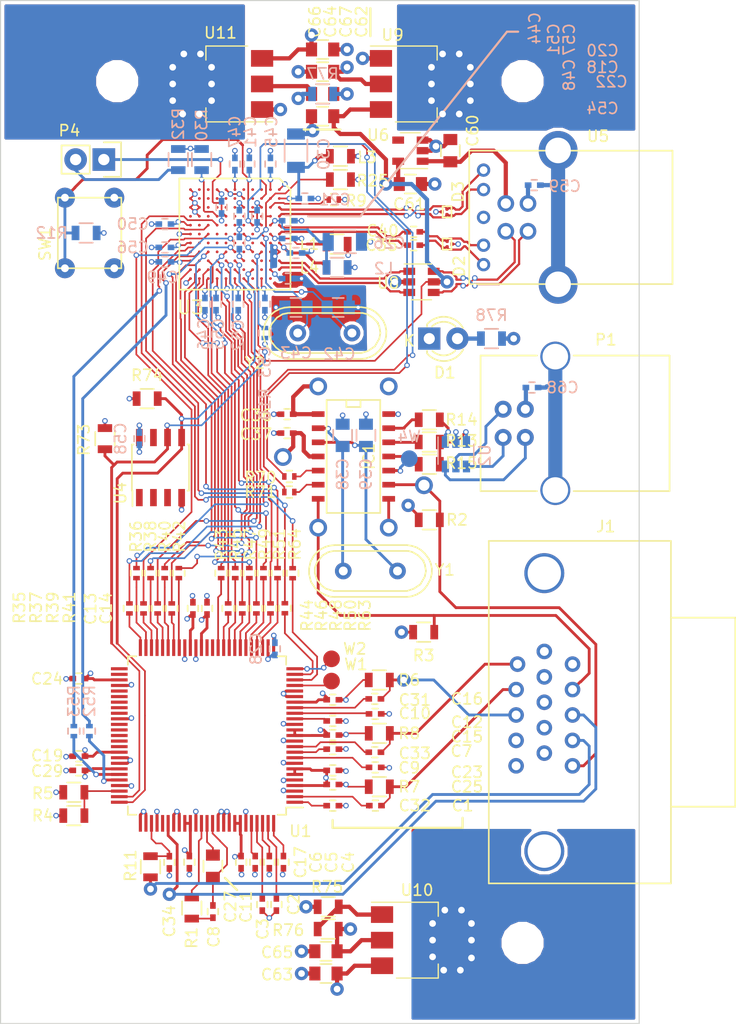
<source format=kicad_pcb>
(kicad_pcb (version 4) (host pcbnew 4.0.5-e0-6337~49~ubuntu16.04.1)
  (layers (0 F.Cu signal) (1 Ground power hide) (2 Power mixed hide) (31 B.Cu signal) (34 B.Paste user) (35 F.Paste user) (36 B.SilkS user hide) (37 F.SilkS user hide) (38 B.Mask user) (39 F.Mask user) (44 Edge.Cuts user))
  (net 0 "")
  (net 1 "Net-(C1-Pad1)")
  (net 2 GND)
  (net 3 "Net-(C2-Pad1)")
  (net 4 "Net-(C3-Pad1)")
  (net 5 "Net-(C4-Pad1)")
  (net 6 "Net-(C5-Pad1)")
  (net 7 "Net-(C6-Pad1)")
  (net 8 "Net-(C7-Pad1)")
  (net 9 "Net-(C11-Pad1)")
  (net 10 "Net-(C8-Pad2)")
  (net 11 "Net-(C9-Pad1)")
  (net 12 "Net-(C10-Pad1)")
  (net 13 "Net-(C11-Pad2)")
  (net 14 "Net-(C12-Pad1)")
  (net 15 +3V3)
  (net 16 +1V8)
  (net 17 "Net-(C18-Pad1)")
  (net 18 "Net-(C20-Pad1)")
  (net 19 "Net-(C21-Pad1)")
  (net 20 "Net-(C22-Pad1)")
  (net 21 "Net-(C31-Pad1)")
  (net 22 TVP_BIN)
  (net 23 "Net-(C32-Pad1)")
  (net 24 TVP_GIN)
  (net 25 "Net-(C33-Pad1)")
  (net 26 TVP_RIN)
  (net 27 TVP_VSYNC)
  (net 28 USB3_TX-)
  (net 29 AVR_RESET)
  (net 30 "Net-(C38-Pad2)")
  (net 31 "Net-(C39-Pad2)")
  (net 32 USB3_TX+)
  (net 33 "Net-(C41-Pad1)")
  (net 34 "Net-(C42-Pad2)")
  (net 35 "Net-(C43-Pad2)")
  (net 36 +1V2)
  (net 37 "Net-(C59-Pad1)")
  (net 38 "Net-(C60-Pad1)")
  (net 39 +5V)
  (net 40 "Net-(D1-Pad2)")
  (net 41 USB3_RX+)
  (net 42 USB3_RX-)
  (net 43 AVR_RXD)
  (net 44 AVR_TXD)
  (net 45 AVR_MOSI)
  (net 46 AVR_MISO)
  (net 47 AVR_SCK)
  (net 48 "Net-(IC1-Pad11)")
  (net 49 "Net-(IC1-Pad12)")
  (net 50 "Net-(IC1-Pad13)")
  (net 51 "Net-(IC1-Pad10)")
  (net 52 TVP_HSYNC)
  (net 53 "Net-(J1-Pad14)")
  (net 54 "Net-(P1-Pad2)")
  (net 55 "Net-(P1-Pad3)")
  (net 56 "Net-(P4-Pad1)")
  (net 57 "Net-(P4-Pad2)")
  (net 58 "Net-(R1-Pad1)")
  (net 59 "Net-(R4-Pad2)")
  (net 60 "Net-(R9-Pad1)")
  (net 61 "Net-(R10-Pad1)")
  (net 62 "Net-(R13-Pad2)")
  (net 63 "Net-(R14-Pad2)")
  (net 64 "Net-(R25-Pad1)")
  (net 65 "Net-(R30-Pad1)")
  (net 66 G0)
  (net 67 "Net-(R35-Pad2)")
  (net 68 G1)
  (net 69 "Net-(R36-Pad2)")
  (net 70 G2)
  (net 71 "Net-(R37-Pad2)")
  (net 72 G3)
  (net 73 "Net-(R38-Pad2)")
  (net 74 G4)
  (net 75 "Net-(R39-Pad2)")
  (net 76 G5)
  (net 77 "Net-(R40-Pad2)")
  (net 78 G6)
  (net 79 "Net-(R41-Pad2)")
  (net 80 G7)
  (net 81 "Net-(R42-Pad2)")
  (net 82 B0)
  (net 83 "Net-(R43-Pad2)")
  (net 84 B1)
  (net 85 "Net-(R44-Pad2)")
  (net 86 B2)
  (net 87 "Net-(R45-Pad2)")
  (net 88 B3)
  (net 89 "Net-(R46-Pad2)")
  (net 90 B4)
  (net 91 "Net-(R47-Pad2)")
  (net 92 B5)
  (net 93 "Net-(R48-Pad2)")
  (net 94 B6)
  (net 95 "Net-(R49-Pad2)")
  (net 96 B7)
  (net 97 "Net-(R50-Pad2)")
  (net 98 TVP_DATACLK)
  (net 99 "Net-(R51-Pad2)")
  (net 100 TVP_RESET)
  (net 101 "Net-(R52-Pad2)")
  (net 102 TVP_PWDN)
  (net 103 "Net-(R53-Pad2)")
  (net 104 TVP_HSOUT)
  (net 105 "Net-(R63-Pad2)")
  (net 106 TVP_VSOUT)
  (net 107 "Net-(R64-Pad2)")
  (net 108 "Net-(R70-Pad2)")
  (net 109 "Net-(R71-Pad2)")
  (net 110 TVP_I2C_SCL)
  (net 111 TVP_I2C_SDA)
  (net 112 "Net-(R75-Pad1)")
  (net 113 "Net-(U1-Pad22)")
  (net 114 "Net-(U1-Pad25)")
  (net 115 USB3_D+)
  (net 116 USB3_D-)
  (net 117 /cyusb/USB3_TX1-)
  (net 118 /cyusb/USB3_TX1+)
  (net 119 /usb3/USB3_D1+)
  (net 120 /usb3/USB3_D1-)
  (net 121 "Net-(C68-Pad1)")
  (net 122 +5VD)
  (net 123 U9-thermal)
  (net 124 U10-thermal)
  (net 125 U11-thermal)
  (module Resistors_SMD:R_0805 (layer F.Cu) (at 61.4 95.9 270)
    (fp_text reference R73 (at 0.1 1.9 270) (layer F.SilkS))
    (fp_text value 2k2)
    (pad 1 smd rect (at -0.95 0 270) (size 0.7 1.3) (layers F.Cu F.Paste F.Mask) (net 15 +3V3))
    (pad 2 smd rect (at 0.95 0 270) (size 0.7 1.3) (layers F.Cu F.Paste F.Mask) (net 110 TVP_I2C_SCL))
  )
  (module Capacitors_SMD:C_0402 (layer B.Cu) (at 64.5 95.9 270)
    (fp_text reference C58 (at 0 1.7 270) (layer B.SilkS) (effects (justify mirror)))
    (fp_text value 100nF)
    (pad 1 smd rect (at -0.55 0 270) (size 0.6 0.5) (layers B.Cu B.Paste B.Mask) (net 15 +3V3))
    (pad 2 smd rect (at 0.55 0 270) (size 0.6 0.5) (layers B.Cu B.Paste B.Mask) (net 2 GND))
  )
  (module bga121:BGA_121 (layer F.Cu) (at 73.1 77.5 270)
    (fp_text reference U3 (at 6.6 4 360) (layer F.SilkS) (effects (font (size 1.2 1.2))))
    (fp_text value CYUSB301X-121bga)
    (pad A1 smd circle (at -4 -4 270) (size 0.25 0.25) (layers F.Cu F.Paste F.Mask) (net 2 GND))
    (pad B1 smd circle (at -4 -3.2 270) (size 0.25 0.25) (layers F.Cu F.Paste F.Mask) (net 15 +3V3))
    (pad C1 smd circle (at -4 -2.4 270) (size 0.25 0.25) (layers F.Cu F.Paste F.Mask))
    (pad D1 smd circle (at -4 -1.6 270) (size 0.25 0.25) (layers F.Cu F.Paste F.Mask))
    (pad E1 smd circle (at -4 -0.8 270) (size 0.25 0.25) (layers F.Cu F.Paste F.Mask))
    (pad F1 smd circle (at -4 0 270) (size 0.25 0.25) (layers F.Cu F.Paste F.Mask) (net 15 +3V3))
    (pad G1 smd circle (at -4 0.8 270) (size 0.25 0.25) (layers F.Cu F.Paste F.Mask) (net 2 GND))
    (pad H1 smd circle (at -4 1.6 270) (size 0.25 0.25) (layers F.Cu F.Paste F.Mask) (net 36 +1V2))
    (pad J1 smd circle (at -4 2.4 270) (size 0.25 0.25) (layers F.Cu F.Paste F.Mask))
    (pad K1 smd circle (at -4 3.2 270) (size 0.25 0.25) (layers F.Cu F.Paste F.Mask))
    (pad L1 smd circle (at -4 4 270) (size 0.25 0.25) (layers F.Cu F.Paste F.Mask) (net 2 GND))
    (pad A2 smd circle (at -3.2 -4 270) (size 0.25 0.25) (layers F.Cu F.Paste F.Mask) (net 19 "Net-(C21-Pad1)"))
    (pad B2 smd circle (at -3.2 -3.2 270) (size 0.25 0.25) (layers F.Cu F.Paste F.Mask) (net 64 "Net-(R25-Pad1)"))
    (pad C2 smd circle (at -3.2 -2.4 270) (size 0.25 0.25) (layers F.Cu F.Paste F.Mask) (net 108 "Net-(R70-Pad2)"))
    (pad D2 smd circle (at -3.2 -1.6 270) (size 0.25 0.25) (layers F.Cu F.Paste F.Mask))
    (pad E2 smd circle (at -3.2 -0.8 270) (size 0.25 0.25) (layers F.Cu F.Paste F.Mask) (net 2 GND))
    (pad F2 smd circle (at -3.2 0 270) (size 0.25 0.25) (layers F.Cu F.Paste F.Mask))
    (pad G2 smd circle (at -3.2 0.8 270) (size 0.25 0.25) (layers F.Cu F.Paste F.Mask))
    (pad H2 smd circle (at -3.2 1.6 270) (size 0.25 0.25) (layers F.Cu F.Paste F.Mask))
    (pad J2 smd circle (at -3.2 2.4 270) (size 0.25 0.25) (layers F.Cu F.Paste F.Mask))
    (pad K2 smd circle (at -3.2 3.2 270) (size 0.25 0.25) (layers F.Cu F.Paste F.Mask))
    (pad L2 smd circle (at -3.2 4 270) (size 0.25 0.25) (layers F.Cu F.Paste F.Mask) (net 2 GND))
    (pad A3 smd circle (at -2.4 -4 270) (size 0.25 0.25) (layers F.Cu F.Paste F.Mask) (net 42 USB3_RX-))
    (pad B3 smd circle (at -2.4 -3.2 270) (size 0.25 0.25) (layers F.Cu F.Paste F.Mask) (net 60 "Net-(R9-Pad1)"))
    (pad C3 smd circle (at -2.4 -2.4 270) (size 0.25 0.25) (layers F.Cu F.Paste F.Mask) (net 36 +1V2))
    (pad D3 smd circle (at -2.4 -1.6 270) (size 0.25 0.25) (layers F.Cu F.Paste F.Mask))
    (pad E3 smd circle (at -2.4 -0.8 270) (size 0.25 0.25) (layers F.Cu F.Paste F.Mask) (net 15 +3V3))
    (pad F3 smd circle (at -2.4 0 270) (size 0.25 0.25) (layers F.Cu F.Paste F.Mask))
    (pad G3 smd circle (at -2.4 0.8 270) (size 0.25 0.25) (layers F.Cu F.Paste F.Mask))
    (pad H3 smd circle (at -2.4 1.6 270) (size 0.25 0.25) (layers F.Cu F.Paste F.Mask))
    (pad J3 smd circle (at -2.4 2.4 270) (size 0.25 0.25) (layers F.Cu F.Paste F.Mask))
    (pad K3 smd circle (at -2.4 3.2 270) (size 0.25 0.25) (layers F.Cu F.Paste F.Mask) (net 2 GND))
    (pad L3 smd circle (at -2.4 4 270) (size 0.25 0.25) (layers F.Cu F.Paste F.Mask) (net 2 GND))
    (pad A4 smd circle (at -1.6 -4 270) (size 0.25 0.25) (layers F.Cu F.Paste F.Mask) (net 41 USB3_RX+))
    (pad B4 smd circle (at -1.6 -3.2 270) (size 0.25 0.25) (layers F.Cu F.Paste F.Mask) (net 64 "Net-(R25-Pad1)"))
    (pad C4 smd circle (at -1.6 -2.4 270) (size 0.25 0.25) (layers F.Cu F.Paste F.Mask))
    (pad D4 smd circle (at -1.6 -1.6 270) (size 0.25 0.25) (layers F.Cu F.Paste F.Mask))
    (pad E4 smd circle (at -1.6 -0.8 270) (size 0.25 0.25) (layers F.Cu F.Paste F.Mask))
    (pad F4 smd circle (at -1.6 0 270) (size 0.25 0.25) (layers F.Cu F.Paste F.Mask))
    (pad G4 smd circle (at -1.6 0.8 270) (size 0.25 0.25) (layers F.Cu F.Paste F.Mask) (net 56 "Net-(P4-Pad1)"))
    (pad H4 smd circle (at -1.6 1.6 270) (size 0.25 0.25) (layers F.Cu F.Paste F.Mask) (net 65 "Net-(R30-Pad1)"))
    (pad J4 smd circle (at -1.6 2.4 270) (size 0.25 0.25) (layers F.Cu F.Paste F.Mask))
    (pad K4 smd circle (at -1.6 3.2 270) (size 0.25 0.25) (layers F.Cu F.Paste F.Mask) (net 2 GND))
    (pad L4 smd circle (at -1.6 4 270) (size 0.25 0.25) (layers F.Cu F.Paste F.Mask))
    (pad A5 smd circle (at -0.8 -4 270) (size 0.25 0.25) (layers F.Cu F.Paste F.Mask) (net 118 /cyusb/USB3_TX1+))
    (pad B5 smd circle (at -0.8 -3.2 270) (size 0.25 0.25) (layers F.Cu F.Paste F.Mask) (net 18 "Net-(C20-Pad1)"))
    (pad C5 smd circle (at -0.8 -2.4 270) (size 0.25 0.25) (layers F.Cu F.Paste F.Mask) (net 33 "Net-(C41-Pad1)"))
    (pad D5 smd circle (at -0.8 -1.6 270) (size 0.25 0.25) (layers F.Cu F.Paste F.Mask) (net 109 "Net-(R71-Pad2)"))
    (pad E5 smd circle (at -0.8 -0.8 270) (size 0.25 0.25) (layers F.Cu F.Paste F.Mask))
    (pad F5 smd circle (at -0.8 0 270) (size 0.25 0.25) (layers F.Cu F.Paste F.Mask))
    (pad G5 smd circle (at -0.8 0.8 270) (size 0.25 0.25) (layers F.Cu F.Paste F.Mask))
    (pad H5 smd circle (at -0.8 1.6 270) (size 0.25 0.25) (layers F.Cu F.Paste F.Mask) (net 107 "Net-(R64-Pad2)"))
    (pad J5 smd circle (at -0.8 2.4 270) (size 0.25 0.25) (layers F.Cu F.Paste F.Mask) (net 105 "Net-(R63-Pad2)"))
    (pad K5 smd circle (at -0.8 3.2 270) (size 0.25 0.25) (layers F.Cu F.Paste F.Mask))
    (pad L5 smd circle (at -0.8 4 270) (size 0.25 0.25) (layers F.Cu F.Paste F.Mask) (net 36 +1V2))
    (pad A6 smd circle (at 0 -4 270) (size 0.25 0.25) (layers F.Cu F.Paste F.Mask) (net 117 /cyusb/USB3_TX1-))
    (pad B6 smd circle (at 0 -3.2 270) (size 0.25 0.25) (layers F.Cu F.Paste F.Mask) (net 17 "Net-(C18-Pad1)"))
    (pad C6 smd circle (at 0 -2.4 270) (size 0.25 0.25) (layers F.Cu F.Paste F.Mask) (net 35 "Net-(C43-Pad2)"))
    (pad D6 smd circle (at 0 -1.6 270) (size 0.25 0.25) (layers F.Cu F.Paste F.Mask))
    (pad E6 smd circle (at 0 -0.8 270) (size 0.25 0.25) (layers F.Cu F.Paste F.Mask) (net 64 "Net-(R25-Pad1)"))
    (pad F6 smd circle (at 0 0 270) (size 0.25 0.25) (layers F.Cu F.Paste F.Mask))
    (pad G6 smd circle (at 0 0.8 270) (size 0.25 0.25) (layers F.Cu F.Paste F.Mask))
    (pad H6 smd circle (at 0 1.6 270) (size 0.25 0.25) (layers F.Cu F.Paste F.Mask))
    (pad J6 smd circle (at 0 2.4 270) (size 0.25 0.25) (layers F.Cu F.Paste F.Mask) (net 99 "Net-(R51-Pad2)"))
    (pad K6 smd circle (at 0 3.2 270) (size 0.25 0.25) (layers F.Cu F.Paste F.Mask))
    (pad L6 smd circle (at 0 4 270) (size 0.25 0.25) (layers F.Cu F.Paste F.Mask) (net 2 GND))
    (pad A7 smd circle (at 0.8 -4 270) (size 0.25 0.25) (layers F.Cu F.Paste F.Mask) (net 20 "Net-(C22-Pad1)"))
    (pad B7 smd circle (at 0.8 -3.2 270) (size 0.25 0.25) (layers F.Cu F.Paste F.Mask) (net 2 GND))
    (pad C7 smd circle (at 0.8 -2.4 270) (size 0.25 0.25) (layers F.Cu F.Paste F.Mask) (net 34 "Net-(C42-Pad2)"))
    (pad D7 smd circle (at 0.8 -1.6 270) (size 0.25 0.25) (layers F.Cu F.Paste F.Mask))
    (pad E7 smd circle (at 0.8 -0.8 270) (size 0.25 0.25) (layers F.Cu F.Paste F.Mask))
    (pad F7 smd circle (at 0.8 0 270) (size 0.25 0.25) (layers F.Cu F.Paste F.Mask) (net 71 "Net-(R37-Pad2)"))
    (pad G7 smd circle (at 0.8 0.8 270) (size 0.25 0.25) (layers F.Cu F.Paste F.Mask))
    (pad H7 smd circle (at 0.8 1.6 270) (size 0.25 0.25) (layers F.Cu F.Paste F.Mask))
    (pad J7 smd circle (at 0.8 2.4 270) (size 0.25 0.25) (layers F.Cu F.Paste F.Mask))
    (pad K7 smd circle (at 0.8 3.2 270) (size 0.25 0.25) (layers F.Cu F.Paste F.Mask) (net 103 "Net-(R53-Pad2)"))
    (pad L7 smd circle (at 0.8 4 270) (size 0.25 0.25) (layers F.Cu F.Paste F.Mask) (net 36 +1V2))
    (pad A8 smd circle (at 1.6 -4 270) (size 0.25 0.25) (layers F.Cu F.Paste F.Mask) (net 2 GND))
    (pad B8 smd circle (at 1.6 -3.2 270) (size 0.25 0.25) (layers F.Cu F.Paste F.Mask) (net 2 GND))
    (pad C8 smd circle (at 1.6 -2.4 270) (size 0.25 0.25) (layers F.Cu F.Paste F.Mask) (net 61 "Net-(R10-Pad1)"))
    (pad D8 smd circle (at 1.6 -1.6 270) (size 0.25 0.25) (layers F.Cu F.Paste F.Mask) (net 2 GND))
    (pad E8 smd circle (at 1.6 -0.8 270) (size 0.25 0.25) (layers F.Cu F.Paste F.Mask))
    (pad F8 smd circle (at 1.6 0 270) (size 0.25 0.25) (layers F.Cu F.Paste F.Mask) (net 77 "Net-(R40-Pad2)"))
    (pad G8 smd circle (at 1.6 0.8 270) (size 0.25 0.25) (layers F.Cu F.Paste F.Mask) (net 97 "Net-(R50-Pad2)"))
    (pad H8 smd circle (at 1.6 1.6 270) (size 0.25 0.25) (layers F.Cu F.Paste F.Mask))
    (pad J8 smd circle (at 1.6 2.4 270) (size 0.25 0.25) (layers F.Cu F.Paste F.Mask) (net 95 "Net-(R49-Pad2)"))
    (pad K8 smd circle (at 1.6 3.2 270) (size 0.25 0.25) (layers F.Cu F.Paste F.Mask) (net 101 "Net-(R52-Pad2)"))
    (pad L8 smd circle (at 1.6 4 270) (size 0.25 0.25) (layers F.Cu F.Paste F.Mask))
    (pad A9 smd circle (at 2.4 -4 270) (size 0.25 0.25) (layers F.Cu F.Paste F.Mask) (net 115 USB3_D+))
    (pad B9 smd circle (at 2.4 -3.2 270) (size 0.25 0.25) (layers F.Cu F.Paste F.Mask) (net 2 GND))
    (pad C9 smd circle (at 2.4 -2.4 270) (size 0.25 0.25) (layers F.Cu F.Paste F.Mask))
    (pad D9 smd circle (at 2.4 -1.6 270) (size 0.25 0.25) (layers F.Cu F.Paste F.Mask) (net 110 TVP_I2C_SCL))
    (pad E9 smd circle (at 2.4 -0.8 270) (size 0.25 0.25) (layers F.Cu F.Paste F.Mask) (net 36 +1V2))
    (pad F9 smd circle (at 2.4 0 270) (size 0.25 0.25) (layers F.Cu F.Paste F.Mask) (net 69 "Net-(R36-Pad2)"))
    (pad G9 smd circle (at 2.4 0.8 270) (size 0.25 0.25) (layers F.Cu F.Paste F.Mask) (net 75 "Net-(R39-Pad2)"))
    (pad H9 smd circle (at 2.4 1.6 270) (size 0.25 0.25) (layers F.Cu F.Paste F.Mask) (net 81 "Net-(R42-Pad2)"))
    (pad J9 smd circle (at 2.4 2.4 270) (size 0.25 0.25) (layers F.Cu F.Paste F.Mask) (net 85 "Net-(R44-Pad2)"))
    (pad K9 smd circle (at 2.4 3.2 270) (size 0.25 0.25) (layers F.Cu F.Paste F.Mask) (net 93 "Net-(R48-Pad2)"))
    (pad L9 smd circle (at 2.4 4 270) (size 0.25 0.25) (layers F.Cu F.Paste F.Mask) (net 15 +3V3))
    (pad A10 smd circle (at 3.2 -4 270) (size 0.25 0.25) (layers F.Cu F.Paste F.Mask) (net 116 USB3_D-))
    (pad B10 smd circle (at 3.2 -3.2 270) (size 0.25 0.25) (layers F.Cu F.Paste F.Mask) (net 36 +1V2))
    (pad C10 smd circle (at 3.2 -2.4 270) (size 0.25 0.25) (layers F.Cu F.Paste F.Mask))
    (pad D10 smd circle (at 3.2 -1.6 270) (size 0.25 0.25) (layers F.Cu F.Paste F.Mask) (net 111 TVP_I2C_SDA))
    (pad E10 smd circle (at 3.2 -0.8 270) (size 0.25 0.25) (layers F.Cu F.Paste F.Mask))
    (pad F10 smd circle (at 3.2 0 270) (size 0.25 0.25) (layers F.Cu F.Paste F.Mask) (net 67 "Net-(R35-Pad2)"))
    (pad G10 smd circle (at 3.2 0.8 270) (size 0.25 0.25) (layers F.Cu F.Paste F.Mask) (net 73 "Net-(R38-Pad2)"))
    (pad H10 smd circle (at 3.2 1.6 270) (size 0.25 0.25) (layers F.Cu F.Paste F.Mask) (net 79 "Net-(R41-Pad2)"))
    (pad J10 smd circle (at 3.2 2.4 270) (size 0.25 0.25) (layers F.Cu F.Paste F.Mask) (net 83 "Net-(R43-Pad2)"))
    (pad K10 smd circle (at 3.2 3.2 270) (size 0.25 0.25) (layers F.Cu F.Paste F.Mask) (net 91 "Net-(R47-Pad2)"))
    (pad L10 smd circle (at 3.2 4 270) (size 0.25 0.25) (layers F.Cu F.Paste F.Mask) (net 89 "Net-(R46-Pad2)"))
    (pad A11 smd circle (at 4 -4 270) (size 0.25 0.25) (layers F.Cu F.Paste F.Mask))
    (pad B11 smd circle (at 4 -3.2 270) (size 0.25 0.25) (layers F.Cu F.Paste F.Mask))
    (pad C11 smd circle (at 4 -2.4 270) (size 0.25 0.25) (layers F.Cu F.Paste F.Mask) (net 15 +3V3))
    (pad D11 smd circle (at 4 -1.6 270) (size 0.25 0.25) (layers F.Cu F.Paste F.Mask))
    (pad E11 smd circle (at 4 -0.8 270) (size 0.25 0.25) (layers F.Cu F.Paste F.Mask) (net 39 +5V))
    (pad F11 smd circle (at 4 0 270) (size 0.25 0.25) (layers F.Cu F.Paste F.Mask) (net 36 +1V2))
    (pad G11 smd circle (at 4 0.8 270) (size 0.25 0.25) (layers F.Cu F.Paste F.Mask) (net 2 GND))
    (pad H11 smd circle (at 4 1.6 270) (size 0.25 0.25) (layers F.Cu F.Paste F.Mask) (net 15 +3V3))
    (pad J11 smd circle (at 4 2.4 270) (size 0.25 0.25) (layers F.Cu F.Paste F.Mask) (net 36 +1V2))
    (pad K11 smd circle (at 4 3.2 270) (size 0.25 0.25) (layers F.Cu F.Paste F.Mask) (net 87 "Net-(R45-Pad2)"))
    (pad L11 smd circle (at 4 4 270) (size 0.25 0.25) (layers F.Cu F.Paste F.Mask) (net 2 GND))
  )
  (module Resistors_SMD:R_0402 (layer F.Cu) (at 77.6 111.15 90)
    (fp_text reference R63 (at -0.65 7.2 90) (layer F.SilkS))
    (fp_text value 22R)
    (pad 1 smd rect (at -0.45 0 90) (size 0.4 0.6) (layers F.Cu F.Paste F.Mask) (net 104 TVP_HSOUT))
    (pad 2 smd rect (at 0.45 0 90) (size 0.4 0.6) (layers F.Cu F.Paste F.Mask) (net 105 "Net-(R63-Pad2)"))
  )
  (module Socket_Strips:Socket_Strip_Straight_1x02 (layer F.Cu) (at 61.3 70.8 180)
    (fp_text reference P4 (at 3.1 2.6 180) (layer F.SilkS))
    (fp_text value CONN_01X02)
    (pad 1 thru_hole rect (at 0 0 180) (size 2.032 2.032) (drill 1.016) (layers *.Cu *.Mask) (net 56 "Net-(P4-Pad1)"))
    (pad 2 thru_hole oval (at 2.54 0 180) (size 2.032 2.032) (drill 1.016) (layers *.Cu *.Mask) (net 57 "Net-(P4-Pad2)"))
  )
  (module Resistors_SMD:R_0805 (layer B.Cu) (at 96.2 86.9 180)
    (fp_text reference R78 (at 0 2.1 180) (layer B.SilkS) (effects (justify mirror)))
    (fp_text value 330R)
    (pad 1 smd rect (at -0.95 0 180) (size 0.7 1.3) (layers B.Cu B.Paste B.Mask) (net 15 +3V3))
    (pad 2 smd rect (at 0.95 0 180) (size 0.7 1.3) (layers B.Cu B.Paste B.Mask) (net 40 "Net-(D1-Pad2)"))
  )
  (module pushbutton:pushbutton (layer F.Cu) (at 59.7 77.4 90)
    (fp_text reference SW1 (at -1 -3.7 90) (layer F.SilkS))
    (fp_text value SW_Push)
    (pad 1 thru_hole circle (at -3.175 2.54 90) (size 1.8 1.8) (drill 0.7) (layers *.Cu *.Mask) (net 2 GND))
    (pad 1 thru_hole circle (at 3.175 2.54 90) (size 1.8 1.8) (drill 0.7) (layers *.Cu *.Mask) (net 2 GND))
    (pad 2 thru_hole circle (at -3.175 -1.905 90) (size 1.8 1.8) (drill 0.7) (layers *.Cu *.Mask) (net 33 "Net-(C41-Pad1)"))
    (pad 2 thru_hole circle (at 3.175 -1.905 90) (size 1.8 1.8) (drill 0.7) (layers *.Cu *.Mask) (net 33 "Net-(C41-Pad1)"))
  )
  (module Resistors_SMD:R_0805 (layer B.Cu) (at 59.7 77.4 180)
    (fp_text reference R12 (at 3.1 0 180) (layer B.SilkS) (effects (justify mirror)))
    (fp_text value 10k)
    (pad 1 smd rect (at -0.95 0 180) (size 0.7 1.3) (layers B.Cu B.Paste B.Mask) (net 15 +3V3))
    (pad 2 smd rect (at 0.95 0 180) (size 0.7 1.3) (layers B.Cu B.Paste B.Mask) (net 33 "Net-(C41-Pad1)"))
  )
  (module Capacitors_SMD:C_0805 (layer B.Cu) (at 82.8 95.6 270)
    (fp_text reference C38 (at 3.5 0 270) (layer B.SilkS) (effects (justify mirror)))
    (fp_text value 22pF)
    (pad 1 smd rect (at -1 0 270) (size 1 1.25) (layers B.Cu B.Paste B.Mask) (net 2 GND))
    (pad 2 smd rect (at 1 0 270) (size 1 1.25) (layers B.Cu B.Paste B.Mask) (net 30 "Net-(C38-Pad2)"))
  )
  (module Crystals:Crystal_HC49-U_Vertical (layer F.Cu) (at 81.2 86.4)
    (fp_text reference Y2 (at -6.3 2.7) (layer F.SilkS))
    (fp_text value Crystal-19.2Mhz)
    (pad 1 thru_hole circle (at -2.44094 0) (size 1.50114 1.50114) (drill 0.8001) (layers *.Cu *.Mask) (net 35 "Net-(C43-Pad2)"))
    (pad 2 thru_hole circle (at 2.44094 0) (size 1.50114 1.50114) (drill 0.8001) (layers *.Cu *.Mask) (net 34 "Net-(C42-Pad2)"))
  )
  (module drt:DRT (layer F.Cu) (at 92.2 78.4 270)
    (fp_text reference D2 (at 2 -1.1 270) (layer F.SilkS))
    (fp_text value NUP2105L)
    (pad 2 smd rect (at 0.35 0.4 270) (size 0.3 0.3) (layers F.Cu F.Paste F.Mask) (net 28 USB3_TX-))
    (pad 1 smd rect (at -0.35 0.4 270) (size 0.3 0.3) (layers F.Cu F.Paste F.Mask) (net 32 USB3_TX+))
    (pad 3 smd rect (at 0 -0.45 270) (size 0.3 0.3) (layers F.Cu F.Paste F.Mask) (net 2 GND))
  )
  (module usb3-typeb:USB3_TYPE_B (layer F.Cu) (at 102.2 76 90)
    (fp_text reference U5 (at 7.3 3.6 180) (layer F.SilkS))
    (fp_text value USB3_TYPEB)
    (pad 10 thru_hole circle (at 6.02 0 90) (size 3.5 3.5) (drill 2.3) (layers *.Cu *.Mask) (net 37 "Net-(C59-Pad1)"))
    (pad 10 thru_hole circle (at -6.02 0 90) (size 3.5 3.5) (drill 2.3) (layers *.Cu *.Mask) (net 37 "Net-(C59-Pad1)"))
    (pad 4 thru_hole circle (at 1.25 -2.71 90) (size 1.5 1.5) (drill 0.92) (layers *.Cu *.Mask) (net 2 GND))
    (pad 3 thru_hole circle (at -1.25 -2.71 90) (size 1.5 1.5) (drill 0.92) (layers *.Cu *.Mask) (net 119 /usb3/USB3_D1+))
    (pad 1 thru_hole circle (at 1.25 -4.71 90) (size 1.5 1.5) (drill 0.92) (layers *.Cu *.Mask) (net 38 "Net-(C60-Pad1)"))
    (pad 2 thru_hole circle (at -1.25 -4.71 90) (size 1.5 1.5) (drill 0.92) (layers *.Cu *.Mask) (net 120 /usb3/USB3_D1-))
    (pad 7 thru_hole circle (at 0 -6.71 90) (size 1.2 1.2) (drill 0.7) (layers *.Cu *.Mask) (net 2 GND))
    (pad 8 thru_hole circle (at 2.5 -6.71 90) (size 1.2 1.2) (drill 0.7) (layers *.Cu *.Mask) (net 42 USB3_RX-))
    (pad 6 thru_hole circle (at -2.5 -6.71 90) (size 1.2 1.2) (drill 0.7) (layers *.Cu *.Mask) (net 32 USB3_TX+))
    (pad 5 thru_hole circle (at -4.25 -6.71 90) (size 1.2 1.2) (drill 0.7) (layers *.Cu *.Mask) (net 28 USB3_TX-))
    (pad 9 thru_hole circle (at 4.25 -6.71 90) (size 1.2 1.2) (drill 0.7) (layers *.Cu *.Mask) (net 41 USB3_RX+))
  )
  (module Capacitors_SMD:C_0402 (layer B.Cu) (at 75.1 75.9 270)
    (fp_text reference C57 (at -15.9 -28.1 450) (layer B.SilkS) (effects (justify mirror)))
    (fp_text value 100nF)
    (pad 1 smd rect (at -0.55 0 270) (size 0.6 0.5) (layers B.Cu B.Paste B.Mask) (net 36 +1V2))
    (pad 2 smd rect (at 0.55 0 270) (size 0.6 0.5) (layers B.Cu B.Paste B.Mask) (net 2 GND))
  )
  (module Capacitors_SMD:C_0402 (layer B.Cu) (at 75.8 83.8 270)
    (fp_text reference C53 (at 5.2 0 270) (layer B.SilkS) (effects (justify mirror)))
    (fp_text value 100nF)
    (pad 1 smd rect (at -0.55 0 270) (size 0.6 0.5) (layers B.Cu B.Paste B.Mask) (net 15 +3V3))
    (pad 2 smd rect (at 0.55 0 270) (size 0.6 0.5) (layers B.Cu B.Paste B.Mask) (net 2 GND))
  )
  (module Capacitors_SMD:C_0402 (layer F.Cu) (at 67.2 134 90)
    (fp_text reference C34 (at -5.3 0 90) (layer F.SilkS))
    (fp_text value 1nF)
    (pad 1 smd rect (at -0.55 0 90) (size 0.6 0.5) (layers F.Cu F.Paste F.Mask) (net 2 GND))
    (pad 2 smd rect (at 0.55 0 90) (size 0.6 0.5) (layers F.Cu F.Paste F.Mask) (net 27 TVP_VSYNC))
  )
  (module Housings_QFP:LQFP-100_14x14mm_Pitch0.5mm (layer F.Cu) (at 70.59 122.595 180)
    (fp_text reference U1 (at -8.41 -8.605 180) (layer F.SilkS))
    (fp_text value TVP7002)
    (pad 1 smd rect (at -7.9 -6 180) (size 1.5 0.28) (layers F.Cu F.Paste F.Mask) (net 1 "Net-(C1-Pad1)"))
    (pad 2 smd rect (at -7.9 -5.5 180) (size 1.5 0.28) (layers F.Cu F.Paste F.Mask) (net 24 TVP_GIN))
    (pad 3 smd rect (at -7.9 -5 180) (size 1.5 0.28) (layers F.Cu F.Paste F.Mask) (net 2 GND))
    (pad 4 smd rect (at -7.9 -4.5 180) (size 1.5 0.28) (layers F.Cu F.Paste F.Mask) (net 16 +1V8))
    (pad 5 smd rect (at -7.9 -4 180) (size 1.5 0.28) (layers F.Cu F.Paste F.Mask) (net 2 GND))
    (pad 6 smd rect (at -7.9 -3.5 180) (size 1.5 0.28) (layers F.Cu F.Paste F.Mask) (net 16 +1V8))
    (pad 7 smd rect (at -7.9 -3 180) (size 1.5 0.28) (layers F.Cu F.Paste F.Mask) (net 16 +1V8))
    (pad 8 smd rect (at -7.9 -2.5 180) (size 1.5 0.28) (layers F.Cu F.Paste F.Mask) (net 2 GND))
    (pad 9 smd rect (at -7.9 -2 180) (size 1.5 0.28) (layers F.Cu F.Paste F.Mask) (net 11 "Net-(C9-Pad1)"))
    (pad 10 smd rect (at -7.9 -1.5 180) (size 1.5 0.28) (layers F.Cu F.Paste F.Mask) (net 8 "Net-(C7-Pad1)"))
    (pad 11 smd rect (at -7.9 -1 180) (size 1.5 0.28) (layers F.Cu F.Paste F.Mask) (net 26 TVP_RIN))
    (pad 12 smd rect (at -7.9 -0.5 180) (size 1.5 0.28) (layers F.Cu F.Paste F.Mask) (net 2 GND))
    (pad 13 smd rect (at -7.9 0 180) (size 1.5 0.28) (layers F.Cu F.Paste F.Mask) (net 15 +3V3))
    (pad 14 smd rect (at -7.9 0.5 180) (size 1.5 0.28) (layers F.Cu F.Paste F.Mask) (net 15 +3V3))
    (pad 15 smd rect (at -7.9 1 180) (size 1.5 0.28) (layers F.Cu F.Paste F.Mask) (net 2 GND))
    (pad 16 smd rect (at -7.9 1.5 180) (size 1.5 0.28) (layers F.Cu F.Paste F.Mask) (net 14 "Net-(C12-Pad1)"))
    (pad 17 smd rect (at -7.9 2 180) (size 1.5 0.28) (layers F.Cu F.Paste F.Mask) (net 12 "Net-(C10-Pad1)"))
    (pad 18 smd rect (at -7.9 2.5 180) (size 1.5 0.28) (layers F.Cu F.Paste F.Mask) (net 22 TVP_BIN))
    (pad 19 smd rect (at -7.9 3 180) (size 1.5 0.28) (layers F.Cu F.Paste F.Mask) (net 16 +1V8))
    (pad 20 smd rect (at -7.9 3.5 180) (size 1.5 0.28) (layers F.Cu F.Paste F.Mask) (net 2 GND))
    (pad 21 smd rect (at -7.9 4 180) (size 1.5 0.28) (layers F.Cu F.Paste F.Mask) (net 2 GND))
    (pad 22 smd rect (at -7.9 4.5 180) (size 1.5 0.28) (layers F.Cu F.Paste F.Mask) (net 113 "Net-(U1-Pad22)"))
    (pad 23 smd rect (at -7.9 5 180) (size 1.5 0.28) (layers F.Cu F.Paste F.Mask) (net 106 TVP_VSOUT))
    (pad 24 smd rect (at -7.9 5.5 180) (size 1.5 0.28) (layers F.Cu F.Paste F.Mask) (net 104 TVP_HSOUT))
    (pad 25 smd rect (at -7.9 6 180) (size 1.5 0.28) (layers F.Cu F.Paste F.Mask) (net 114 "Net-(U1-Pad25)"))
    (pad 26 smd rect (at -6 7.9 270) (size 1.5 0.28) (layers F.Cu F.Paste F.Mask) (net 15 +3V3))
    (pad 27 smd rect (at -5.5 7.9 270) (size 1.5 0.28) (layers F.Cu F.Paste F.Mask) (net 2 GND))
    (pad 28 smd rect (at -5 7.9 270) (size 1.5 0.28) (layers F.Cu F.Paste F.Mask) (net 98 TVP_DATACLK))
    (pad 29 smd rect (at -4.5 7.9 270) (size 1.5 0.28) (layers F.Cu F.Paste F.Mask) (net 96 B7))
    (pad 30 smd rect (at -4 7.9 270) (size 1.5 0.28) (layers F.Cu F.Paste F.Mask) (net 94 B6))
    (pad 31 smd rect (at -3.5 7.9 270) (size 1.5 0.28) (layers F.Cu F.Paste F.Mask) (net 92 B5))
    (pad 32 smd rect (at -3 7.9 270) (size 1.5 0.28) (layers F.Cu F.Paste F.Mask) (net 90 B4))
    (pad 33 smd rect (at -2.5 7.9 270) (size 1.5 0.28) (layers F.Cu F.Paste F.Mask) (net 88 B3))
    (pad 34 smd rect (at -2 7.9 270) (size 1.5 0.28) (layers F.Cu F.Paste F.Mask) (net 86 B2))
    (pad 35 smd rect (at -1.5 7.9 270) (size 1.5 0.28) (layers F.Cu F.Paste F.Mask) (net 84 B1))
    (pad 36 smd rect (at -1 7.9 270) (size 1.5 0.28) (layers F.Cu F.Paste F.Mask) (net 82 B0))
    (pad 37 smd rect (at -0.5 7.9 270) (size 1.5 0.28) (layers F.Cu F.Paste F.Mask))
    (pad 38 smd rect (at 0 7.9 270) (size 1.5 0.28) (layers F.Cu F.Paste F.Mask))
    (pad 39 smd rect (at 0.5 7.9 270) (size 1.5 0.28) (layers F.Cu F.Paste F.Mask) (net 16 +1V8))
    (pad 40 smd rect (at 1 7.9 270) (size 1.5 0.28) (layers F.Cu F.Paste F.Mask) (net 2 GND))
    (pad 41 smd rect (at 1.5 7.9 270) (size 1.5 0.28) (layers F.Cu F.Paste F.Mask) (net 15 +3V3))
    (pad 42 smd rect (at 2 7.9 270) (size 1.5 0.28) (layers F.Cu F.Paste F.Mask) (net 2 GND))
    (pad 43 smd rect (at 2.5 7.9 270) (size 1.5 0.28) (layers F.Cu F.Paste F.Mask) (net 80 G7))
    (pad 44 smd rect (at 3 7.9 270) (size 1.5 0.28) (layers F.Cu F.Paste F.Mask) (net 78 G6))
    (pad 45 smd rect (at 3.5 7.9 270) (size 1.5 0.28) (layers F.Cu F.Paste F.Mask) (net 76 G5))
    (pad 46 smd rect (at 4 7.9 270) (size 1.5 0.28) (layers F.Cu F.Paste F.Mask) (net 74 G4))
    (pad 47 smd rect (at 4.5 7.9 270) (size 1.5 0.28) (layers F.Cu F.Paste F.Mask) (net 72 G3))
    (pad 48 smd rect (at 5 7.9 270) (size 1.5 0.28) (layers F.Cu F.Paste F.Mask) (net 70 G2))
    (pad 49 smd rect (at 5.5 7.9 270) (size 1.5 0.28) (layers F.Cu F.Paste F.Mask) (net 68 G1))
    (pad 50 smd rect (at 6 7.9 270) (size 1.5 0.28) (layers F.Cu F.Paste F.Mask) (net 66 G0))
    (pad 51 smd rect (at 7.9 6 180) (size 1.5 0.28) (layers F.Cu F.Paste F.Mask))
    (pad 52 smd rect (at 7.9 5.5 180) (size 1.5 0.28) (layers F.Cu F.Paste F.Mask))
    (pad 53 smd rect (at 7.9 5 180) (size 1.5 0.28) (layers F.Cu F.Paste F.Mask) (net 15 +3V3))
    (pad 54 smd rect (at 7.9 4.5 180) (size 1.5 0.28) (layers F.Cu F.Paste F.Mask) (net 2 GND))
    (pad 55 smd rect (at 7.9 4 180) (size 1.5 0.28) (layers F.Cu F.Paste F.Mask))
    (pad 56 smd rect (at 7.9 3.5 180) (size 1.5 0.28) (layers F.Cu F.Paste F.Mask))
    (pad 57 smd rect (at 7.9 3 180) (size 1.5 0.28) (layers F.Cu F.Paste F.Mask))
    (pad 58 smd rect (at 7.9 2.5 180) (size 1.5 0.28) (layers F.Cu F.Paste F.Mask))
    (pad 59 smd rect (at 7.9 2 180) (size 1.5 0.28) (layers F.Cu F.Paste F.Mask))
    (pad 60 smd rect (at 7.9 1.5 180) (size 1.5 0.28) (layers F.Cu F.Paste F.Mask) (net 2 GND))
    (pad 61 smd rect (at 7.9 1 180) (size 1.5 0.28) (layers F.Cu F.Paste F.Mask))
    (pad 62 smd rect (at 7.9 0.5 180) (size 1.5 0.28) (layers F.Cu F.Paste F.Mask))
    (pad 63 smd rect (at 7.9 0 180) (size 1.5 0.28) (layers F.Cu F.Paste F.Mask))
    (pad 64 smd rect (at 7.9 -0.5 180) (size 1.5 0.28) (layers F.Cu F.Paste F.Mask))
    (pad 65 smd rect (at 7.9 -1 180) (size 1.5 0.28) (layers F.Cu F.Paste F.Mask))
    (pad 66 smd rect (at 7.9 -1.5 180) (size 1.5 0.28) (layers F.Cu F.Paste F.Mask) (net 15 +3V3))
    (pad 67 smd rect (at 7.9 -2 180) (size 1.5 0.28) (layers F.Cu F.Paste F.Mask) (net 2 GND))
    (pad 68 smd rect (at 7.9 -2.5 180) (size 1.5 0.28) (layers F.Cu F.Paste F.Mask) (net 2 GND))
    (pad 69 smd rect (at 7.9 -3 180) (size 1.5 0.28) (layers F.Cu F.Paste F.Mask) (net 16 +1V8))
    (pad 70 smd rect (at 7.9 -3.5 180) (size 1.5 0.28) (layers F.Cu F.Paste F.Mask) (net 102 TVP_PWDN))
    (pad 71 smd rect (at 7.9 -4 180) (size 1.5 0.28) (layers F.Cu F.Paste F.Mask) (net 100 TVP_RESET))
    (pad 72 smd rect (at 7.9 -4.5 180) (size 1.5 0.28) (layers F.Cu F.Paste F.Mask) (net 2 GND))
    (pad 73 smd rect (at 7.9 -5 180) (size 1.5 0.28) (layers F.Cu F.Paste F.Mask) (net 59 "Net-(R4-Pad2)"))
    (pad 74 smd rect (at 7.9 -5.5 180) (size 1.5 0.28) (layers F.Cu F.Paste F.Mask) (net 110 TVP_I2C_SCL))
    (pad 75 smd rect (at 7.9 -6 180) (size 1.5 0.28) (layers F.Cu F.Paste F.Mask) (net 111 TVP_I2C_SDA))
    (pad 76 smd rect (at 6 -7.9 270) (size 1.5 0.28) (layers F.Cu F.Paste F.Mask) (net 2 GND))
    (pad 77 smd rect (at 5.5 -7.9 270) (size 1.5 0.28) (layers F.Cu F.Paste F.Mask) (net 2 GND))
    (pad 78 smd rect (at 5 -7.9 270) (size 1.5 0.28) (layers F.Cu F.Paste F.Mask) (net 27 TVP_VSYNC))
    (pad 79 smd rect (at 4.5 -7.9 270) (size 1.5 0.28) (layers F.Cu F.Paste F.Mask) (net 2 GND))
    (pad 80 smd rect (at 4 -7.9 270) (size 1.5 0.28) (layers F.Cu F.Paste F.Mask))
    (pad 81 smd rect (at 3.5 -7.9 270) (size 1.5 0.28) (layers F.Cu F.Paste F.Mask) (net 52 TVP_HSYNC))
    (pad 82 smd rect (at 3 -7.9 270) (size 1.5 0.28) (layers F.Cu F.Paste F.Mask) (net 2 GND))
    (pad 83 smd rect (at 2.5 -7.9 270) (size 1.5 0.28) (layers F.Cu F.Paste F.Mask) (net 2 GND))
    (pad 84 smd rect (at 2 -7.9 270) (size 1.5 0.28) (layers F.Cu F.Paste F.Mask) (net 16 +1V8))
    (pad 85 smd rect (at 1.5 -7.9 270) (size 1.5 0.28) (layers F.Cu F.Paste F.Mask) (net 16 +1V8))
    (pad 86 smd rect (at 1 -7.9 270) (size 1.5 0.28) (layers F.Cu F.Paste F.Mask) (net 2 GND))
    (pad 87 smd rect (at 0.5 -7.9 270) (size 1.5 0.28) (layers F.Cu F.Paste F.Mask) (net 58 "Net-(R1-Pad1)"))
    (pad 88 smd rect (at 0 -7.9 270) (size 1.5 0.28) (layers F.Cu F.Paste F.Mask) (net 13 "Net-(C11-Pad2)"))
    (pad 89 smd rect (at -0.5 -7.9 270) (size 1.5 0.28) (layers F.Cu F.Paste F.Mask) (net 9 "Net-(C11-Pad1)"))
    (pad 90 smd rect (at -1 -7.9 270) (size 1.5 0.28) (layers F.Cu F.Paste F.Mask) (net 2 GND))
    (pad 91 smd rect (at -1.5 -7.9 270) (size 1.5 0.28) (layers F.Cu F.Paste F.Mask) (net 2 GND))
    (pad 92 smd rect (at -2 -7.9 270) (size 1.5 0.28) (layers F.Cu F.Paste F.Mask) (net 2 GND))
    (pad 93 smd rect (at -2.5 -7.9 270) (size 1.5 0.28) (layers F.Cu F.Paste F.Mask) (net 15 +3V3))
    (pad 94 smd rect (at -3 -7.9 270) (size 1.5 0.28) (layers F.Cu F.Paste F.Mask) (net 15 +3V3))
    (pad 95 smd rect (at -3.5 -7.9 270) (size 1.5 0.28) (layers F.Cu F.Paste F.Mask) (net 2 GND))
    (pad 96 smd rect (at -4 -7.9 270) (size 1.5 0.28) (layers F.Cu F.Paste F.Mask) (net 7 "Net-(C6-Pad1)"))
    (pad 97 smd rect (at -4.5 -7.9 270) (size 1.5 0.28) (layers F.Cu F.Paste F.Mask) (net 4 "Net-(C3-Pad1)"))
    (pad 98 smd rect (at -5 -7.9 270) (size 1.5 0.28) (layers F.Cu F.Paste F.Mask) (net 6 "Net-(C5-Pad1)"))
    (pad 99 smd rect (at -5.5 -7.9 270) (size 1.5 0.28) (layers F.Cu F.Paste F.Mask) (net 3 "Net-(C2-Pad1)"))
    (pad 100 smd rect (at -6 -7.9 270) (size 1.5 0.28) (layers F.Cu F.Paste F.Mask) (net 5 "Net-(C4-Pad1)"))
  )
  (module Capacitors_SMD:C_0402 (layer F.Cu) (at 81.915 128.905)
    (fp_text reference C1 (at 11.685 -0.005) (layer F.SilkS))
    (fp_text value 1nF)
    (pad 1 smd rect (at -0.55 0) (size 0.6 0.5) (layers F.Cu F.Paste F.Mask) (net 1 "Net-(C1-Pad1)"))
    (pad 2 smd rect (at 0.55 0) (size 0.6 0.5) (layers F.Cu F.Paste F.Mask) (net 2 GND))
  )
  (module Capacitors_SMD:C_0402 (layer F.Cu) (at 76.835 137.795 270)
    (fp_text reference C2 (at 0 -1.565 270) (layer F.SilkS))
    (fp_text value 1nF)
    (pad 1 smd rect (at -0.55 0 270) (size 0.6 0.5) (layers F.Cu F.Paste F.Mask) (net 3 "Net-(C2-Pad1)"))
    (pad 2 smd rect (at 0.55 0 270) (size 0.6 0.5) (layers F.Cu F.Paste F.Mask) (net 2 GND))
  )
  (module Capacitors_SMD:C_0402 (layer F.Cu) (at 75.565 137.795 270)
    (fp_text reference C3 (at 2.205 -0.035 270) (layer F.SilkS))
    (fp_text value 1nF)
    (pad 1 smd rect (at -0.55 0 270) (size 0.6 0.5) (layers F.Cu F.Paste F.Mask) (net 4 "Net-(C3-Pad1)"))
    (pad 2 smd rect (at 0.55 0 270) (size 0.6 0.5) (layers F.Cu F.Paste F.Mask) (net 2 GND))
  )
  (module Capacitors_SMD:C_0402 (layer F.Cu) (at 77.47 133.985 270)
    (fp_text reference C4 (at 0.015 -5.83 270) (layer F.SilkS))
    (fp_text value 10nF)
    (pad 1 smd rect (at -0.55 0 270) (size 0.6 0.5) (layers F.Cu F.Paste F.Mask) (net 5 "Net-(C4-Pad1)"))
    (pad 2 smd rect (at 0.55 0 270) (size 0.6 0.5) (layers F.Cu F.Paste F.Mask) (net 2 GND))
  )
  (module Capacitors_SMD:C_0402 (layer F.Cu) (at 76.2 133.985 270)
    (fp_text reference C5 (at 0.015 -5.6 270) (layer F.SilkS))
    (fp_text value 10nF)
    (pad 1 smd rect (at -0.55 0 270) (size 0.6 0.5) (layers F.Cu F.Paste F.Mask) (net 6 "Net-(C5-Pad1)"))
    (pad 2 smd rect (at 0.55 0 270) (size 0.6 0.5) (layers F.Cu F.Paste F.Mask) (net 2 GND))
  )
  (module Capacitors_SMD:C_0402 (layer F.Cu) (at 74.93 133.985 270)
    (fp_text reference C6 (at 0.015 -5.47 270) (layer F.SilkS))
    (fp_text value 10nF)
    (pad 1 smd rect (at -0.55 0 270) (size 0.6 0.5) (layers F.Cu F.Paste F.Mask) (net 7 "Net-(C6-Pad1)"))
    (pad 2 smd rect (at 0.55 0 270) (size 0.6 0.5) (layers F.Cu F.Paste F.Mask) (net 2 GND))
  )
  (module Capacitors_SMD:C_0402 (layer F.Cu) (at 81.915 123.825)
    (fp_text reference C7 (at 11.585 0.175) (layer F.SilkS))
    (fp_text value 10nF)
    (pad 1 smd rect (at -0.55 0) (size 0.6 0.5) (layers F.Cu F.Paste F.Mask) (net 8 "Net-(C7-Pad1)"))
    (pad 2 smd rect (at 0.55 0) (size 0.6 0.5) (layers F.Cu F.Paste F.Mask) (net 2 GND))
  )
  (module Capacitors_SMD:C_0402 (layer F.Cu) (at 71.12 138.43 270)
    (fp_text reference C8 (at 2.27 -0.08 270) (layer F.SilkS))
    (fp_text value 100nF)
    (pad 1 smd rect (at -0.55 0 270) (size 0.6 0.5) (layers F.Cu F.Paste F.Mask) (net 9 "Net-(C11-Pad1)"))
    (pad 2 smd rect (at 0.55 0 270) (size 0.6 0.5) (layers F.Cu F.Paste F.Mask) (net 10 "Net-(C8-Pad2)"))
  )
  (module Capacitors_SMD:C_0402 (layer F.Cu) (at 85.725 125.46)
    (fp_text reference C9 (at 3.075 0.04) (layer F.SilkS))
    (fp_text value 10nF)
    (pad 1 smd rect (at -0.55 0) (size 0.6 0.5) (layers F.Cu F.Paste F.Mask) (net 11 "Net-(C9-Pad1)"))
    (pad 2 smd rect (at 0.55 0) (size 0.6 0.5) (layers F.Cu F.Paste F.Mask) (net 2 GND))
  )
  (module Capacitors_SMD:C_0402 (layer F.Cu) (at 85.725 120.65)
    (fp_text reference C10 (at 3.575 -0.05) (layer F.SilkS))
    (fp_text value 10nF)
    (pad 1 smd rect (at -0.55 0) (size 0.6 0.5) (layers F.Cu F.Paste F.Mask) (net 12 "Net-(C10-Pad1)"))
    (pad 2 smd rect (at 0.55 0) (size 0.6 0.5) (layers F.Cu F.Paste F.Mask) (net 2 GND))
  )
  (module Capacitors_SMD:C_0805 (layer F.Cu) (at 71.12 134.35 90)
    (fp_text reference C11 (at -3.65 2.98 90) (layer F.SilkS))
    (fp_text value 4.7nF)
    (pad 1 smd rect (at -1 0 90) (size 1 1.25) (layers F.Cu F.Paste F.Mask) (net 9 "Net-(C11-Pad1)"))
    (pad 2 smd rect (at 1 0 90) (size 1 1.25) (layers F.Cu F.Paste F.Mask) (net 13 "Net-(C11-Pad2)"))
  )
  (module Capacitors_SMD:C_0402 (layer F.Cu) (at 81.915 121.285)
    (fp_text reference C12 (at 12.085 0.115) (layer F.SilkS))
    (fp_text value 10nF)
    (pad 1 smd rect (at -0.55 0) (size 0.6 0.5) (layers F.Cu F.Paste F.Mask) (net 14 "Net-(C12-Pad1)"))
    (pad 2 smd rect (at 0.55 0) (size 0.6 0.5) (layers F.Cu F.Paste F.Mask) (net 2 GND))
  )
  (module Capacitors_SMD:C_0402 (layer F.Cu) (at 69.32 111.165 90)
    (fp_text reference C13 (at -0.035 -9.22 90) (layer F.SilkS))
    (fp_text value 100nF)
    (pad 1 smd rect (at -0.55 0 90) (size 0.6 0.5) (layers F.Cu F.Paste F.Mask) (net 15 +3V3))
    (pad 2 smd rect (at 0.55 0 90) (size 0.6 0.5) (layers F.Cu F.Paste F.Mask) (net 2 GND))
  )
  (module Capacitors_SMD:C_0402 (layer F.Cu) (at 70.59 111.165 90)
    (fp_text reference C14 (at 0 -9.09 90) (layer F.SilkS))
    (fp_text value 100nF)
    (pad 1 smd rect (at -0.55 0 90) (size 0.6 0.5) (layers F.Cu F.Paste F.Mask) (net 16 +1V8))
    (pad 2 smd rect (at 0.55 0 90) (size 0.6 0.5) (layers F.Cu F.Paste F.Mask) (net 2 GND))
  )
  (module Capacitors_SMD:C_0402 (layer F.Cu) (at 81.915 122.555)
    (fp_text reference C15 (at 12.085 0.145) (layer F.SilkS))
    (fp_text value 100nF)
    (pad 1 smd rect (at -0.55 0) (size 0.6 0.5) (layers F.Cu F.Paste F.Mask) (net 15 +3V3))
    (pad 2 smd rect (at 0.55 0) (size 0.6 0.5) (layers F.Cu F.Paste F.Mask) (net 2 GND))
  )
  (module Capacitors_SMD:C_0402 (layer F.Cu) (at 81.915 119.38)
    (fp_text reference C16 (at 12.085 -0.08) (layer F.SilkS))
    (fp_text value 100nF)
    (pad 1 smd rect (at -0.55 0) (size 0.6 0.5) (layers F.Cu F.Paste F.Mask) (net 16 +1V8))
    (pad 2 smd rect (at 0.55 0) (size 0.6 0.5) (layers F.Cu F.Paste F.Mask) (net 2 GND))
  )
  (module Capacitors_SMD:C_0402 (layer F.Cu) (at 73.66 133.985 270)
    (fp_text reference C17 (at 0.015 -5.34 270) (layer F.SilkS))
    (fp_text value 100nF)
    (pad 1 smd rect (at -0.55 0 270) (size 0.6 0.5) (layers F.Cu F.Paste F.Mask) (net 15 +3V3))
    (pad 2 smd rect (at 0.55 0 270) (size 0.6 0.5) (layers F.Cu F.Paste F.Mask) (net 2 GND))
  )
  (module Capacitors_SMD:C_0402 (layer B.Cu) (at 77.9 77.9)
    (fp_text reference C18 (at 28.3 -15.4) (layer B.SilkS) (effects (justify mirror)))
    (fp_text value 100nF)
    (pad 1 smd rect (at -0.55 0) (size 0.6 0.5) (layers B.Cu B.Paste B.Mask) (net 17 "Net-(C18-Pad1)"))
    (pad 2 smd rect (at 0.55 0) (size 0.6 0.5) (layers B.Cu B.Paste B.Mask) (net 2 GND))
  )
  (module Capacitors_SMD:C_0402 (layer F.Cu) (at 59.055 124.46 180)
    (fp_text reference C19 (at 2.855 0.06 180) (layer F.SilkS))
    (fp_text value 100nF)
    (pad 1 smd rect (at -0.55 0 180) (size 0.6 0.5) (layers F.Cu F.Paste F.Mask) (net 15 +3V3))
    (pad 2 smd rect (at 0.55 0 180) (size 0.6 0.5) (layers F.Cu F.Paste F.Mask) (net 2 GND))
  )
  (module Capacitors_SMD:C_0402 (layer B.Cu) (at 77.9 76.3)
    (fp_text reference C20 (at 28.3 -15.3) (layer B.SilkS) (effects (justify mirror)))
    (fp_text value 100nF)
    (pad 1 smd rect (at -0.55 0) (size 0.6 0.5) (layers B.Cu B.Paste B.Mask) (net 18 "Net-(C20-Pad1)"))
    (pad 2 smd rect (at 0.55 0) (size 0.6 0.5) (layers B.Cu B.Paste B.Mask) (net 2 GND))
  )
  (module Capacitors_SMD:C_0402 (layer B.Cu) (at 79.4 74.3)
    (fp_text reference C21 (at 2.7 0.1) (layer B.SilkS) (effects (justify mirror)))
    (fp_text value 100nF)
    (pad 1 smd rect (at -0.55 0) (size 0.6 0.5) (layers B.Cu B.Paste B.Mask) (net 19 "Net-(C21-Pad1)"))
    (pad 2 smd rect (at 0.55 0) (size 0.6 0.5) (layers B.Cu B.Paste B.Mask) (net 2 GND))
  )
  (module Capacitors_SMD:C_0402 (layer B.Cu) (at 78.6 79.2)
    (fp_text reference C22 (at 28.4 -15.4) (layer B.SilkS) (effects (justify mirror)))
    (fp_text value 100nF)
    (pad 1 smd rect (at -0.55 0) (size 0.6 0.5) (layers B.Cu B.Paste B.Mask) (net 20 "Net-(C22-Pad1)"))
    (pad 2 smd rect (at 0.55 0) (size 0.6 0.5) (layers B.Cu B.Paste B.Mask) (net 2 GND))
  )
  (module Capacitors_SMD:C_0402 (layer F.Cu) (at 81.915 125.73)
    (fp_text reference C23 (at 12.085 0.17) (layer F.SilkS))
    (fp_text value 100nF)
    (pad 1 smd rect (at -0.55 0) (size 0.6 0.5) (layers F.Cu F.Paste F.Mask) (net 16 +1V8))
    (pad 2 smd rect (at 0.55 0) (size 0.6 0.5) (layers F.Cu F.Paste F.Mask) (net 2 GND))
  )
  (module Capacitors_SMD:C_0402 (layer F.Cu) (at 59.055 117.475 180)
    (fp_text reference C24 (at 2.855 -0.025 180) (layer F.SilkS))
    (fp_text value 100nF)
    (pad 1 smd rect (at -0.55 0 180) (size 0.6 0.5) (layers F.Cu F.Paste F.Mask) (net 15 +3V3))
    (pad 2 smd rect (at 0.55 0 180) (size 0.6 0.5) (layers F.Cu F.Paste F.Mask) (net 2 GND))
  )
  (module Capacitors_SMD:C_0402 (layer F.Cu) (at 81.915 127)
    (fp_text reference C25 (at 12.085 0.2) (layer F.SilkS))
    (fp_text value 100nF)
    (pad 1 smd rect (at -0.55 0) (size 0.6 0.5) (layers F.Cu F.Paste F.Mask) (net 16 +1V8))
    (pad 2 smd rect (at 0.55 0) (size 0.6 0.5) (layers F.Cu F.Paste F.Mask) (net 2 GND))
  )
  (module Capacitors_SMD:C_1206 (layer B.Cu) (at 83 78.2)
    (fp_text reference C26 (at 4 0.1) (layer B.SilkS) (effects (justify mirror)))
    (fp_text value 22uF)
    (pad 1 smd rect (at -1.5 0) (size 1 1.6) (layers B.Cu B.Paste B.Mask) (net 18 "Net-(C20-Pad1)"))
    (pad 2 smd rect (at 1.5 0) (size 1 1.6) (layers B.Cu B.Paste B.Mask) (net 2 GND))
  )
  (module Capacitors_SMD:C_0402 (layer F.Cu) (at 69 133.985 270)
    (fp_text reference C27 (at 4.015 -3.7 270) (layer F.SilkS))
    (fp_text value 100nF)
    (pad 1 smd rect (at -0.55 0 270) (size 0.6 0.5) (layers F.Cu F.Paste F.Mask) (net 16 +1V8))
    (pad 2 smd rect (at 0.55 0 270) (size 0.6 0.5) (layers F.Cu F.Paste F.Mask) (net 2 GND))
  )
  (module Capacitors_SMD:C_0402 (layer B.Cu) (at 76.7 114.8 270)
    (fp_text reference C28 (at 0 1.7 270) (layer B.SilkS) (effects (justify mirror)))
    (fp_text value 100nF)
    (pad 1 smd rect (at -0.55 0 270) (size 0.6 0.5) (layers B.Cu B.Paste B.Mask) (net 15 +3V3))
    (pad 2 smd rect (at 0.55 0 270) (size 0.6 0.5) (layers B.Cu B.Paste B.Mask) (net 2 GND))
  )
  (module Capacitors_SMD:C_0402 (layer F.Cu) (at 59.055 125.73 180)
    (fp_text reference C29 (at 2.855 -0.07 180) (layer F.SilkS))
    (fp_text value 100nF)
    (pad 1 smd rect (at -0.55 0 180) (size 0.6 0.5) (layers F.Cu F.Paste F.Mask) (net 16 +1V8))
    (pad 2 smd rect (at 0.55 0 180) (size 0.6 0.5) (layers F.Cu F.Paste F.Mask) (net 2 GND))
  )
  (module Capacitors_SMD:C_1206 (layer B.Cu) (at 78.6 70 90)
    (fp_text reference C30 (at -0.3 2.5 90) (layer B.SilkS) (effects (justify mirror)))
    (fp_text value 22uF)
    (pad 1 smd rect (at -1.5 0 90) (size 1 1.6) (layers B.Cu B.Paste B.Mask) (net 19 "Net-(C21-Pad1)"))
    (pad 2 smd rect (at 1.5 0 90) (size 1 1.6) (layers B.Cu B.Paste B.Mask) (net 2 GND))
  )
  (module Capacitors_SMD:C_0402 (layer F.Cu) (at 85.7 119.3 180)
    (fp_text reference C31 (at -3.6 -0.1 180) (layer F.SilkS))
    (fp_text value 100nF)
    (pad 1 smd rect (at -0.55 0 180) (size 0.6 0.5) (layers F.Cu F.Paste F.Mask) (net 21 "Net-(C31-Pad1)"))
    (pad 2 smd rect (at 0.55 0 180) (size 0.6 0.5) (layers F.Cu F.Paste F.Mask) (net 22 TVP_BIN))
  )
  (module Capacitors_SMD:C_0402 (layer F.Cu) (at 85.75 128.9 180)
    (fp_text reference C32 (at -3.55 0 180) (layer F.SilkS))
    (fp_text value 100nF)
    (pad 1 smd rect (at -0.55 0 180) (size 0.6 0.5) (layers F.Cu F.Paste F.Mask) (net 23 "Net-(C32-Pad1)"))
    (pad 2 smd rect (at 0.55 0 180) (size 0.6 0.5) (layers F.Cu F.Paste F.Mask) (net 24 TVP_GIN))
  )
  (module Capacitors_SMD:C_0402 (layer F.Cu) (at 85.7 124.1 180)
    (fp_text reference C33 (at -3.6 -0.1 180) (layer F.SilkS))
    (fp_text value 100nF)
    (pad 1 smd rect (at -0.55 0 180) (size 0.6 0.5) (layers F.Cu F.Paste F.Mask) (net 25 "Net-(C33-Pad1)"))
    (pad 2 smd rect (at 0.55 0 180) (size 0.6 0.5) (layers F.Cu F.Paste F.Mask) (net 26 TVP_RIN))
  )
  (module Capacitors_SMD:C_0402 (layer F.Cu) (at 89.2 78.5)
    (fp_text reference C35 (at -2.9 0) (layer F.SilkS))
    (fp_text value 100nF)
    (pad 1 smd rect (at -0.55 0) (size 0.6 0.5) (layers F.Cu F.Paste F.Mask) (net 117 /cyusb/USB3_TX1-))
    (pad 2 smd rect (at 0.55 0) (size 0.6 0.5) (layers F.Cu F.Paste F.Mask) (net 28 USB3_TX-))
  )
  (module Capacitors_SMD:C_0402 (layer F.Cu) (at 77.8 93.7 180)
    (fp_text reference C36 (at 2.8 -0.1 180) (layer F.SilkS))
    (fp_text value 100nF)
    (pad 1 smd rect (at -0.55 0 180) (size 0.6 0.5) (layers F.Cu F.Paste F.Mask) (net 15 +3V3))
    (pad 2 smd rect (at 0.55 0 180) (size 0.6 0.5) (layers F.Cu F.Paste F.Mask) (net 2 GND))
  )
  (module Capacitors_SMD:C_0402 (layer F.Cu) (at 77.8 95.4 180)
    (fp_text reference C37 (at 2.8 -0.1 180) (layer F.SilkS))
    (fp_text value 100nF)
    (pad 1 smd rect (at -0.55 0 180) (size 0.6 0.5) (layers F.Cu F.Paste F.Mask) (net 29 AVR_RESET))
    (pad 2 smd rect (at 0.55 0 180) (size 0.6 0.5) (layers F.Cu F.Paste F.Mask) (net 2 GND))
  )
  (module Capacitors_SMD:C_0805 (layer B.Cu) (at 84.9 95.6 270)
    (fp_text reference C39 (at 3.5 0 270) (layer B.SilkS) (effects (justify mirror)))
    (fp_text value 22pF)
    (pad 1 smd rect (at -1 0 270) (size 1 1.25) (layers B.Cu B.Paste B.Mask) (net 2 GND))
    (pad 2 smd rect (at 1 0 270) (size 1 1.25) (layers B.Cu B.Paste B.Mask) (net 31 "Net-(C39-Pad2)"))
  )
  (module Capacitors_SMD:C_0402 (layer F.Cu) (at 89.2 77.3)
    (fp_text reference C40 (at -2.8 -0.1) (layer F.SilkS))
    (fp_text value 100nF)
    (pad 1 smd rect (at -0.55 0) (size 0.6 0.5) (layers F.Cu F.Paste F.Mask) (net 118 /cyusb/USB3_TX1+))
    (pad 2 smd rect (at 0.55 0) (size 0.6 0.5) (layers F.Cu F.Paste F.Mask) (net 32 USB3_TX+))
  )
  (module Capacitors_SMD:C_0402 (layer B.Cu) (at 74.4 71.2 90)
    (fp_text reference C41 (at 2.9 0.1 90) (layer B.SilkS) (effects (justify mirror)))
    (fp_text value 100nF)
    (pad 1 smd rect (at -0.55 0 90) (size 0.6 0.5) (layers B.Cu B.Paste B.Mask) (net 33 "Net-(C41-Pad1)"))
    (pad 2 smd rect (at 0.55 0 90) (size 0.6 0.5) (layers B.Cu B.Paste B.Mask) (net 2 GND))
  )
  (module Capacitors_SMD:C_0805 (layer B.Cu) (at 82.4 84.1 180)
    (fp_text reference C42 (at -0.1 -4.2 180) (layer B.SilkS) (effects (justify mirror)))
    (fp_text value 13pF)
    (pad 1 smd rect (at -1 0 180) (size 1 1.25) (layers B.Cu B.Paste B.Mask) (net 2 GND))
    (pad 2 smd rect (at 1 0 180) (size 1 1.25) (layers B.Cu B.Paste B.Mask) (net 34 "Net-(C42-Pad2)"))
  )
  (module Capacitors_SMD:C_0805 (layer B.Cu) (at 78.6 84.1)
    (fp_text reference C43 (at 0 4.1) (layer B.SilkS) (effects (justify mirror)))
    (fp_text value 13pF)
    (pad 1 smd rect (at -1 0) (size 1 1.25) (layers B.Cu B.Paste B.Mask) (net 2 GND))
    (pad 2 smd rect (at 1 0) (size 1 1.25) (layers B.Cu B.Paste B.Mask) (net 35 "Net-(C43-Pad2)"))
  )
  (module Capacitors_SMD:C_0402 (layer B.Cu) (at 71.9 75.1 270)
    (fp_text reference C44 (at -16.1 -28.2 270) (layer B.SilkS) (effects (justify mirror)))
    (fp_text value 100nF)
    (pad 1 smd rect (at -0.55 0 270) (size 0.6 0.5) (layers B.Cu B.Paste B.Mask) (net 36 +1V2))
    (pad 2 smd rect (at 0.55 0 270) (size 0.6 0.5) (layers B.Cu B.Paste B.Mask) (net 2 GND))
  )
  (module Capacitors_SMD:C_0402 (layer B.Cu) (at 76.3 71.2 90)
    (fp_text reference C45 (at 2.9 0.1 90) (layer B.SilkS) (effects (justify mirror)))
    (fp_text value 100nF)
    (pad 1 smd rect (at -0.55 0 90) (size 0.6 0.5) (layers B.Cu B.Paste B.Mask) (net 15 +3V3))
    (pad 2 smd rect (at 0.55 0 90) (size 0.6 0.5) (layers B.Cu B.Paste B.Mask) (net 2 GND))
  )
  (module Capacitors_SMD:C_0402 (layer B.Cu) (at 70.4 83.8 270)
    (fp_text reference C46 (at 2.7 0.1 270) (layer B.SilkS) (effects (justify mirror)))
    (fp_text value 100nF)
    (pad 1 smd rect (at -0.55 0 270) (size 0.6 0.5) (layers B.Cu B.Paste B.Mask) (net 36 +1V2))
    (pad 2 smd rect (at 0.55 0 270) (size 0.6 0.5) (layers B.Cu B.Paste B.Mask) (net 2 GND))
  )
  (module Capacitors_SMD:C_0402 (layer B.Cu) (at 73.1 71.2 90)
    (fp_text reference C47 (at 2.9 0 90) (layer B.SilkS) (effects (justify mirror)))
    (fp_text value 100nF)
    (pad 1 smd rect (at -0.55 0 90) (size 0.6 0.5) (layers B.Cu B.Paste B.Mask) (net 15 +3V3))
    (pad 2 smd rect (at 0.55 0 90) (size 0.6 0.5) (layers B.Cu B.Paste B.Mask) (net 2 GND))
  )
  (module Capacitors_SMD:C_0402 (layer B.Cu) (at 73.5 78.3 90)
    (fp_text reference C48 (at 15.1 29.7 90) (layer B.SilkS) (effects (justify mirror)))
    (fp_text value 100nF)
    (pad 1 smd rect (at -0.55 0 90) (size 0.6 0.5) (layers B.Cu B.Paste B.Mask) (net 36 +1V2))
    (pad 2 smd rect (at 0.55 0 90) (size 0.6 0.5) (layers B.Cu B.Paste B.Mask) (net 2 GND))
  )
  (module Capacitors_SMD:C_0402 (layer B.Cu) (at 66.8 80 180)
    (fp_text reference C49 (at 0.2 -1.4 180) (layer B.SilkS) (effects (justify mirror)))
    (fp_text value 100nF)
    (pad 1 smd rect (at -0.55 0 180) (size 0.6 0.5) (layers B.Cu B.Paste B.Mask) (net 15 +3V3))
    (pad 2 smd rect (at 0.55 0 180) (size 0.6 0.5) (layers B.Cu B.Paste B.Mask) (net 2 GND))
  )
  (module Capacitors_SMD:C_0402 (layer B.Cu) (at 66.8 76.6 180)
    (fp_text reference C50 (at 2.9 0 180) (layer B.SilkS) (effects (justify mirror)))
    (fp_text value 100nF)
    (pad 1 smd rect (at -0.55 0 180) (size 0.6 0.5) (layers B.Cu B.Paste B.Mask) (net 36 +1V2))
    (pad 2 smd rect (at 0.55 0 180) (size 0.6 0.5) (layers B.Cu B.Paste B.Mask) (net 2 GND))
  )
  (module Capacitors_SMD:C_0402 (layer B.Cu) (at 73.5 75.9 270)
    (fp_text reference C51 (at -15.9 -28.3 270) (layer B.SilkS) (effects (justify mirror)))
    (fp_text value 100nF)
    (pad 1 smd rect (at -0.55 0 270) (size 0.6 0.5) (layers B.Cu B.Paste B.Mask) (net 15 +3V3))
    (pad 2 smd rect (at 0.55 0 270) (size 0.6 0.5) (layers B.Cu B.Paste B.Mask) (net 2 GND))
  )
  (module Capacitors_SMD:C_0402 (layer B.Cu) (at 73.4 83.8 270)
    (fp_text reference C52 (at 2.8 0 270) (layer B.SilkS) (effects (justify mirror)))
    (fp_text value 100nF)
    (pad 1 smd rect (at -0.55 0 270) (size 0.6 0.5) (layers B.Cu B.Paste B.Mask) (net 36 +1V2))
    (pad 2 smd rect (at 0.55 0 270) (size 0.6 0.5) (layers B.Cu B.Paste B.Mask) (net 2 GND))
  )
  (module Capacitors_SMD:C_0402 (layer B.Cu) (at 77.9 81.5)
    (fp_text reference C54 (at 28.3 -15.3) (layer B.SilkS) (effects (justify mirror)))
    (fp_text value 100nF)
    (pad 1 smd rect (at -0.55 0) (size 0.6 0.5) (layers B.Cu B.Paste B.Mask) (net 36 +1V2))
    (pad 2 smd rect (at 0.55 0) (size 0.6 0.5) (layers B.Cu B.Paste B.Mask) (net 2 GND))
  )
  (module Capacitors_SMD:C_0402 (layer B.Cu) (at 71.4 83.8 270)
    (fp_text reference C55 (at 2.7 -0.2 270) (layer B.SilkS) (effects (justify mirror)))
    (fp_text value 100nF)
    (pad 1 smd rect (at -0.55 0 270) (size 0.6 0.5) (layers B.Cu B.Paste B.Mask) (net 15 +3V3))
    (pad 2 smd rect (at 0.55 0 270) (size 0.6 0.5) (layers B.Cu B.Paste B.Mask) (net 2 GND))
  )
  (module Capacitors_SMD:C_0402 (layer B.Cu) (at 66.8 78.7 180)
    (fp_text reference C56 (at 2.9 0 180) (layer B.SilkS) (effects (justify mirror)))
    (fp_text value 100nF)
    (pad 1 smd rect (at -0.55 0 180) (size 0.6 0.5) (layers B.Cu B.Paste B.Mask) (net 36 +1V2))
    (pad 2 smd rect (at 0.55 0 180) (size 0.6 0.5) (layers B.Cu B.Paste B.Mask) (net 2 GND))
  )
  (module Capacitors_SMD:C_0402 (layer B.Cu) (at 100.05 73.1 180)
    (fp_text reference C59 (at -2.75 -0.1 180) (layer B.SilkS) (effects (justify mirror)))
    (fp_text value 100nF)
    (pad 1 smd rect (at -0.55 0 180) (size 0.6 0.5) (layers B.Cu B.Paste B.Mask) (net 37 "Net-(C59-Pad1)"))
    (pad 2 smd rect (at 0.55 0 180) (size 0.6 0.5) (layers B.Cu B.Paste B.Mask) (net 2 GND))
  )
  (module Capacitors_SMD:C_0805 (layer F.Cu) (at 92.5 70 90)
    (fp_text reference C60 (at 1.8 2 90) (layer F.SilkS))
    (fp_text value 1uF)
    (pad 1 smd rect (at -1 0 90) (size 1 1.25) (layers F.Cu F.Paste F.Mask) (net 38 "Net-(C60-Pad1)"))
    (pad 2 smd rect (at 1 0 90) (size 1 1.25) (layers F.Cu F.Paste F.Mask) (net 2 GND))
  )
  (module Capacitors_SMD:C_0805 (layer F.Cu) (at 88.9 73)
    (fp_text reference C61 (at -0.1 1.8) (layer F.SilkS))
    (fp_text value 1uF)
    (pad 1 smd rect (at -1 0) (size 1 1.25) (layers F.Cu F.Paste F.Mask) (net 39 +5V))
    (pad 2 smd rect (at 1 0) (size 1 1.25) (layers F.Cu F.Paste F.Mask) (net 2 GND))
  )
  (module Capacitors_SMD:C_0805 (layer F.Cu) (at 81 66.9 180)
    (fp_text reference C62 (at -3.5 8.5 270) (layer F.SilkS))
    (fp_text value 10uF)
    (pad 1 smd rect (at -1 0 180) (size 1 1.25) (layers F.Cu F.Paste F.Mask) (net 39 +5V))
    (pad 2 smd rect (at 1 0 180) (size 1 1.25) (layers F.Cu F.Paste F.Mask) (net 2 GND))
  )
  (module Capacitors_SMD:C_0805 (layer F.Cu) (at 81.3 144 180)
    (fp_text reference C63 (at 4.4 -0.1 180) (layer F.SilkS))
    (fp_text value 10uF)
    (pad 1 smd rect (at -1 0 180) (size 1 1.25) (layers F.Cu F.Paste F.Mask) (net 15 +3V3))
    (pad 2 smd rect (at 1 0 180) (size 1 1.25) (layers F.Cu F.Paste F.Mask) (net 2 GND))
  )
  (module Capacitors_SMD:C_0805 (layer F.Cu) (at 81 62.9 180)
    (fp_text reference C64 (at -0.7 4.5 270) (layer F.SilkS))
    (fp_text value 10uF)
    (pad 1 smd rect (at -1 0 180) (size 1 1.25) (layers F.Cu F.Paste F.Mask) (net 15 +3V3))
    (pad 2 smd rect (at 1 0 180) (size 1 1.25) (layers F.Cu F.Paste F.Mask) (net 2 GND))
  )
  (module Capacitors_SMD:C_0805 (layer F.Cu) (at 81.3 142 180)
    (fp_text reference C65 (at 4.4 -0.1 180) (layer F.SilkS))
    (fp_text value 10uF)
    (pad 1 smd rect (at -1 0 180) (size 1 1.25) (layers F.Cu F.Paste F.Mask) (net 16 +1V8))
    (pad 2 smd rect (at 1 0 180) (size 1 1.25) (layers F.Cu F.Paste F.Mask) (net 2 GND))
  )
  (module Capacitors_SMD:C_0805 (layer F.Cu) (at 81 60.9)
    (fp_text reference C66 (at -0.7 -2.5 90) (layer F.SilkS))
    (fp_text value 10uF)
    (pad 1 smd rect (at -1 0) (size 1 1.25) (layers F.Cu F.Paste F.Mask) (net 15 +3V3))
    (pad 2 smd rect (at 1 0) (size 1 1.25) (layers F.Cu F.Paste F.Mask) (net 2 GND))
  )
  (module Capacitors_SMD:C_0805 (layer F.Cu) (at 81 64.9)
    (fp_text reference C67 (at 2.1 -6.5 90) (layer F.SilkS))
    (fp_text value 10uF)
    (pad 1 smd rect (at -1 0) (size 1 1.25) (layers F.Cu F.Paste F.Mask) (net 36 +1V2))
    (pad 2 smd rect (at 1 0) (size 1 1.25) (layers F.Cu F.Paste F.Mask) (net 2 GND))
  )
  (module LEDs:LED-3MM (layer F.Cu) (at 90.6 86.9)
    (fp_text reference D1 (at 1.4 3.06) (layer F.SilkS))
    (fp_text value LED)
    (fp_text user K (at -1.8 0.2) (layer F.SilkS))
    (pad 1 thru_hole rect (at 0 0 90) (size 2 2) (drill 1.00076) (layers *.Cu *.Mask) (net 2 GND))
    (pad 2 thru_hole circle (at 2.54 0) (size 2 2) (drill 1.00076) (layers *.Cu *.Mask) (net 40 "Net-(D1-Pad2)"))
  )
  (module drt:DRT (layer F.Cu) (at 92.2 75.5 90)
    (fp_text reference D3 (at 1.8 1 90) (layer F.SilkS))
    (fp_text value NUP2105L)
    (pad 2 smd rect (at 0.35 0.4 90) (size 0.3 0.3) (layers F.Cu F.Paste F.Mask) (net 41 USB3_RX+))
    (pad 1 smd rect (at -0.35 0.4 90) (size 0.3 0.3) (layers F.Cu F.Paste F.Mask) (net 42 USB3_RX-))
    (pad 3 smd rect (at 0 -0.45 90) (size 0.3 0.3) (layers F.Cu F.Paste F.Mask) (net 2 GND))
  )
  (module SMD_Packages:SOIC-14_N (layer F.Cu) (at 83.9 97.5 270)
    (fp_text reference IC1 (at 0 -1.27 270) (layer F.SilkS))
    (fp_text value ATTINY841-SSU)
    (pad 1 smd rect (at -3.81 3.302 270) (size 0.508 1.143) (layers F.Cu F.Paste F.Mask) (net 15 +3V3))
    (pad 2 smd rect (at -2.54 3.302 270) (size 0.508 1.143) (layers F.Cu F.Paste F.Mask) (net 30 "Net-(C38-Pad2)"))
    (pad 3 smd rect (at -1.27 3.302 270) (size 0.508 1.143) (layers F.Cu F.Paste F.Mask) (net 31 "Net-(C39-Pad2)"))
    (pad 4 smd rect (at 0 3.302 270) (size 0.508 1.143) (layers F.Cu F.Paste F.Mask) (net 29 AVR_RESET))
    (pad 5 smd rect (at 1.27 3.302 270) (size 0.508 1.143) (layers F.Cu F.Paste F.Mask) (net 43 AVR_RXD))
    (pad 6 smd rect (at 2.54 3.302 270) (size 0.508 1.143) (layers F.Cu F.Paste F.Mask) (net 44 AVR_TXD))
    (pad 7 smd rect (at 3.81 3.302 270) (size 0.508 1.143) (layers F.Cu F.Paste F.Mask) (net 45 AVR_MOSI))
    (pad 8 smd rect (at 3.81 -3.048 270) (size 0.508 1.143) (layers F.Cu F.Paste F.Mask) (net 46 AVR_MISO))
    (pad 9 smd rect (at 2.54 -3.048 270) (size 0.508 1.143) (layers F.Cu F.Paste F.Mask) (net 47 AVR_SCK))
    (pad 11 smd rect (at 0 -3.048 270) (size 0.508 1.143) (layers F.Cu F.Paste F.Mask) (net 48 "Net-(IC1-Pad11)"))
    (pad 12 smd rect (at -1.27 -3.048 270) (size 0.508 1.143) (layers F.Cu F.Paste F.Mask) (net 49 "Net-(IC1-Pad12)"))
    (pad 13 smd rect (at -2.54 -3.048 270) (size 0.508 1.143) (layers F.Cu F.Paste F.Mask) (net 50 "Net-(IC1-Pad13)"))
    (pad 14 smd rect (at -3.81 -3.048 270) (size 0.508 1.143) (layers F.Cu F.Paste F.Mask) (net 2 GND))
    (pad 10 smd rect (at 1.27 -3.048 270) (size 0.508 1.143) (layers F.Cu F.Paste F.Mask) (net 51 "Net-(IC1-Pad10)"))
  )
  (module vga:VGA (layer F.Cu) (at 100.96 120.496 90)
    (fp_text reference J1 (at 16.696 5.54 180) (layer F.SilkS))
    (fp_text value VGA)
    (pad "" thru_hole circle (at 12.5 0 90) (size 3.6 3.6) (drill 3) (layers *.Cu *.Mask))
    (pad "" thru_hole circle (at -12.5 0 90) (size 3.6 3.6) (drill 3) (layers *.Cu *.Mask))
    (pad 3 thru_hole circle (at -0.254 -2.54 90) (size 1.4 1.4) (drill 0.8) (layers *.Cu *.Mask) (net 21 "Net-(C31-Pad1)"))
    (pad 4 thru_hole circle (at -2.54 -2.54 90) (size 1.4 1.4) (drill 0.8) (layers *.Cu *.Mask))
    (pad 5 thru_hole circle (at -4.826 -2.54 90) (size 1.4 1.4) (drill 0.8) (layers *.Cu *.Mask) (net 2 GND))
    (pad 2 thru_hole circle (at 2.032 -2.54 90) (size 1.4 1.4) (drill 0.8) (layers *.Cu *.Mask) (net 23 "Net-(C32-Pad1)"))
    (pad 1 thru_hole circle (at 4.318 -2.413 90) (size 1.4 1.4) (drill 0.8) (layers *.Cu *.Mask) (net 25 "Net-(C33-Pad1)"))
    (pad 8 thru_hole circle (at 0.889 0 90) (size 1.4 1.4) (drill 0.8) (layers *.Cu *.Mask) (net 2 GND))
    (pad 7 thru_hole circle (at 3.175 0 90) (size 1.4 1.4) (drill 0.8) (layers *.Cu *.Mask) (net 2 GND))
    (pad 6 thru_hole circle (at 5.461 0 90) (size 1.4 1.4) (drill 0.8) (layers *.Cu *.Mask) (net 2 GND))
    (pad 9 thru_hole circle (at -1.397 0 90) (size 1.4 1.4) (drill 0.8) (layers *.Cu *.Mask))
    (pad 10 thru_hole circle (at -3.683 0 90) (size 1.4 1.4) (drill 0.8) (layers *.Cu *.Mask) (net 2 GND))
    (pad 13 thru_hole circle (at -0.254 2.54 90) (size 1.4 1.4) (drill 0.8) (layers *.Cu *.Mask) (net 52 TVP_HSYNC))
    (pad 12 thru_hole circle (at 2.032 2.54 90) (size 1.4 1.4) (drill 0.8) (layers *.Cu *.Mask) (net 45 AVR_MOSI))
    (pad 11 thru_hole circle (at 4.318 2.54 90) (size 1.4 1.4) (drill 0.8) (layers *.Cu *.Mask))
    (pad 14 thru_hole circle (at -2.54 2.54 90) (size 1.4 1.4) (drill 0.8) (layers *.Cu *.Mask) (net 53 "Net-(J1-Pad14)"))
    (pad 15 thru_hole circle (at -4.826 2.54 90) (size 1.4 1.4) (drill 0.8) (layers *.Cu *.Mask) (net 47 AVR_SCK))
  )
  (module Resistors_SMD:R_0805 (layer F.Cu) (at 82.3 78.4)
    (fp_text reference L1 (at -2.5 0) (layer F.SilkS))
    (fp_text value Ferrite_Bead)
    (pad 1 smd rect (at -0.95 0) (size 0.7 1.3) (layers F.Cu F.Paste F.Mask) (net 17 "Net-(C18-Pad1)"))
    (pad 2 smd rect (at 0.95 0) (size 0.7 1.3) (layers F.Cu F.Paste F.Mask) (net 15 +3V3))
  )
  (module Resistors_SMD:R_0805 (layer B.Cu) (at 82.3 80.5)
    (fp_text reference L2 (at 4.2 0.1) (layer B.SilkS) (effects (justify mirror)))
    (fp_text value Ferrite_Bead)
    (pad 1 smd rect (at -0.95 0) (size 0.7 1.3) (layers B.Cu B.Paste B.Mask) (net 18 "Net-(C20-Pad1)"))
    (pad 2 smd rect (at 0.95 0) (size 0.7 1.3) (layers B.Cu B.Paste B.Mask) (net 36 +1V2))
  )
  (module Resistors_SMD:R_0805 (layer F.Cu) (at 82.6 70.5)
    (fp_text reference L3 (at 2.4 0.1) (layer F.SilkS))
    (fp_text value Ferrite_Bead)
    (pad 1 smd rect (at -0.95 0) (size 0.7 1.3) (layers F.Cu F.Paste F.Mask) (net 19 "Net-(C21-Pad1)"))
    (pad 2 smd rect (at 0.95 0) (size 0.7 1.3) (layers F.Cu F.Paste F.Mask) (net 36 +1V2))
  )
  (module Resistors_SMD:R_0805 (layer F.Cu) (at 82.3 80.5)
    (fp_text reference L4 (at -2.5 0) (layer F.SilkS))
    (fp_text value Ferrite_Bead)
    (pad 1 smd rect (at -0.95 0) (size 0.7 1.3) (layers F.Cu F.Paste F.Mask) (net 20 "Net-(C22-Pad1)"))
    (pad 2 smd rect (at 0.95 0) (size 0.7 1.3) (layers F.Cu F.Paste F.Mask) (net 36 +1V2))
  )
  (module Connectors:USB_B (layer F.Cu) (at 97.25102 93.25)
    (fp_text reference P1 (at 9.24898 -6.25 180) (layer F.SilkS))
    (fp_text value USB_B)
    (pad 2 thru_hole circle (at 0 2.54 270) (size 1.524 1.524) (drill 0.8128) (layers *.Cu *.Mask) (net 54 "Net-(P1-Pad2)"))
    (pad 1 thru_hole circle (at 0 0 270) (size 1.524 1.524) (drill 0.8128) (layers *.Cu *.Mask) (net 122 +5VD))
    (pad 4 thru_hole circle (at 1.99898 0 270) (size 1.524 1.524) (drill 0.8128) (layers *.Cu *.Mask) (net 2 GND))
    (pad 3 thru_hole circle (at 1.99898 2.54 270) (size 1.524 1.524) (drill 0.8128) (layers *.Cu *.Mask) (net 55 "Net-(P1-Pad3)"))
    (pad 5 thru_hole circle (at 4.699 7.26948 270) (size 2.70002 2.70002) (drill 2.30124) (layers *.Cu *.Mask) (net 121 "Net-(C68-Pad1)"))
    (pad 5 thru_hole circle (at 4.699 -4.72948 270) (size 2.70002 2.70002) (drill 2.30124) (layers *.Cu *.Mask) (net 121 "Net-(C68-Pad1)"))
  )
  (module attiny841-spi:ATTINY841-SPI (layer B.Cu) (at 83.775 97.55 180)
    (fp_text reference P2 hide)
    (fp_text value CONN_01X06)
    (pad 1 thru_hole circle (at -3.175 -6.35 180) (size 1.6 1.6) (drill 1) (layers *.Cu *.Mask) (net 46 AVR_MISO))
    (pad 4 thru_hole circle (at 3.175 -6.35 180) (size 1.6 1.6) (drill 1) (layers *.Cu *.Mask) (net 45 AVR_MOSI))
    (pad 2 thru_hole circle (at 3.175 6.35 180) (size 1.6 1.6) (drill 1) (layers *.Cu *.Mask) (net 15 +3V3))
    (pad 6 thru_hole circle (at -3.175 6.35 180) (size 1.6 1.6) (drill 1) (layers *.Cu *.Mask) (net 2 GND))
    (pad 5 thru_hole circle (at 6.35 0 180) (size 1.6 1.6) (drill 1) (layers *.Cu *.Mask) (net 29 AVR_RESET))
    (pad 3 thru_hole circle (at -6.35 -2.54 180) (size 1.6 1.6) (drill 1) (layers *.Cu *.Mask) (net 47 AVR_SCK))
  )
  (module Resistors_SMD:R_0805 (layer F.Cu) (at 69.215 138.11 270)
    (fp_text reference R1 (at 2.69 0.015 270) (layer F.SilkS))
    (fp_text value 1k5)
    (pad 1 smd rect (at -0.95 0 270) (size 0.7 1.3) (layers F.Cu F.Paste F.Mask) (net 58 "Net-(R1-Pad1)"))
    (pad 2 smd rect (at 0.95 0 270) (size 0.7 1.3) (layers F.Cu F.Paste F.Mask) (net 10 "Net-(C8-Pad2)"))
  )
  (module Resistors_SMD:R_0805 (layer F.Cu) (at 90.6 103.2)
    (fp_text reference R2 (at 2.5 0) (layer F.SilkS))
    (fp_text value 47k)
    (pad 1 smd rect (at -0.95 0) (size 0.7 1.3) (layers F.Cu F.Paste F.Mask) (net 15 +3V3))
    (pad 2 smd rect (at 0.95 0) (size 0.7 1.3) (layers F.Cu F.Paste F.Mask) (net 47 AVR_SCK))
  )
  (module Resistors_SMD:R_0805 (layer F.Cu) (at 90.1 113.3 180)
    (fp_text reference R3 (at 0 -2.1 180) (layer F.SilkS))
    (fp_text value 47k)
    (pad 1 smd rect (at -0.95 0 180) (size 0.7 1.3) (layers F.Cu F.Paste F.Mask) (net 45 AVR_MOSI))
    (pad 2 smd rect (at 0.95 0 180) (size 0.7 1.3) (layers F.Cu F.Paste F.Mask) (net 15 +3V3))
  )
  (module Resistors_SMD:R_0805 (layer F.Cu) (at 58.6 129.8)
    (fp_text reference R4 (at -2.8 0) (layer F.SilkS))
    (fp_text value 10k)
    (pad 1 smd rect (at -0.95 0) (size 0.7 1.3) (layers F.Cu F.Paste F.Mask) (net 15 +3V3))
    (pad 2 smd rect (at 0.95 0) (size 0.7 1.3) (layers F.Cu F.Paste F.Mask) (net 59 "Net-(R4-Pad2)"))
  )
  (module Resistors_SMD:R_0805 (layer F.Cu) (at 58.6 127.7 180)
    (fp_text reference R5 (at 2.8 -0.1 180) (layer F.SilkS))
    (fp_text value 10k)
    (pad 1 smd rect (at -0.95 0 180) (size 0.7 1.3) (layers F.Cu F.Paste F.Mask) (net 59 "Net-(R4-Pad2)"))
    (pad 2 smd rect (at 0.95 0 180) (size 0.7 1.3) (layers F.Cu F.Paste F.Mask) (net 2 GND))
  )
  (module Resistors_SMD:R_0805 (layer F.Cu) (at 86.1 117.6 180)
    (fp_text reference R6 (at -2.7 0 180) (layer F.SilkS))
    (fp_text value 75R)
    (pad 1 smd rect (at -0.95 0 180) (size 0.7 1.3) (layers F.Cu F.Paste F.Mask) (net 21 "Net-(C31-Pad1)"))
    (pad 2 smd rect (at 0.95 0 180) (size 0.7 1.3) (layers F.Cu F.Paste F.Mask) (net 2 GND))
  )
  (module Resistors_SMD:R_0805 (layer F.Cu) (at 86.1 127.2 180)
    (fp_text reference R7 (at -2.7 0 180) (layer F.SilkS))
    (fp_text value 75R)
    (pad 1 smd rect (at -0.95 0 180) (size 0.7 1.3) (layers F.Cu F.Paste F.Mask) (net 23 "Net-(C32-Pad1)"))
    (pad 2 smd rect (at 0.95 0 180) (size 0.7 1.3) (layers F.Cu F.Paste F.Mask) (net 2 GND))
  )
  (module Resistors_SMD:R_0805 (layer F.Cu) (at 86.1 122.4 180)
    (fp_text reference R8 (at -2.7 0 180) (layer F.SilkS))
    (fp_text value 75R)
    (pad 1 smd rect (at -0.95 0 180) (size 0.7 1.3) (layers F.Cu F.Paste F.Mask) (net 25 "Net-(C33-Pad1)"))
    (pad 2 smd rect (at 0.95 0 180) (size 0.7 1.3) (layers F.Cu F.Paste F.Mask) (net 2 GND))
  )
  (module Resistors_SMD:R_0402 (layer F.Cu) (at 82 74.4)
    (fp_text reference R9 (at 2 0.1) (layer F.SilkS))
    (fp_text value 200R)
    (pad 1 smd rect (at -0.45 0) (size 0.4 0.6) (layers F.Cu F.Paste F.Mask) (net 60 "Net-(R9-Pad1)"))
    (pad 2 smd rect (at 0.45 0) (size 0.4 0.6) (layers F.Cu F.Paste F.Mask) (net 2 GND))
  )
  (module Resistors_SMD:R_0402 (layer B.Cu) (at 75.8 86.4 270)
    (fp_text reference R10 (at 6.4 0 270) (layer B.SilkS) (effects (justify mirror)))
    (fp_text value 6.04k)
    (pad 1 smd rect (at -0.45 0 270) (size 0.4 0.6) (layers B.Cu B.Paste B.Mask) (net 61 "Net-(R10-Pad1)"))
    (pad 2 smd rect (at 0.45 0 270) (size 0.4 0.6) (layers B.Cu B.Paste B.Mask) (net 2 GND))
  )
  (module Resistors_SMD:R_0805 (layer F.Cu) (at 65.5 134.4 270)
    (fp_text reference R11 (at -0.1 1.8 270) (layer F.SilkS))
    (fp_text value 330R)
    (pad 1 smd rect (at -0.95 0 270) (size 0.7 1.3) (layers F.Cu F.Paste F.Mask) (net 27 TVP_VSYNC))
    (pad 2 smd rect (at 0.95 0 270) (size 0.7 1.3) (layers F.Cu F.Paste F.Mask) (net 53 "Net-(J1-Pad14)"))
  )
  (module Resistors_SMD:R_0805 (layer F.Cu) (at 90.6 96.2)
    (fp_text reference R13 (at 2.9 -0.1) (layer F.SilkS))
    (fp_text value 68R)
    (pad 1 smd rect (at -0.95 0) (size 0.7 1.3) (layers F.Cu F.Paste F.Mask) (net 49 "Net-(IC1-Pad12)"))
    (pad 2 smd rect (at 0.95 0) (size 0.7 1.3) (layers F.Cu F.Paste F.Mask) (net 62 "Net-(R13-Pad2)"))
  )
  (module Resistors_SMD:R_0805 (layer F.Cu) (at 90.6 94.2)
    (fp_text reference R14 (at 2.9 0) (layer F.SilkS))
    (fp_text value 68R)
    (pad 1 smd rect (at -0.95 0) (size 0.7 1.3) (layers F.Cu F.Paste F.Mask) (net 50 "Net-(IC1-Pad13)"))
    (pad 2 smd rect (at 0.95 0) (size 0.7 1.3) (layers F.Cu F.Paste F.Mask) (net 63 "Net-(R14-Pad2)"))
  )
  (module Resistors_SMD:R_0805 (layer F.Cu) (at 90.6 98.2)
    (fp_text reference R15 (at 2.9 -0.1) (layer F.SilkS))
    (fp_text value 1k5)
    (pad 1 smd rect (at -0.95 0) (size 0.7 1.3) (layers F.Cu F.Paste F.Mask) (net 48 "Net-(IC1-Pad11)"))
    (pad 2 smd rect (at 0.95 0) (size 0.7 1.3) (layers F.Cu F.Paste F.Mask) (net 62 "Net-(R13-Pad2)"))
  )
  (module Resistors_SMD:R_0805 (layer F.Cu) (at 82.6 72.6)
    (fp_text reference R25 (at 2.9 0.1) (layer F.SilkS))
    (fp_text value 10k)
    (pad 1 smd rect (at -0.95 0) (size 0.7 1.3) (layers F.Cu F.Paste F.Mask) (net 64 "Net-(R25-Pad1)"))
    (pad 2 smd rect (at 0.95 0) (size 0.7 1.3) (layers F.Cu F.Paste F.Mask) (net 2 GND))
  )
  (module Resistors_SMD:R_0805 (layer B.Cu) (at 70.1 70.8 90)
    (fp_text reference R30 (at 3.1 0 90) (layer B.SilkS) (effects (justify mirror)))
    (fp_text value 10k)
    (pad 1 smd rect (at -0.95 0 90) (size 0.7 1.3) (layers B.Cu B.Paste B.Mask) (net 65 "Net-(R30-Pad1)"))
    (pad 2 smd rect (at 0.95 0 90) (size 0.7 1.3) (layers B.Cu B.Paste B.Mask) (net 15 +3V3))
  )
  (module Resistors_SMD:R_0805 (layer B.Cu) (at 68 70.8 90)
    (fp_text reference R32 (at 3.2 0 90) (layer B.SilkS) (effects (justify mirror)))
    (fp_text value 10k)
    (pad 1 smd rect (at -0.95 0 90) (size 0.7 1.3) (layers B.Cu B.Paste B.Mask) (net 57 "Net-(P4-Pad2)"))
    (pad 2 smd rect (at 0.95 0 90) (size 0.7 1.3) (layers B.Cu B.Paste B.Mask) (net 15 +3V3))
  )
  (module Resistors_SMD:R_0402 (layer F.Cu) (at 63.605 111.165 90)
    (fp_text reference R35 (at 0.065 -9.905 90) (layer F.SilkS))
    (fp_text value 22R)
    (pad 1 smd rect (at -0.45 0 90) (size 0.4 0.6) (layers F.Cu F.Paste F.Mask) (net 66 G0))
    (pad 2 smd rect (at 0.45 0 90) (size 0.4 0.6) (layers F.Cu F.Paste F.Mask) (net 67 "Net-(R35-Pad2)"))
  )
  (module Resistors_SMD:R_0402 (layer F.Cu) (at 64.24 107.99 90)
    (fp_text reference R36 (at 3.29 -0.04 90) (layer F.SilkS))
    (fp_text value 22R)
    (pad 1 smd rect (at -0.45 0 90) (size 0.4 0.6) (layers F.Cu F.Paste F.Mask) (net 68 G1))
    (pad 2 smd rect (at 0.45 0 90) (size 0.4 0.6) (layers F.Cu F.Paste F.Mask) (net 69 "Net-(R36-Pad2)"))
  )
  (module Resistors_SMD:R_0402 (layer F.Cu) (at 64.875 111.165 90)
    (fp_text reference R37 (at 0.065 -9.675 90) (layer F.SilkS))
    (fp_text value 22R)
    (pad 1 smd rect (at -0.45 0 90) (size 0.4 0.6) (layers F.Cu F.Paste F.Mask) (net 70 G2))
    (pad 2 smd rect (at 0.45 0 90) (size 0.4 0.6) (layers F.Cu F.Paste F.Mask) (net 71 "Net-(R37-Pad2)"))
  )
  (module Resistors_SMD:R_0402 (layer F.Cu) (at 65.51 107.99 90)
    (fp_text reference R38 (at 3.29 -0.01 90) (layer F.SilkS))
    (fp_text value 22R)
    (pad 1 smd rect (at -0.45 0 90) (size 0.4 0.6) (layers F.Cu F.Paste F.Mask) (net 72 G3))
    (pad 2 smd rect (at 0.45 0 90) (size 0.4 0.6) (layers F.Cu F.Paste F.Mask) (net 73 "Net-(R38-Pad2)"))
  )
  (module Resistors_SMD:R_0402 (layer F.Cu) (at 66.145 111.165 90)
    (fp_text reference R39 (at 0.065 -9.445 90) (layer F.SilkS))
    (fp_text value 22R)
    (pad 1 smd rect (at -0.45 0 90) (size 0.4 0.6) (layers F.Cu F.Paste F.Mask) (net 74 G4))
    (pad 2 smd rect (at 0.45 0 90) (size 0.4 0.6) (layers F.Cu F.Paste F.Mask) (net 75 "Net-(R39-Pad2)"))
  )
  (module Resistors_SMD:R_0402 (layer F.Cu) (at 66.78 107.99 90)
    (fp_text reference R40 (at 3.29 0.02 90) (layer F.SilkS))
    (fp_text value 22R)
    (pad 1 smd rect (at -0.45 0 90) (size 0.4 0.6) (layers F.Cu F.Paste F.Mask) (net 76 G5))
    (pad 2 smd rect (at 0.45 0 90) (size 0.4 0.6) (layers F.Cu F.Paste F.Mask) (net 77 "Net-(R40-Pad2)"))
  )
  (module Resistors_SMD:R_0402 (layer F.Cu) (at 67.415 111.165 90)
    (fp_text reference R41 (at 0.065 -9.215 90) (layer F.SilkS))
    (fp_text value 22R)
    (pad 1 smd rect (at -0.45 0 90) (size 0.4 0.6) (layers F.Cu F.Paste F.Mask) (net 78 G6))
    (pad 2 smd rect (at 0.45 0 90) (size 0.4 0.6) (layers F.Cu F.Paste F.Mask) (net 79 "Net-(R41-Pad2)"))
  )
  (module Resistors_SMD:R_0402 (layer F.Cu) (at 68.05 107.99 90)
    (fp_text reference R42 (at 3.29 0.05 90) (layer F.SilkS))
    (fp_text value 22R)
    (pad 1 smd rect (at -0.45 0 90) (size 0.4 0.6) (layers F.Cu F.Paste F.Mask) (net 80 G7))
    (pad 2 smd rect (at 0.45 0 90) (size 0.4 0.6) (layers F.Cu F.Paste F.Mask) (net 81 "Net-(R42-Pad2)"))
  )
  (module Resistors_SMD:R_0402 (layer F.Cu) (at 71.86 107.99 90)
    (fp_text reference R43 (at 2.59 0.04 90) (layer F.SilkS))
    (fp_text value 22R)
    (pad 1 smd rect (at -0.45 0 90) (size 0.4 0.6) (layers F.Cu F.Paste F.Mask) (net 82 B0))
    (pad 2 smd rect (at 0.45 0 90) (size 0.4 0.6) (layers F.Cu F.Paste F.Mask) (net 83 "Net-(R43-Pad2)"))
  )
  (module Resistors_SMD:R_0402 (layer F.Cu) (at 72.495 111.165 90)
    (fp_text reference R44 (at -0.635 7.105 90) (layer F.SilkS))
    (fp_text value 22R)
    (pad 1 smd rect (at -0.45 0 90) (size 0.4 0.6) (layers F.Cu F.Paste F.Mask) (net 84 B1))
    (pad 2 smd rect (at 0.45 0 90) (size 0.4 0.6) (layers F.Cu F.Paste F.Mask) (net 85 "Net-(R44-Pad2)"))
  )
  (module Resistors_SMD:R_0402 (layer F.Cu) (at 73.13 107.99 90)
    (fp_text reference R45 (at 2.59 0.07 90) (layer F.SilkS))
    (fp_text value 22R)
    (pad 1 smd rect (at -0.45 0 90) (size 0.4 0.6) (layers F.Cu F.Paste F.Mask) (net 86 B2))
    (pad 2 smd rect (at 0.45 0 90) (size 0.4 0.6) (layers F.Cu F.Paste F.Mask) (net 87 "Net-(R45-Pad2)"))
  )
  (module Resistors_SMD:R_0402 (layer F.Cu) (at 73.765 111.165 90)
    (fp_text reference R46 (at -0.635 7.135 90) (layer F.SilkS))
    (fp_text value 22R)
    (pad 1 smd rect (at -0.45 0 90) (size 0.4 0.6) (layers F.Cu F.Paste F.Mask) (net 88 B3))
    (pad 2 smd rect (at 0.45 0 90) (size 0.4 0.6) (layers F.Cu F.Paste F.Mask) (net 89 "Net-(R46-Pad2)"))
  )
  (module Resistors_SMD:R_0402 (layer F.Cu) (at 74.4 107.99 90)
    (fp_text reference R47 (at 2.59 0.1 90) (layer F.SilkS))
    (fp_text value 22R)
    (pad 1 smd rect (at -0.45 0 90) (size 0.4 0.6) (layers F.Cu F.Paste F.Mask) (net 90 B4))
    (pad 2 smd rect (at 0.45 0 90) (size 0.4 0.6) (layers F.Cu F.Paste F.Mask) (net 91 "Net-(R47-Pad2)"))
  )
  (module Resistors_SMD:R_0402 (layer F.Cu) (at 75.035 111.165 90)
    (fp_text reference R48 (at -0.635 7.165 90) (layer F.SilkS))
    (fp_text value 22R)
    (pad 1 smd rect (at -0.45 0 90) (size 0.4 0.6) (layers F.Cu F.Paste F.Mask) (net 92 B5))
    (pad 2 smd rect (at 0.45 0 90) (size 0.4 0.6) (layers F.Cu F.Paste F.Mask) (net 93 "Net-(R48-Pad2)"))
  )
  (module Resistors_SMD:R_0402 (layer F.Cu) (at 75.67 107.99 90)
    (fp_text reference R49 (at 2.59 0.13 90) (layer F.SilkS))
    (fp_text value 22R)
    (pad 1 smd rect (at -0.45 0 90) (size 0.4 0.6) (layers F.Cu F.Paste F.Mask) (net 94 B6))
    (pad 2 smd rect (at 0.45 0 90) (size 0.4 0.6) (layers F.Cu F.Paste F.Mask) (net 95 "Net-(R49-Pad2)"))
  )
  (module Resistors_SMD:R_0402 (layer F.Cu) (at 76.305 111.165 90)
    (fp_text reference R50 (at -0.635 7.195 90) (layer F.SilkS))
    (fp_text value 22R)
    (pad 1 smd rect (at -0.45 0 90) (size 0.4 0.6) (layers F.Cu F.Paste F.Mask) (net 96 B7))
    (pad 2 smd rect (at 0.45 0 90) (size 0.4 0.6) (layers F.Cu F.Paste F.Mask) (net 97 "Net-(R50-Pad2)"))
  )
  (module Resistors_SMD:R_0402 (layer F.Cu) (at 76.94 107.99 90)
    (fp_text reference R51 (at 2.59 0.16 90) (layer F.SilkS))
    (fp_text value 22R)
    (pad 1 smd rect (at -0.45 0 90) (size 0.4 0.6) (layers F.Cu F.Paste F.Mask) (net 98 TVP_DATACLK))
    (pad 2 smd rect (at 0.45 0 90) (size 0.4 0.6) (layers F.Cu F.Paste F.Mask) (net 99 "Net-(R51-Pad2)"))
  )
  (module Resistors_SMD:R_0402 (layer B.Cu) (at 60 122.2 90)
    (fp_text reference R52 (at 2.7 0 90) (layer B.SilkS) (effects (justify mirror)))
    (fp_text value 22R)
    (pad 1 smd rect (at -0.45 0 90) (size 0.4 0.6) (layers B.Cu B.Paste B.Mask) (net 100 TVP_RESET))
    (pad 2 smd rect (at 0.45 0 90) (size 0.4 0.6) (layers B.Cu B.Paste B.Mask) (net 101 "Net-(R52-Pad2)"))
  )
  (module Resistors_SMD:R_0402 (layer B.Cu) (at 58.6 122.2 90)
    (fp_text reference R53 (at 2.7 0 90) (layer B.SilkS) (effects (justify mirror)))
    (fp_text value 22R)
    (pad 1 smd rect (at -0.45 0 90) (size 0.4 0.6) (layers B.Cu B.Paste B.Mask) (net 102 TVP_PWDN))
    (pad 2 smd rect (at 0.45 0 90) (size 0.4 0.6) (layers B.Cu B.Paste B.Mask) (net 103 "Net-(R53-Pad2)"))
  )
  (module Resistors_SMD:R_0402 (layer F.Cu) (at 78.3 108 90)
    (fp_text reference R64 (at 2.6 0.2 90) (layer F.SilkS))
    (fp_text value 22R)
    (pad 1 smd rect (at -0.45 0 90) (size 0.4 0.6) (layers F.Cu F.Paste F.Mask) (net 106 TVP_VSOUT))
    (pad 2 smd rect (at 0.45 0 90) (size 0.4 0.6) (layers F.Cu F.Paste F.Mask) (net 107 "Net-(R64-Pad2)"))
  )
  (module Resistors_SMD:R_0402 (layer F.Cu) (at 78 99.3 180)
    (fp_text reference R70 (at 2.6 -0.1 180) (layer F.SilkS))
    (fp_text value 22R)
    (pad 1 smd rect (at -0.45 0 180) (size 0.4 0.6) (layers F.Cu F.Paste F.Mask) (net 43 AVR_RXD))
    (pad 2 smd rect (at 0.45 0 180) (size 0.4 0.6) (layers F.Cu F.Paste F.Mask) (net 108 "Net-(R70-Pad2)"))
  )
  (module Resistors_SMD:R_0402 (layer F.Cu) (at 78 100.7 180)
    (fp_text reference R71 (at 2.6 0 180) (layer F.SilkS))
    (fp_text value 22R)
    (pad 1 smd rect (at -0.45 0 180) (size 0.4 0.6) (layers F.Cu F.Paste F.Mask) (net 44 AVR_TXD))
    (pad 2 smd rect (at 0.45 0 180) (size 0.4 0.6) (layers F.Cu F.Paste F.Mask) (net 109 "Net-(R71-Pad2)"))
  )
  (module Resistors_SMD:R_0805 (layer F.Cu) (at 65.2 92.3)
    (fp_text reference R74 (at 0 -2.1) (layer F.SilkS))
    (fp_text value 2k2)
    (pad 1 smd rect (at -0.95 0) (size 0.7 1.3) (layers F.Cu F.Paste F.Mask) (net 15 +3V3))
    (pad 2 smd rect (at 0.95 0) (size 0.7 1.3) (layers F.Cu F.Paste F.Mask) (net 111 TVP_I2C_SDA))
  )
  (module Resistors_SMD:R_0805 (layer F.Cu) (at 81.5 138 180)
    (fp_text reference R75 (at 0.1 1.8 180) (layer F.SilkS))
    (fp_text value 180R)
    (pad 1 smd rect (at -0.95 0 180) (size 0.7 1.3) (layers F.Cu F.Paste F.Mask) (net 112 "Net-(R75-Pad1)"))
    (pad 2 smd rect (at 0.95 0 180) (size 0.7 1.3) (layers F.Cu F.Paste F.Mask) (net 2 GND))
  )
  (module Resistors_SMD:R_0805 (layer F.Cu) (at 81.5 140 180)
    (fp_text reference R76 (at 3.6 -0.1 180) (layer F.SilkS))
    (fp_text value 330R)
    (pad 1 smd rect (at -0.95 0 180) (size 0.7 1.3) (layers F.Cu F.Paste F.Mask) (net 16 +1V8))
    (pad 2 smd rect (at 0.95 0 180) (size 0.7 1.3) (layers F.Cu F.Paste F.Mask) (net 112 "Net-(R75-Pad1)"))
  )
  (module Resistors_SMD:R_0805 (layer B.Cu) (at 81 64.9)
    (fp_text reference R77 (at 0 -1.8) (layer B.SilkS) (effects (justify mirror)))
    (fp_text value 120R)
    (pad 1 smd rect (at -0.95 0) (size 0.7 1.3) (layers B.Cu B.Paste B.Mask) (net 36 +1V2))
    (pad 2 smd rect (at 0.95 0) (size 0.7 1.3) (layers B.Cu B.Paste B.Mask) (net 2 GND))
  )
  (module TO_SOT_Packages_SMD:SOT-23-6 (layer B.Cu) (at 93 97.3 270)
    (fp_text reference U2 (at 0.1 -2.6 270) (layer B.SilkS) (effects (justify mirror)))
    (fp_text value USBLC6-2SC6)
    (pad 1 smd rect (at -1.1 0.95 270) (size 1.06 0.65) (layers B.Cu B.Paste B.Mask) (net 63 "Net-(R14-Pad2)"))
    (pad 2 smd rect (at -1.1 0 270) (size 1.06 0.65) (layers B.Cu B.Paste B.Mask) (net 2 GND))
    (pad 3 smd rect (at -1.1 -0.95 270) (size 1.06 0.65) (layers B.Cu B.Paste B.Mask) (net 62 "Net-(R13-Pad2)"))
    (pad 4 smd rect (at 1.1 -0.95 270) (size 1.06 0.65) (layers B.Cu B.Paste B.Mask) (net 54 "Net-(P1-Pad2)"))
    (pad 6 smd rect (at 1.1 0.95 270) (size 1.06 0.65) (layers B.Cu B.Paste B.Mask) (net 55 "Net-(P1-Pad3)"))
    (pad 5 smd rect (at 1.1 0 270) (size 1.06 0.65) (layers B.Cu B.Paste B.Mask) (net 122 +5VD))
  )
  (module Housings_SOIC:SOIC-8_3.9x4.9mm_Pitch1.27mm (layer F.Cu) (at 66.4 98.5 90)
    (fp_text reference U4 (at -2.3 -3.6 90) (layer F.SilkS))
    (fp_text value 24LC16)
    (pad 1 smd rect (at -2.7 -1.905 90) (size 1.55 0.6) (layers F.Cu F.Paste F.Mask))
    (pad 2 smd rect (at -2.7 -0.635 90) (size 1.55 0.6) (layers F.Cu F.Paste F.Mask))
    (pad 3 smd rect (at -2.7 0.635 90) (size 1.55 0.6) (layers F.Cu F.Paste F.Mask))
    (pad 4 smd rect (at -2.7 1.905 90) (size 1.55 0.6) (layers F.Cu F.Paste F.Mask) (net 2 GND))
    (pad 5 smd rect (at 2.7 1.905 90) (size 1.55 0.6) (layers F.Cu F.Paste F.Mask) (net 111 TVP_I2C_SDA))
    (pad 6 smd rect (at 2.7 0.635 90) (size 1.55 0.6) (layers F.Cu F.Paste F.Mask) (net 110 TVP_I2C_SCL))
    (pad 7 smd rect (at 2.7 -0.635 90) (size 1.55 0.6) (layers F.Cu F.Paste F.Mask))
    (pad 8 smd rect (at 2.7 -1.905 90) (size 1.55 0.6) (layers F.Cu F.Paste F.Mask) (net 15 +3V3))
  )
  (module TO_SOT_Packages_SMD:SOT-23-5 (layer F.Cu) (at 88.9 70 180)
    (fp_text reference U6 (at 2.9 1.4 180) (layer F.SilkS))
    (fp_text value NCP360SNT1G)
    (pad 1 smd rect (at -1.1 -0.95 180) (size 1.06 0.65) (layers F.Cu F.Paste F.Mask) (net 38 "Net-(C60-Pad1)"))
    (pad 2 smd rect (at -1.1 0 180) (size 1.06 0.65) (layers F.Cu F.Paste F.Mask) (net 2 GND))
    (pad 3 smd rect (at -1.1 0.95 180) (size 1.06 0.65) (layers F.Cu F.Paste F.Mask) (net 2 GND))
    (pad 4 smd rect (at 1.1 0.95 180) (size 1.06 0.65) (layers F.Cu F.Paste F.Mask))
    (pad 5 smd rect (at 1.1 -0.95 180) (size 1.06 0.65) (layers F.Cu F.Paste F.Mask) (net 39 +5V))
  )
  (module TO_SOT_Packages_SMD:SOT-23-6 (layer F.Cu) (at 89.9 81.8)
    (fp_text reference U8 (at -3 0.1) (layer F.SilkS))
    (fp_text value USBLC6-2SC6)
    (pad 1 smd rect (at -1.1 -0.95) (size 1.06 0.65) (layers F.Cu F.Paste F.Mask) (net 115 USB3_D+))
    (pad 2 smd rect (at -1.1 0) (size 1.06 0.65) (layers F.Cu F.Paste F.Mask) (net 2 GND))
    (pad 3 smd rect (at -1.1 0.95) (size 1.06 0.65) (layers F.Cu F.Paste F.Mask) (net 116 USB3_D-))
    (pad 4 smd rect (at 1.1 0.95) (size 1.06 0.65) (layers F.Cu F.Paste F.Mask) (net 120 /usb3/USB3_D1-))
    (pad 6 smd rect (at 1.1 -0.95) (size 1.06 0.65) (layers F.Cu F.Paste F.Mask) (net 119 /usb3/USB3_D1+))
    (pad 5 smd rect (at 1.1 0) (size 1.06 0.65) (layers F.Cu F.Paste F.Mask) (net 39 +5V))
  )
  (module TO_SOT_Packages_SMD:SOT-223 (layer F.Cu) (at 89.4 64)
    (fp_text reference U9 (at -2.1 -4.4) (layer F.SilkS))
    (fp_text value LD1117S33TR)
    (pad 4 smd rect (at 3.15 0) (size 2 3.8) (layers F.Cu F.Paste F.Mask) (net 123 U9-thermal))
    (pad 2 smd rect (at -3.15 0) (size 2 1.5) (layers F.Cu F.Paste F.Mask) (net 15 +3V3))
    (pad 3 smd rect (at -3.15 2.3) (size 2 1.5) (layers F.Cu F.Paste F.Mask) (net 39 +5V))
    (pad 1 smd rect (at -3.15 -2.3) (size 2 1.5) (layers F.Cu F.Paste F.Mask) (net 2 GND))
  )
  (module TO_SOT_Packages_SMD:SOT-223 (layer F.Cu) (at 89.5 141)
    (fp_text reference U10 (at 0 -4.5) (layer F.SilkS))
    (fp_text value LD1117S18TR)
    (pad 4 smd rect (at 3.15 0) (size 2 3.8) (layers F.Cu F.Paste F.Mask) (net 124 U10-thermal))
    (pad 2 smd rect (at -3.15 0) (size 2 1.5) (layers F.Cu F.Paste F.Mask) (net 16 +1V8))
    (pad 3 smd rect (at -3.15 2.3) (size 2 1.5) (layers F.Cu F.Paste F.Mask) (net 15 +3V3))
    (pad 1 smd rect (at -3.15 -2.3) (size 2 1.5) (layers F.Cu F.Paste F.Mask) (net 112 "Net-(R75-Pad1)"))
  )
  (module TO_SOT_Packages_SMD:SOT-223 (layer F.Cu) (at 72.4 64 180)
    (fp_text reference U11 (at 0.6 4.6 180) (layer F.SilkS))
    (fp_text value LD1117S12TR)
    (pad 4 smd rect (at 3.15 0 180) (size 2 3.8) (layers F.Cu F.Paste F.Mask) (net 125 U11-thermal))
    (pad 2 smd rect (at -3.15 0 180) (size 2 1.5) (layers F.Cu F.Paste F.Mask) (net 36 +1V2))
    (pad 3 smd rect (at -3.15 2.3 180) (size 2 1.5) (layers F.Cu F.Paste F.Mask) (net 15 +3V3))
    (pad 1 smd rect (at -3.15 -2.3 180) (size 2 1.5) (layers F.Cu F.Paste F.Mask) (net 2 GND))
  )
  (module Measurement_Points:Measurement_Point_Round-SMD-Pad_Small (layer F.Cu) (at 81.8 117.7)
    (fp_text reference W1 (at 2.2 -1.5) (layer F.SilkS))
    (fp_text value TEST_1P)
    (pad 1 smd circle (at 0 0) (size 1.5 1.5) (layers F.Cu F.Mask) (net 113 "Net-(U1-Pad22)"))
  )
  (module Measurement_Points:Measurement_Point_Round-SMD-Pad_Small (layer F.Cu) (at 81.8 115.7)
    (fp_text reference W2 (at 2.1 -0.9) (layer F.SilkS))
    (fp_text value TEST_1P)
    (pad 1 smd circle (at 0 0) (size 1.5 1.5) (layers F.Cu F.Mask) (net 114 "Net-(U1-Pad25)"))
  )
  (module Measurement_Points:Measurement_Point_Round-SMD-Pad_Small (layer B.Cu) (at 88.8 97.7 180)
    (fp_text reference W4 (at 0 2 180) (layer B.SilkS) (effects (justify mirror)))
    (fp_text value TEST_1P)
    (pad 1 smd circle (at 0 0 180) (size 1.5 1.5) (layers B.Cu B.Mask) (net 51 "Net-(IC1-Pad10)"))
  )
  (module Crystals:Crystal_HC49-U_Vertical (layer F.Cu) (at 85.3 107.8)
    (fp_text reference Y1 (at 6.7 -0.1) (layer F.SilkS))
    (fp_text value Crystal-12Mhz)
    (pad 1 thru_hole circle (at -2.44094 0) (size 1.50114 1.50114) (drill 0.8001) (layers *.Cu *.Mask) (net 30 "Net-(C38-Pad2)"))
    (pad 2 thru_hole circle (at 2.44094 0) (size 1.50114 1.50114) (drill 0.8001) (layers *.Cu *.Mask) (net 31 "Net-(C39-Pad2)"))
  )
  (module Mounting_Holes:MountingHole_3.2mm_M3_DIN965 (layer F.Cu) (at 62.5 63.75)
    (fp_text reference REF** hide)
    (fp_text value MountingHole_3.2mm_M3_DIN965)
    (pad 1 np_thru_hole circle (at 0 0) (size 3.2 3.2) (drill 3.2) (layers *.Cu *.Mask))
  )
  (module Mounting_Holes:MountingHole_3.2mm_M3_DIN965 (layer F.Cu) (at 99 63.75)
    (fp_text reference REF** hide)
    (fp_text value MountingHole_3.2mm_M3_DIN965)
    (pad 1 np_thru_hole circle (at 0 0) (size 3.2 3.2) (drill 3.2) (layers *.Cu *.Mask))
  )
  (module Mounting_Holes:MountingHole_3.2mm_M3_DIN965 (layer F.Cu) (at 62.5 141.25)
    (fp_text reference REF** hide)
    (fp_text value MountingHole_3.2mm_M3_DIN965)
    (pad 1 np_thru_hole circle (at 0 0) (size 3.2 3.2) (drill 3.2) (layers *.Cu *.Mask))
  )
  (module Mounting_Holes:MountingHole_3.2mm_M3_DIN965 (layer F.Cu) (at 99 141.25)
    (fp_text reference REF** hide)
    (fp_text value MountingHole_3.2mm_M3_DIN965)
    (pad 1 np_thru_hole circle (at 0 0) (size 3.2 3.2) (drill 3.2) (layers *.Cu *.Mask))
  )
  (module Capacitors_SMD:C_0402 (layer B.Cu) (at 99.85 91.3 180)
    (fp_text reference C68 (at -2.75 0 180) (layer B.SilkS) (effects (justify mirror)))
    (fp_text value 100nF)
    (pad 1 smd rect (at -0.55 0 180) (size 0.6 0.5) (layers B.Cu B.Paste B.Mask) (net 121 "Net-(C68-Pad1)"))
    (pad 2 smd rect (at 0.55 0 180) (size 0.6 0.5) (layers B.Cu B.Paste B.Mask) (net 2 GND))
  )
  (gr_line (start 97.6 59.3) (end 98.6 59.3) (layer B.SilkS) (width 0.2))
  (gr_line (start 84.4 75.9) (end 79.7 75.9) (layer B.SilkS) (width 0.2))
  (gr_line (start 97.6 59.3) (end 84.4 75.9) (layer B.SilkS) (width 0.2))
  (gr_line (start 79.3 68.1) (end 82.6 68.1) (layer F.SilkS) (width 0.2))
  (gr_line (start 85.3 59.7) (end 85.3 57.2) (layer F.SilkS) (width 0.2))
  (gr_line (start 93.6 130.9) (end 93.6 130) (layer F.SilkS) (width 0.2))
  (gr_line (start 81.9 130.9) (end 93.6 130.9) (layer F.SilkS) (width 0.2))
  (gr_line (start 81.9 130.2) (end 81.9 130.9) (layer F.SilkS) (width 0.2))
  (gr_line (start 73.3 136.5) (end 72.2 135.4) (layer F.SilkS) (width 0.2))
  (gr_line (start 52 148.5) (end 52 56.5) (layer Edge.Cuts) (width 0.1))
  (gr_line (start 109.5 148.5) (end 52 148.5) (layer Edge.Cuts) (width 0.1))
  (gr_line (start 109.5 56.5) (end 109.5 148.5) (layer Edge.Cuts) (width 0.1))
  (gr_line (start 52 56.5) (end 109.5 56.5) (layer Edge.Cuts) (width 0.1))
  (segment (start 79.7 128.595) (end 80.01 128.905) (width 0.1524) (layer F.Cu) (net 1))
  (segment (start 80.01 128.905) (end 81.365 128.905) (width 0.1524) (layer F.Cu) (net 1))
  (segment (start 78.49 128.595) (end 79.7 128.595) (width 0.1524) (layer F.Cu) (net 1))
  (segment (start 83.55 72.6) (end 84.2 72.6) (width 0.15) (layer F.Cu) (net 2))
  (segment (start 83.846447 72.6) (end 84.2 72.6) (width 0.15) (layer F.Cu) (net 2))
  (segment (start 83.65 72.6) (end 83.846447 72.6) (width 0.15) (layer F.Cu) (net 2))
  (segment (start 83.55 72.7) (end 83.65 72.6) (width 0.15) (layer F.Cu) (net 2))
  (via (at 84.2 72.6) (size 0.5) (drill 0.3) (layers F.Cu B.Cu) (net 2))
  (segment (start 64.5 96.45) (end 64.5 97.099996) (width 0.254) (layer B.Cu) (net 2))
  (via (at 64.5 97.099996) (size 0.5) (drill 0.3) (layers F.Cu B.Cu) (net 2))
  (segment (start 70.4 84.842979) (end 70.37501 84.867969) (width 0.15) (layer B.Cu) (net 2))
  (segment (start 70.4 84.35) (end 70.4 84.842979) (width 0.15) (layer B.Cu) (net 2))
  (via (at 70.37501 84.867969) (size 0.5) (drill 0.3) (layers F.Cu B.Cu) (net 2))
  (segment (start 68.700022 81.899978) (end 68.7 81.899978) (width 0.15) (layer F.Cu) (net 2))
  (segment (start 69.1 81.5) (end 68.700022 81.899978) (width 0.15) (layer F.Cu) (net 2))
  (via (at 68.7 81.899978) (size 0.5) (drill 0.3) (layers F.Cu B.Cu) (net 2))
  (segment (start 69.1 77.5) (end 68.099966 77.5) (width 0.15) (layer F.Cu) (net 2))
  (via (at 68.099966 77.5) (size 0.5) (drill 0.3) (layers F.Cu B.Cu) (net 2))
  (segment (start 58.505 125.73) (end 57.92 125.73) (width 0.254) (layer F.Cu) (net 2))
  (via (at 57.9 125.75) (size 0.5) (drill 0.3) (layers F.Cu B.Cu) (net 2))
  (segment (start 57.92 125.73) (end 57.9 125.75) (width 0.254) (layer F.Cu) (net 2))
  (segment (start 83.08 119.38) (end 83.1 119.4) (width 0.254) (layer F.Cu) (net 2))
  (segment (start 82.465 119.38) (end 83.08 119.38) (width 0.254) (layer F.Cu) (net 2))
  (segment (start 83.1 119.15) (end 83.1 119.4) (width 0.15) (layer F.Cu) (net 2))
  (segment (start 84.65 117.6) (end 83.1 119.15) (width 0.15) (layer F.Cu) (net 2))
  (via (at 83.1 119.4) (size 0.5) (drill 0.3) (layers F.Cu B.Cu) (net 2))
  (segment (start 85.15 117.6) (end 84.65 117.6) (width 0.15) (layer F.Cu) (net 2))
  (segment (start 83.045 122.555) (end 83.1 122.5) (width 0.254) (layer F.Cu) (net 2))
  (segment (start 82.465 122.555) (end 83.045 122.555) (width 0.254) (layer F.Cu) (net 2))
  (segment (start 83.2 122.4) (end 83.1 122.5) (width 0.15) (layer F.Cu) (net 2))
  (segment (start 85.15 122.4) (end 83.2 122.4) (width 0.15) (layer F.Cu) (net 2))
  (via (at 83.1 122.5) (size 0.5) (drill 0.3) (layers F.Cu B.Cu) (net 2))
  (segment (start 83.085 121.285) (end 83.1 121.3) (width 0.1524) (layer F.Cu) (net 2))
  (segment (start 82.465 121.285) (end 83.085 121.285) (width 0.1524) (layer F.Cu) (net 2))
  (via (at 83.1 121.3) (size 0.5) (drill 0.3) (layers F.Cu B.Cu) (net 2))
  (segment (start 85.15 127.2) (end 83.3 127.2) (width 0.15) (layer F.Cu) (net 2))
  (segment (start 82.465 127) (end 83.1 127) (width 0.254) (layer F.Cu) (net 2))
  (segment (start 83.3 127.2) (end 83.1 127) (width 0.15) (layer F.Cu) (net 2))
  (via (at 83.1 127) (size 0.5) (drill 0.3) (layers F.Cu B.Cu) (net 2))
  (segment (start 83.095004 128.905) (end 83.100004 128.9) (width 0.1524) (layer F.Cu) (net 2))
  (segment (start 82.465 128.905) (end 83.095004 128.905) (width 0.1524) (layer F.Cu) (net 2))
  (via (at 83.100004 128.9) (size 0.5) (drill 0.3) (layers F.Cu B.Cu) (net 2))
  (segment (start 83.03 125.73) (end 83.1 125.8) (width 0.254) (layer F.Cu) (net 2))
  (segment (start 82.465 125.73) (end 83.03 125.73) (width 0.254) (layer F.Cu) (net 2))
  (via (at 83.1 125.8) (size 0.5) (drill 0.3) (layers F.Cu B.Cu) (net 2))
  (segment (start 83.075 123.825) (end 83.1 123.8) (width 0.1524) (layer F.Cu) (net 2))
  (segment (start 82.465 123.825) (end 83.075 123.825) (width 0.1524) (layer F.Cu) (net 2))
  (via (at 83.1 123.8) (size 0.5) (drill 0.3) (layers F.Cu B.Cu) (net 2))
  (segment (start 67.2 134.55) (end 67.2 135.199998) (width 0.15) (layer F.Cu) (net 2))
  (via (at 67.2 135.199998) (size 0.5) (drill 0.3) (layers F.Cu B.Cu) (net 2))
  (segment (start 69 134.535) (end 69 135.1) (width 0.254) (layer F.Cu) (net 2))
  (via (at 69 135.1) (size 0.5) (drill 0.3) (layers F.Cu B.Cu) (net 2))
  (segment (start 73.671 135.1) (end 73.7 135.1) (width 0.254) (layer F.Cu) (net 2))
  (segment (start 73.66 135.089) (end 73.671 135.1) (width 0.254) (layer F.Cu) (net 2))
  (segment (start 73.66 134.535) (end 73.66 135.089) (width 0.254) (layer F.Cu) (net 2))
  (via (at 73.7 135.1) (size 0.5) (drill 0.3) (layers F.Cu B.Cu) (net 2))
  (segment (start 74.93 134.535) (end 74.93 135.07) (width 0.15) (layer F.Cu) (net 2))
  (segment (start 74.93 135.07) (end 74.9 135.1) (width 0.15) (layer F.Cu) (net 2))
  (via (at 74.9 135.1) (size 0.5) (drill 0.3) (layers F.Cu B.Cu) (net 2))
  (segment (start 76.2 134.535) (end 76.2 135.1) (width 0.15) (layer F.Cu) (net 2))
  (via (at 76.2 135.1) (size 0.5) (drill 0.3) (layers F.Cu B.Cu) (net 2))
  (segment (start 77.47 135.029998) (end 77.4 135.099998) (width 0.15) (layer F.Cu) (net 2))
  (segment (start 77.47 134.535) (end 77.47 135.029998) (width 0.15) (layer F.Cu) (net 2))
  (via (at 77.4 135.099998) (size 0.5) (drill 0.3) (layers F.Cu B.Cu) (net 2))
  (segment (start 57.939982 124.46) (end 57.899982 124.5) (width 0.254) (layer F.Cu) (net 2))
  (segment (start 58.505 124.46) (end 57.939982 124.46) (width 0.254) (layer F.Cu) (net 2))
  (via (at 57.899982 124.5) (size 0.5) (drill 0.3) (layers F.Cu B.Cu) (net 2))
  (segment (start 57.925 117.475) (end 57.9 117.5) (width 0.254) (layer F.Cu) (net 2))
  (segment (start 58.505 117.475) (end 57.925 117.475) (width 0.254) (layer F.Cu) (net 2))
  (via (at 57.9 117.5) (size 0.5) (drill 0.3) (layers F.Cu B.Cu) (net 2))
  (segment (start 76.7 115.35) (end 76.46 115.35) (width 0.254) (layer B.Cu) (net 2))
  (segment (start 76.46 115.35) (end 76.08 115.73) (width 0.254) (layer B.Cu) (net 2))
  (segment (start 57.65 127.7) (end 57 127.7) (width 0.254) (layer F.Cu) (net 2))
  (via (at 57 127.7) (size 0.5) (drill 0.3) (layers F.Cu B.Cu) (net 2))
  (segment (start 80.3 144) (end 79.1 144) (width 0.381) (layer F.Cu) (net 2))
  (via (at 79.1 144) (size 1.2) (drill 0.6) (layers F.Cu B.Cu) (net 2))
  (segment (start 80.3 142) (end 79.1 142) (width 0.381) (layer F.Cu) (net 2))
  (via (at 79.1 142) (size 1.2) (drill 0.6) (layers F.Cu B.Cu) (net 2))
  (segment (start 80.55 138) (end 79.5 138) (width 0.381) (layer F.Cu) (net 2))
  (via (at 79.5 138) (size 1.2) (drill 0.6) (layers F.Cu B.Cu) (net 2))
  (segment (start 81.95 64.9) (end 83.2 64.9) (width 0.381) (layer B.Cu) (net 2))
  (segment (start 79.8 68.5) (end 80.1 68.2) (width 0.381) (layer B.Cu) (net 2))
  (segment (start 78.6 68.5) (end 79.8 68.5) (width 0.381) (layer B.Cu) (net 2))
  (segment (start 80 68.1) (end 80.1 68.2) (width 0.381) (layer F.Cu) (net 2))
  (segment (start 80 66.9) (end 80 68.1) (width 0.381) (layer F.Cu) (net 2))
  (via (at 80.1 68.2) (size 1.2) (drill 0.6) (layers F.Cu B.Cu) (net 2))
  (segment (start 82 60.9) (end 83.2 60.9) (width 0.381) (layer F.Cu) (net 2))
  (via (at 83.2 60.9) (size 1.2) (drill 0.6) (layers F.Cu B.Cu) (net 2))
  (segment (start 82 64.9) (end 83.2 64.9) (width 0.381) (layer F.Cu) (net 2))
  (via (at 83.2 64.9) (size 1.2) (drill 0.6) (layers F.Cu B.Cu) (net 2))
  (segment (start 80 62.9) (end 78.8 62.9) (width 0.381) (layer F.Cu) (net 2))
  (via (at 78.8 62.9) (size 1.2) (drill 0.6) (layers F.Cu B.Cu) (net 2))
  (segment (start 75.55 66.3) (end 77.2 66.3) (width 0.381) (layer F.Cu) (net 2))
  (via (at 77.2 66.3) (size 1.2) (drill 0.6) (layers F.Cu B.Cu) (net 2))
  (segment (start 68.305 101.2) (end 68.305 102.295) (width 0.381) (layer F.Cu) (net 2))
  (segment (start 68.305 102.295) (end 68.3 102.3) (width 0.381) (layer F.Cu) (net 2))
  (via (at 68.3 102.3) (size 0.5) (drill 0.3) (layers F.Cu B.Cu) (net 2))
  (segment (start 72.3 82.3) (end 72.4 82.4) (width 0.15) (layer F.Cu) (net 2))
  (segment (start 72.3 81.5) (end 72.3 82.3) (width 0.15) (layer F.Cu) (net 2))
  (via (at 72.4 82.4) (size 0.5) (drill 0.3) (layers F.Cu B.Cu) (net 2))
  (segment (start 71.4 84.35) (end 71.4 84.800012) (width 0.15) (layer B.Cu) (net 2))
  (via (at 71.6 85.000012) (size 0.5) (drill 0.3) (layers F.Cu B.Cu) (net 2))
  (segment (start 71.4 84.800012) (end 71.6 85.000012) (width 0.15) (layer B.Cu) (net 2))
  (segment (start 99.3 91.3) (end 99.3 93.2) (width 0.381) (layer B.Cu) (net 2))
  (segment (start 99.3 93.2) (end 99.25 93.25) (width 0.381) (layer B.Cu) (net 2))
  (segment (start 93 96.2) (end 93 95.3) (width 0.254) (layer B.Cu) (net 2))
  (via (at 93 95.3) (size 0.5) (drill 0.3) (layers F.Cu B.Cu) (net 2))
  (segment (start 84.9 94.6) (end 84.9 93.7) (width 0.254) (layer B.Cu) (net 2))
  (via (at 84.9 93.7) (size 0.5) (drill 0.3) (layers F.Cu B.Cu) (net 2))
  (segment (start 82.8 94.6) (end 82.8 93.8) (width 0.254) (layer B.Cu) (net 2))
  (via (at 82.8 93.8) (size 0.5) (drill 0.3) (layers F.Cu B.Cu) (net 2))
  (segment (start 86.948 93.69) (end 87.79 93.69) (width 0.254) (layer F.Cu) (net 2))
  (segment (start 87.79 93.69) (end 87.8 93.7) (width 0.254) (layer F.Cu) (net 2))
  (via (at 87.8 93.7) (size 0.5) (drill 0.3) (layers F.Cu B.Cu) (net 2))
  (segment (start 77.25 95.4) (end 76.6 95.4) (width 0.381) (layer F.Cu) (net 2))
  (via (at 76.6 95.4) (size 0.5) (drill 0.3) (layers F.Cu B.Cu) (net 2))
  (segment (start 77.25 93.7) (end 76.6 93.7) (width 0.381) (layer F.Cu) (net 2))
  (via (at 76.6 93.7) (size 0.5) (drill 0.3) (layers F.Cu B.Cu) (net 2))
  (segment (start 79.8 79.2) (end 80 79) (width 0.254) (layer B.Cu) (net 2))
  (segment (start 79.15 79.2) (end 79.8 79.2) (width 0.254) (layer B.Cu) (net 2))
  (via (at 80 79) (size 0.5) (drill 0.3) (layers F.Cu B.Cu) (net 2))
  (segment (start 75.8 86.85) (end 75.8 87.4) (width 0.15) (layer B.Cu) (net 2))
  (via (at 75.8 87.4) (size 0.5) (drill 0.3) (layers F.Cu B.Cu) (net 2))
  (segment (start 82.45 74.4) (end 83 74.4) (width 0.15) (layer F.Cu) (net 2))
  (via (at 83 74.4) (size 0.5) (drill 0.3) (layers F.Cu B.Cu) (net 2))
  (segment (start 92.65 78.4) (end 93.2 78.4) (width 0.15) (layer F.Cu) (net 2))
  (segment (start 88.8 81.8) (end 87.5 81.8) (width 0.381) (layer F.Cu) (net 2))
  (via (at 87.5 81.8) (size 1.2) (drill 0.6) (layers F.Cu B.Cu) (net 2))
  (segment (start 86.25 61.7) (end 84.6 61.7) (width 0.381) (layer F.Cu) (net 2))
  (via (at 84.6 61.7) (size 1.2) (drill 0.6) (layers F.Cu B.Cu) (net 2))
  (segment (start 89.9 73) (end 91.1 73) (width 0.381) (layer F.Cu) (net 2))
  (via (at 91.1 73) (size 1.2) (drill 0.6) (layers F.Cu B.Cu) (net 2))
  (segment (start 91.2 69.6) (end 91.9 69.6) (width 0.381) (layer F.Cu) (net 2))
  (segment (start 91.9 69.6) (end 92.5 69) (width 0.381) (layer F.Cu) (net 2))
  (segment (start 90 69.05) (end 90.65 69.05) (width 0.381) (layer F.Cu) (net 2))
  (segment (start 90.65 69.05) (end 91.2 69.6) (width 0.381) (layer F.Cu) (net 2))
  (segment (start 90 70) (end 90.8 70) (width 0.381) (layer F.Cu) (net 2))
  (segment (start 90.8 70) (end 91.2 69.6) (width 0.381) (layer F.Cu) (net 2))
  (via (at 91.2 69.6) (size 1.2) (drill 0.6) (layers F.Cu B.Cu) (net 2))
  (segment (start 99.49 74.75) (end 99.49 73.11) (width 0.381) (layer B.Cu) (net 2))
  (segment (start 99.49 73.11) (end 99.5 73.1) (width 0.381) (layer B.Cu) (net 2))
  (segment (start 74.4 70.65) (end 74.4 70) (width 0.15) (layer B.Cu) (net 2))
  (via (at 74.4 70) (size 0.5) (drill 0.3) (layers F.Cu B.Cu) (net 2))
  (segment (start 84.5 78.2) (end 85.3 78.2) (width 0.254) (layer B.Cu) (net 2))
  (via (at 85.3 78.2) (size 0.5) (drill 0.3) (layers F.Cu B.Cu) (net 2))
  (segment (start 73.1 70.65) (end 73.1 70) (width 0.15) (layer B.Cu) (net 2))
  (via (at 73.1 70) (size 0.5) (drill 0.3) (layers F.Cu B.Cu) (net 2))
  (segment (start 71.9 75.65) (end 71.9 76.3) (width 0.15) (layer B.Cu) (net 2))
  (via (at 71.9 76.3) (size 0.5) (drill 0.3) (layers F.Cu B.Cu) (net 2))
  (segment (start 72.7 73.9) (end 73.5 73.9) (width 0.15) (layer F.Cu) (net 2))
  (segment (start 72.424999 73.624999) (end 72.7 73.9) (width 0.15) (layer F.Cu) (net 2))
  (via (at 72.7 73.9) (size 0.5) (drill 0.3) (layers F.Cu B.Cu) (net 2))
  (segment (start 72.3 73.5) (end 72.424999 73.624999) (width 0.15) (layer F.Cu) (net 2))
  (segment (start 73.9 74.3) (end 73.5 73.9) (width 0.15) (layer F.Cu) (net 2))
  (via (at 73.5 73.9) (size 0.5) (drill 0.3) (layers F.Cu B.Cu) (net 2))
  (segment (start 75.1 76.45) (end 75.1 77.1) (width 0.15) (layer B.Cu) (net 2))
  (via (at 75.1 77.1) (size 0.5) (drill 0.3) (layers F.Cu B.Cu) (net 2))
  (segment (start 76.3 70.65) (end 76.3 70) (width 0.15) (layer B.Cu) (net 2))
  (via (at 76.3 70) (size 0.5) (drill 0.3) (layers F.Cu B.Cu) (net 2))
  (segment (start 77.1 73.5) (end 77.6 73) (width 0.15) (layer F.Cu) (net 2))
  (via (at 77.6 73) (size 0.5) (drill 0.3) (layers F.Cu B.Cu) (net 2))
  (segment (start 79.95 74.3) (end 80.6 74.3) (width 0.15) (layer B.Cu) (net 2))
  (via (at 80.6 74.3) (size 0.5) (drill 0.3) (layers F.Cu B.Cu) (net 2))
  (segment (start 73.5 76.45) (end 73.5 77.1) (width 0.15) (layer B.Cu) (net 2))
  (segment (start 78.45 76.3) (end 79.1 76.3) (width 0.15) (layer B.Cu) (net 2))
  (via (at 79.1 76.3) (size 0.5) (drill 0.3) (layers F.Cu B.Cu) (net 2))
  (segment (start 78.45 77.9) (end 79.1 77.9) (width 0.254) (layer B.Cu) (net 2))
  (via (at 79.1 77.9) (size 0.5) (drill 0.3) (layers F.Cu B.Cu) (net 2))
  (segment (start 83.4 83.975) (end 83.4 84.1) (width 0.15) (layer B.Cu) (net 2))
  (segment (start 79.1 81.5) (end 79.453553 81.5) (width 0.15) (layer B.Cu) (net 2))
  (segment (start 78.45 81.5) (end 79.1 81.5) (width 0.15) (layer B.Cu) (net 2))
  (via (at 79.1 81.5) (size 0.5) (drill 0.3) (layers F.Cu B.Cu) (net 2))
  (segment (start 83.4 84.1) (end 84.2 84.1) (width 0.15) (layer B.Cu) (net 2))
  (via (at 84.2 84.1) (size 0.5) (drill 0.3) (layers F.Cu B.Cu) (net 2))
  (segment (start 77.6 84.1) (end 76.8 84.1) (width 0.15) (layer B.Cu) (net 2))
  (via (at 76.8 84.1) (size 0.5) (drill 0.3) (layers F.Cu B.Cu) (net 2))
  (segment (start 75.8 84.646447) (end 75.8 85) (width 0.15) (layer B.Cu) (net 2))
  (segment (start 75.8 84.45) (end 75.8 84.646447) (width 0.15) (layer B.Cu) (net 2))
  (segment (start 75.7 84.35) (end 75.8 84.45) (width 0.15) (layer B.Cu) (net 2))
  (via (at 75.8 85) (size 0.5) (drill 0.3) (layers F.Cu B.Cu) (net 2))
  (via (at 73.4 85) (size 0.5) (drill 0.3) (layers F.Cu B.Cu) (net 2))
  (segment (start 73.4 84.3) (end 73.4 85) (width 0.15) (layer B.Cu) (net 2))
  (segment (start 77.1 79.1) (end 76.7 78.7) (width 0.15) (layer F.Cu) (net 2))
  (segment (start 76.3 79.1) (end 76.7 78.7) (width 0.15) (layer F.Cu) (net 2))
  (segment (start 76.3 78.3) (end 76.7 78.7) (width 0.15) (layer F.Cu) (net 2))
  (via (at 76.7 78.7) (size 0.5) (drill 0.3) (layers F.Cu B.Cu) (net 2))
  (segment (start 77.1 79.1) (end 76.7 79.5) (width 0.15) (layer F.Cu) (net 2))
  (segment (start 76.3 79.1) (end 76.7 79.5) (width 0.15) (layer F.Cu) (net 2))
  (segment (start 76.3 79.9) (end 76.7 79.5) (width 0.15) (layer F.Cu) (net 2))
  (via (at 76.7 79.5) (size 0.5) (drill 0.3) (layers F.Cu B.Cu) (net 2))
  (segment (start 74.7 79.1) (end 74.3 78.7) (width 0.15) (layer F.Cu) (net 2))
  (via (at 74.3 78.7) (size 0.5) (drill 0.3) (layers F.Cu B.Cu) (net 2))
  (segment (start 73.5 77.75) (end 73.5 77.1) (width 0.15) (layer B.Cu) (net 2))
  (via (at 73.5 77.1) (size 0.5) (drill 0.3) (layers F.Cu B.Cu) (net 2))
  (segment (start 91.75 75.5) (end 91.2 75.5) (width 0.15) (layer F.Cu) (net 2))
  (via (at 91.2 75.5) (size 0.5) (drill 0.3) (layers F.Cu B.Cu) (net 2))
  (via (at 93.2 78.4) (size 0.5) (drill 0.3) (layers F.Cu B.Cu) (net 2))
  (segment (start 69.1 74.3) (end 69.5 73.9) (width 0.15) (layer F.Cu) (net 2))
  (segment (start 69.1 73.5) (end 69.5 73.9) (width 0.15) (layer F.Cu) (net 2))
  (via (at 69.5 73.9) (size 0.5) (drill 0.3) (layers F.Cu B.Cu) (net 2))
  (segment (start 69.9 75.1) (end 69.5 74.7) (width 0.15) (layer F.Cu) (net 2))
  (segment (start 69.1 75.1) (end 69.5 74.7) (width 0.15) (layer F.Cu) (net 2))
  (segment (start 69.1 74.3) (end 69.5 74.7) (width 0.15) (layer F.Cu) (net 2))
  (via (at 69.5 74.7) (size 0.5) (drill 0.3) (layers F.Cu B.Cu) (net 2))
  (segment (start 69.1 75.1) (end 69.5 75.5) (width 0.15) (layer F.Cu) (net 2))
  (segment (start 69.9 75.1) (end 69.5 75.5) (width 0.15) (layer F.Cu) (net 2))
  (segment (start 69.9 75.9) (end 69.5 75.5) (width 0.15) (layer F.Cu) (net 2))
  (via (at 69.5 75.5) (size 0.5) (drill 0.3) (layers F.Cu B.Cu) (net 2))
  (segment (start 66.25 76.6) (end 65.6 76.6) (width 0.15) (layer B.Cu) (net 2))
  (via (at 65.6 76.6) (size 0.5) (drill 0.3) (layers F.Cu B.Cu) (net 2))
  (segment (start 66.25 78.7) (end 65.6 78.7) (width 0.15) (layer B.Cu) (net 2))
  (via (at 65.6 78.7) (size 0.5) (drill 0.3) (layers F.Cu B.Cu) (net 2))
  (segment (start 66.25 80) (end 65.6 80) (width 0.15) (layer B.Cu) (net 2))
  (via (at 65.6 80) (size 0.5) (drill 0.3) (layers F.Cu B.Cu) (net 2))
  (segment (start 76.835 138.345) (end 76.835 138.365) (width 0.15) (layer F.Cu) (net 2))
  (segment (start 76.835 138.365) (end 76.2 139) (width 0.15) (layer F.Cu) (net 2))
  (segment (start 75.565 138.345) (end 75.565 138.365) (width 0.15) (layer F.Cu) (net 2))
  (segment (start 75.565 138.365) (end 76.2 139) (width 0.15) (layer F.Cu) (net 2))
  (via (at 76.2 139) (size 0.5) (drill 0.3) (layers F.Cu B.Cu) (net 2))
  (segment (start 86.275 125.46) (end 86.96 125.46) (width 0.15) (layer F.Cu) (net 2))
  (segment (start 86.96 125.46) (end 87 125.5) (width 0.15) (layer F.Cu) (net 2))
  (via (at 87 125.5) (size 0.5) (drill 0.3) (layers F.Cu B.Cu) (net 2))
  (segment (start 78.49 118.595) (end 77.715 118.595) (width 0.254) (layer F.Cu) (net 2))
  (segment (start 77.715 118.595) (end 77.48 118.83) (width 0.254) (layer F.Cu) (net 2))
  (segment (start 78.49 119.095) (end 77.745 119.095) (width 0.254) (layer F.Cu) (net 2))
  (segment (start 77.745 119.095) (end 77.48 118.83) (width 0.254) (layer F.Cu) (net 2))
  (segment (start 76.09 114.695) (end 76.09 115.72) (width 0.254) (layer F.Cu) (net 2))
  (segment (start 76.09 115.72) (end 76.08 115.73) (width 0.254) (layer F.Cu) (net 2))
  (segment (start 62.69 118.095) (end 63.715 118.095) (width 0.254) (layer F.Cu) (net 2))
  (segment (start 63.715 118.095) (end 63.78 118.03) (width 0.254) (layer F.Cu) (net 2))
  (segment (start 70.59 110.615) (end 70.59 110.04) (width 0.254) (layer F.Cu) (net 2))
  (segment (start 70.59 110.04) (end 70.58 110.03) (width 0.254) (layer F.Cu) (net 2))
  (segment (start 69.32 110.07) (end 69.28 110.03) (width 0.254) (layer F.Cu) (net 2))
  (segment (start 68.59 114.695) (end 68.59 115.72) (width 0.254) (layer F.Cu) (net 2))
  (segment (start 68.59 115.72) (end 68.58 115.73) (width 0.254) (layer F.Cu) (net 2))
  (segment (start 69.59 114.695) (end 69.59 115.72) (width 0.254) (layer F.Cu) (net 2))
  (segment (start 69.59 115.72) (end 69.58 115.73) (width 0.254) (layer F.Cu) (net 2))
  (segment (start 86.275 120.65) (end 86.995 120.65) (width 0.1524) (layer F.Cu) (net 2))
  (segment (start 78.49 121.595) (end 77.532045 121.595) (width 0.254) (layer F.Cu) (net 2))
  (segment (start 77.532045 121.595) (end 77.473931 121.536886) (width 0.254) (layer F.Cu) (net 2))
  (segment (start 78.49 123.095) (end 77.532045 123.095) (width 0.254) (layer F.Cu) (net 2))
  (segment (start 77.532045 123.095) (end 77.473931 123.036886) (width 0.254) (layer F.Cu) (net 2))
  (segment (start 78.49 125.095) (end 77.532045 125.095) (width 0.254) (layer F.Cu) (net 2))
  (segment (start 77.532045 125.095) (end 77.473931 125.036886) (width 0.254) (layer F.Cu) (net 2))
  (segment (start 78.49 126.595) (end 77.515 126.595) (width 0.254) (layer F.Cu) (net 2))
  (segment (start 77.515 126.595) (end 77.48 126.63) (width 0.254) (layer F.Cu) (net 2))
  (segment (start 78.49 127.595) (end 77.532045 127.595) (width 0.254) (layer F.Cu) (net 2))
  (segment (start 77.532045 127.595) (end 77.473931 127.536886) (width 0.254) (layer F.Cu) (net 2))
  (segment (start 74.09 130.495) (end 74.09 129.44) (width 0.254) (layer F.Cu) (net 2))
  (segment (start 74.09 129.44) (end 74.08 129.43) (width 0.254) (layer F.Cu) (net 2))
  (segment (start 72.59 130.495) (end 72.59 129.64) (width 0.254) (layer F.Cu) (net 2))
  (segment (start 72.59 129.64) (end 72.38 129.43) (width 0.254) (layer F.Cu) (net 2))
  (segment (start 72.09 130.495) (end 72.09 129.72) (width 0.254) (layer F.Cu) (net 2))
  (segment (start 72.09 129.72) (end 72.38 129.43) (width 0.254) (layer F.Cu) (net 2))
  (segment (start 72.09 130.495) (end 72.09 129.640006) (width 0.254) (layer F.Cu) (net 2))
  (segment (start 72.09 129.640006) (end 71.879994 129.43) (width 0.254) (layer F.Cu) (net 2))
  (segment (start 71.59 130.495) (end 71.59 129.719994) (width 0.254) (layer F.Cu) (net 2))
  (segment (start 71.59 129.719994) (end 71.879994 129.43) (width 0.254) (layer F.Cu) (net 2))
  (segment (start 67.59 130.495) (end 67.59 129.72) (width 0.254) (layer F.Cu) (net 2))
  (segment (start 67.59 129.72) (end 67.88 129.43) (width 0.254) (layer F.Cu) (net 2))
  (segment (start 68.09 130.495) (end 68.09 129.64) (width 0.254) (layer F.Cu) (net 2))
  (segment (start 68.09 129.64) (end 67.88 129.43) (width 0.254) (layer F.Cu) (net 2))
  (segment (start 69.59 130.495) (end 69.59 129.44) (width 0.254) (layer F.Cu) (net 2))
  (segment (start 69.59 129.44) (end 69.58 129.43) (width 0.254) (layer F.Cu) (net 2))
  (segment (start 66.09 130.495) (end 66.09 129.44) (width 0.254) (layer F.Cu) (net 2))
  (segment (start 66.09 129.44) (end 66.08 129.43) (width 0.254) (layer F.Cu) (net 2))
  (segment (start 65.09 130.495) (end 65.09 129.64) (width 0.254) (layer F.Cu) (net 2))
  (segment (start 65.09 129.64) (end 64.88 129.43) (width 0.254) (layer F.Cu) (net 2))
  (segment (start 64.59 130.495) (end 64.59 129.72) (width 0.254) (layer F.Cu) (net 2))
  (segment (start 64.59 129.72) (end 64.88 129.43) (width 0.254) (layer F.Cu) (net 2))
  (segment (start 62.69 127.095) (end 63.745 127.095) (width 0.254) (layer F.Cu) (net 2))
  (segment (start 63.745 127.095) (end 63.78 127.13) (width 0.254) (layer F.Cu) (net 2))
  (segment (start 62.69 125.095) (end 63.415 125.095) (width 0.254) (layer F.Cu) (net 2))
  (segment (start 63.415 125.095) (end 63.68 124.83) (width 0.254) (layer F.Cu) (net 2))
  (segment (start 62.69 124.595) (end 63.445 124.595) (width 0.254) (layer F.Cu) (net 2))
  (segment (start 63.445 124.595) (end 63.68 124.83) (width 0.254) (layer F.Cu) (net 2))
  (segment (start 62.69 121.095) (end 63.715 121.095) (width 0.254) (layer F.Cu) (net 2))
  (segment (start 63.715 121.095) (end 63.78 121.03) (width 0.254) (layer F.Cu) (net 2))
  (via (at 86.995 120.65) (size 0.5) (drill 0.3) (layers F.Cu B.Cu) (net 2))
  (via (at 76.08 115.73) (size 0.5) (drill 0.3) (layers F.Cu B.Cu) (net 2))
  (via (at 70.58 110.03) (size 0.5) (drill 0.3) (layers F.Cu B.Cu) (net 2))
  (segment (start 69.32 110.615) (end 69.32 110.07) (width 0.1524) (layer F.Cu) (net 2))
  (via (at 69.28 110.03) (size 0.5) (drill 0.3) (layers F.Cu B.Cu) (net 2))
  (via (at 63.78 118.03) (size 0.5) (drill 0.3) (layers F.Cu B.Cu) (net 2))
  (via (at 63.78 121.03) (size 0.5) (drill 0.3) (layers F.Cu B.Cu) (net 2))
  (via (at 63.68 124.83) (size 0.5) (drill 0.3) (layers F.Cu B.Cu) (net 2))
  (via (at 63.78 127.13) (size 0.5) (drill 0.3) (layers F.Cu B.Cu) (net 2))
  (via (at 64.88 129.43) (size 0.5) (drill 0.3) (layers F.Cu B.Cu) (net 2))
  (via (at 66.08 129.43) (size 0.5) (drill 0.3) (layers F.Cu B.Cu) (net 2))
  (via (at 67.88 129.43) (size 0.5) (drill 0.3) (layers F.Cu B.Cu) (net 2))
  (via (at 69.58 129.43) (size 0.5) (drill 0.3) (layers F.Cu B.Cu) (net 2))
  (via (at 72.38 129.43) (size 0.5) (drill 0.3) (layers F.Cu B.Cu) (net 2))
  (via (at 71.879994 129.43) (size 0.5) (drill 0.3) (layers F.Cu B.Cu) (net 2))
  (via (at 74.08 129.43) (size 0.5) (drill 0.3) (layers F.Cu B.Cu) (net 2))
  (via (at 77.473931 127.536886) (size 0.5) (drill 0.3) (layers F.Cu B.Cu) (net 2))
  (via (at 77.48 126.63) (size 0.5) (drill 0.3) (layers F.Cu B.Cu) (net 2))
  (via (at 77.473931 125.036886) (size 0.5) (drill 0.3) (layers F.Cu B.Cu) (net 2))
  (via (at 77.473931 123.036886) (size 0.5) (drill 0.3) (layers F.Cu B.Cu) (net 2))
  (via (at 77.473931 121.536886) (size 0.5) (drill 0.3) (layers F.Cu B.Cu) (net 2))
  (via (at 77.48 118.83) (size 0.5) (drill 0.3) (layers F.Cu B.Cu) (net 2))
  (via (at 68.58 115.73) (size 0.5) (drill 0.3) (layers F.Cu B.Cu) (net 2))
  (via (at 69.58 115.73) (size 0.5) (drill 0.3) (layers F.Cu B.Cu) (net 2))
  (segment (start 76.09 131.89) (end 76.835 132.635) (width 0.15) (layer F.Cu) (net 3))
  (segment (start 76.835 132.635) (end 76.835 137.245) (width 0.15) (layer F.Cu) (net 3))
  (segment (start 76.09 130.495) (end 76.09 131.89) (width 0.15) (layer F.Cu) (net 3))
  (segment (start 75.09 132.19) (end 75.565 132.665) (width 0.15) (layer F.Cu) (net 4))
  (segment (start 75.565 132.665) (end 75.565 137.245) (width 0.15) (layer F.Cu) (net 4))
  (segment (start 75.09 130.495) (end 75.09 132.19) (width 0.15) (layer F.Cu) (net 4))
  (segment (start 76.6 131.6) (end 77.47 132.47) (width 0.15) (layer F.Cu) (net 5))
  (segment (start 77.47 132.47) (end 77.47 133.435) (width 0.15) (layer F.Cu) (net 5))
  (segment (start 76.6 131.02) (end 76.6 131.6) (width 0.15) (layer F.Cu) (net 5))
  (segment (start 76.59 130.495) (end 76.59 131.01) (width 0.15) (layer F.Cu) (net 5))
  (segment (start 76.59 131.01) (end 76.6 131.02) (width 0.15) (layer F.Cu) (net 5))
  (segment (start 75.59 131.99) (end 76.2 132.6) (width 0.15) (layer F.Cu) (net 6))
  (segment (start 76.2 132.6) (end 76.2 133.435) (width 0.15) (layer F.Cu) (net 6))
  (segment (start 75.59 130.495) (end 75.59 131.99) (width 0.15) (layer F.Cu) (net 6))
  (segment (start 74.59 130.495) (end 74.59 133.095) (width 0.15) (layer F.Cu) (net 7))
  (segment (start 74.59 133.095) (end 74.93 133.435) (width 0.15) (layer F.Cu) (net 7))
  (segment (start 80.405 124.095) (end 80.675 123.825) (width 0.15) (layer F.Cu) (net 8))
  (segment (start 80.675 123.825) (end 81.365 123.825) (width 0.15) (layer F.Cu) (net 8))
  (segment (start 78.49 124.095) (end 80.405 124.095) (width 0.15) (layer F.Cu) (net 8))
  (segment (start 71.12 137.88) (end 71.12 135.35) (width 0.1524) (layer F.Cu) (net 9))
  (segment (start 71.09 130.495) (end 71.09 131.3974) (width 0.1524) (layer F.Cu) (net 9))
  (segment (start 71.755 132.08) (end 72.39 132.715) (width 0.1524) (layer F.Cu) (net 9))
  (segment (start 71.09 131.3974) (end 71.755 132.0624) (width 0.1524) (layer F.Cu) (net 9))
  (segment (start 71.755 132.0624) (end 71.755 132.08) (width 0.1524) (layer F.Cu) (net 9))
  (segment (start 71.245 135.35) (end 71.12 135.35) (width 0.1524) (layer F.Cu) (net 9))
  (segment (start 72.39 132.715) (end 72.39 134.205) (width 0.1524) (layer F.Cu) (net 9))
  (segment (start 72.39 134.205) (end 71.245 135.35) (width 0.1524) (layer F.Cu) (net 9))
  (segment (start 69.215 139.06) (end 71.04 139.06) (width 0.1524) (layer F.Cu) (net 10))
  (segment (start 71.04 139.06) (end 71.12 138.98) (width 0.1524) (layer F.Cu) (net 10))
  (segment (start 83.695 124.595) (end 84.56 125.46) (width 0.15) (layer F.Cu) (net 11))
  (segment (start 84.56 125.46) (end 85.175 125.46) (width 0.15) (layer F.Cu) (net 11))
  (segment (start 78.49 124.595) (end 83.695 124.595) (width 0.15) (layer F.Cu) (net 11))
  (segment (start 85.04 125.595) (end 85.175 125.46) (width 0.15) (layer F.Cu) (net 11))
  (segment (start 78.49 120.595) (end 85.12 120.595) (width 0.1524) (layer F.Cu) (net 12))
  (segment (start 85.12 120.595) (end 85.175 120.65) (width 0.1524) (layer F.Cu) (net 12))
  (segment (start 70.59 132.185) (end 70.6074 132.185) (width 0.1524) (layer F.Cu) (net 13))
  (segment (start 70.6074 132.185) (end 71.12 132.6976) (width 0.1524) (layer F.Cu) (net 13))
  (segment (start 71.12 132.6976) (end 71.12 133.35) (width 0.1524) (layer F.Cu) (net 13))
  (segment (start 70.59 130.495) (end 70.59 132.185) (width 0.1524) (layer F.Cu) (net 13))
  (segment (start 78.49 121.095) (end 81.175 121.095) (width 0.1524) (layer F.Cu) (net 14))
  (segment (start 81.175 121.095) (end 81.365 121.285) (width 0.1524) (layer F.Cu) (net 14))
  (segment (start 61.4 94.95) (end 61.4 94.3) (width 0.254) (layer F.Cu) (net 15))
  (via (at 61.4 94.3) (size 0.5) (drill 0.3) (layers F.Cu B.Cu) (net 15))
  (segment (start 64.25 92.3) (end 63.6 92.3) (width 0.254) (layer F.Cu) (net 15))
  (via (at 63.6 92.3) (size 0.5) (drill 0.3) (layers F.Cu B.Cu) (net 15))
  (segment (start 64.5 94.7) (end 64.5 95.35) (width 0.254) (layer B.Cu) (net 15))
  (segment (start 64.495 95.8) (end 64.495 94.705) (width 0.254) (layer F.Cu) (net 15))
  (segment (start 64.495 94.705) (end 64.5 94.7) (width 0.254) (layer F.Cu) (net 15))
  (via (at 64.5 94.7) (size 0.5) (drill 0.3) (layers F.Cu B.Cu) (net 15))
  (segment (start 83.25 78.4) (end 83.25 79.35) (width 0.254) (layer F.Cu) (net 15))
  (segment (start 83.25 79.35) (end 83.3 79.4) (width 0.254) (layer F.Cu) (net 15))
  (via (at 83.3 79.4) (size 0.5) (drill 0.3) (layers F.Cu B.Cu) (net 15))
  (segment (start 71.4 83.25) (end 71.4 82.4) (width 0.15) (layer B.Cu) (net 15))
  (segment (start 73.66 133.435) (end 73.165 133.435) (width 0.254) (layer F.Cu) (net 15))
  (segment (start 73.165 133.435) (end 73.1 133.5) (width 0.254) (layer F.Cu) (net 15))
  (via (at 73.1 133.5) (size 0.5) (drill 0.3) (layers F.Cu B.Cu) (net 15))
  (segment (start 59.605 124.46) (end 59.605 123.905) (width 0.254) (layer F.Cu) (net 15))
  (segment (start 59.605 123.905) (end 59.6 123.9) (width 0.254) (layer F.Cu) (net 15))
  (via (at 59.6 123.9) (size 0.5) (drill 0.3) (layers F.Cu B.Cu) (net 15))
  (segment (start 59.605 117.475) (end 59.625 117.475) (width 0.254) (layer F.Cu) (net 15))
  (segment (start 59.625 117.475) (end 60.1 117) (width 0.254) (layer F.Cu) (net 15))
  (via (at 60.1 117) (size 0.5) (drill 0.3) (layers F.Cu B.Cu) (net 15))
  (segment (start 69.32 111.715) (end 69.185 111.715) (width 0.254) (layer F.Cu) (net 15))
  (segment (start 69.185 111.715) (end 68.8 112.1) (width 0.254) (layer F.Cu) (net 15))
  (via (at 68.8 112.1) (size 0.5) (drill 0.3) (layers F.Cu B.Cu) (net 15))
  (segment (start 81.365 122.365) (end 81.1 122.1) (width 0.254) (layer F.Cu) (net 15))
  (segment (start 81.1 122.1) (end 80.8 122.1) (width 0.254) (layer F.Cu) (net 15))
  (via (at 80.8 122.1) (size 0.5) (drill 0.3) (layers F.Cu B.Cu) (net 15))
  (segment (start 81.365 122.555) (end 81.365 122.365) (width 0.254) (layer F.Cu) (net 15))
  (segment (start 78.49 122.595) (end 81.325 122.595) (width 0.254) (layer F.Cu) (net 15))
  (segment (start 76.7 114.25) (end 76.7 113.7) (width 0.254) (layer B.Cu) (net 15))
  (segment (start 76.7 113.7) (end 76.6 113.6) (width 0.254) (layer B.Cu) (net 15))
  (segment (start 76.59 114.695) (end 76.59 113.61) (width 0.254) (layer F.Cu) (net 15))
  (segment (start 76.59 113.61) (end 76.6 113.6) (width 0.254) (layer F.Cu) (net 15))
  (via (at 76.6 113.6) (size 0.5) (drill 0.3) (layers F.Cu B.Cu) (net 15))
  (segment (start 57.65 129.8) (end 57 129.8) (width 0.254) (layer F.Cu) (net 15))
  (via (at 57 129.8) (size 0.5) (drill 0.3) (layers F.Cu B.Cu) (net 15))
  (segment (start 60.65 77.4) (end 61.3 77.4) (width 0.254) (layer B.Cu) (net 15))
  (via (at 61.3 77.4) (size 0.5) (drill 0.3) (layers F.Cu B.Cu) (net 15))
  (segment (start 68.271766 79.9) (end 68.135883 80.035883) (width 0.15) (layer F.Cu) (net 15))
  (segment (start 69.1 79.9) (end 68.271766 79.9) (width 0.15) (layer F.Cu) (net 15))
  (segment (start 68.1 80) (end 68.135883 80.035883) (width 0.15) (layer B.Cu) (net 15))
  (segment (start 67.35 80) (end 68.1 80) (width 0.15) (layer B.Cu) (net 15))
  (via (at 68.135883 80.035883) (size 0.5) (drill 0.3) (layers F.Cu B.Cu) (net 15))
  (segment (start 68 69.85) (end 69.05 69.85) (width 0.15) (layer B.Cu) (net 15))
  (segment (start 69.05 69.85) (end 69.1 69.8) (width 0.15) (layer B.Cu) (net 15))
  (segment (start 70.1 69.85) (end 69.15 69.85) (width 0.15) (layer B.Cu) (net 15))
  (segment (start 69.15 69.85) (end 69.1 69.8) (width 0.15) (layer B.Cu) (net 15))
  (via (at 69.1 69.8) (size 0.5) (drill 0.3) (layers F.Cu B.Cu) (net 15))
  (segment (start 89.15 113.3) (end 88.1 113.3) (width 0.254) (layer F.Cu) (net 15))
  (via (at 88.1 113.3) (size 1.2) (drill 0.6) (layers F.Cu B.Cu) (net 15))
  (segment (start 89.65 103.2) (end 89.65 102.85) (width 0.254) (layer F.Cu) (net 15))
  (segment (start 89.65 102.85) (end 88.7 101.9) (width 0.254) (layer F.Cu) (net 15))
  (via (at 88.7 101.9) (size 1.2) (drill 0.6) (layers F.Cu B.Cu) (net 15))
  (segment (start 82.3 144) (end 82.3 145.4) (width 0.381) (layer F.Cu) (net 15))
  (via (at 82.3 145.4) (size 1.2) (drill 0.6) (layers F.Cu B.Cu) (net 15))
  (segment (start 82.3 144) (end 83.181 144) (width 0.381) (layer F.Cu) (net 15))
  (segment (start 83.181 144) (end 83.881 143.3) (width 0.381) (layer F.Cu) (net 15))
  (segment (start 83.881 143.3) (end 86.35 143.3) (width 0.381) (layer F.Cu) (net 15))
  (segment (start 97.15 86.9) (end 98.2 86.9) (width 0.381) (layer B.Cu) (net 15))
  (via (at 98.2 86.9) (size 1.2) (drill 0.6) (layers F.Cu B.Cu) (net 15))
  (segment (start 80 60.9) (end 80 59.6) (width 0.381) (layer F.Cu) (net 15))
  (via (at 80 59.6) (size 1.2) (drill 0.6) (layers F.Cu B.Cu) (net 15))
  (segment (start 82 62.9) (end 82 63) (width 0.381) (layer F.Cu) (net 15))
  (segment (start 82 63) (end 82.6 63.6) (width 0.381) (layer F.Cu) (net 15))
  (segment (start 83.3 63.6) (end 82.6 63.6) (width 0.381) (layer F.Cu) (net 15))
  (segment (start 84.469 63.6) (end 83.3 63.6) (width 0.381) (layer F.Cu) (net 15))
  (segment (start 86.25 64) (end 84.869 64) (width 0.381) (layer F.Cu) (net 15))
  (segment (start 84.869 64) (end 84.469 63.6) (width 0.381) (layer F.Cu) (net 15))
  (segment (start 82 62.9) (end 82.8 62.9) (width 0.381) (layer F.Cu) (net 15))
  (segment (start 82.8 62.9) (end 83.2 62.5) (width 0.381) (layer F.Cu) (net 15))
  (via (at 83.2 62.5) (size 1.2) (drill 0.6) (layers F.Cu B.Cu) (net 15))
  (segment (start 78 61.7) (end 78.8 60.9) (width 0.381) (layer F.Cu) (net 15))
  (segment (start 78.8 60.9) (end 80 60.9) (width 0.381) (layer F.Cu) (net 15))
  (segment (start 75.55 61.7) (end 78 61.7) (width 0.381) (layer F.Cu) (net 15))
  (segment (start 71.5 81.5) (end 71.5 82.3) (width 0.15) (layer F.Cu) (net 15))
  (segment (start 71.5 82.3) (end 71.4 82.4) (width 0.15) (layer F.Cu) (net 15))
  (via (at 71.4 82.4) (size 0.5) (drill 0.3) (layers F.Cu B.Cu) (net 15))
  (segment (start 79.3 91.2) (end 78.35 92.15) (width 0.381) (layer F.Cu) (net 15))
  (segment (start 78.35 92.15) (end 78.35 93.7) (width 0.381) (layer F.Cu) (net 15))
  (segment (start 80.6 91.2) (end 79.3 91.2) (width 0.381) (layer F.Cu) (net 15))
  (segment (start 78.35 93.7) (end 80.588 93.7) (width 0.381) (layer F.Cu) (net 15))
  (segment (start 80.588 93.7) (end 80.598 93.69) (width 0.381) (layer F.Cu) (net 15))
  (segment (start 73.1 72.6) (end 73.1 71.75) (width 0.15) (layer B.Cu) (net 15))
  (segment (start 73.1 73.5) (end 73.1 72.6) (width 0.15) (layer F.Cu) (net 15))
  (via (at 73.1 72.6) (size 0.5) (drill 0.3) (layers F.Cu B.Cu) (net 15))
  (segment (start 76.3 72.6) (end 76.3 71.75) (width 0.15) (layer B.Cu) (net 15))
  (segment (start 76.3 73.5) (end 76.3 72.6) (width 0.15) (layer F.Cu) (net 15))
  (via (at 76.3 72.6) (size 0.5) (drill 0.3) (layers F.Cu B.Cu) (net 15))
  (segment (start 73.5 75.35) (end 73.5 74.7) (width 0.15) (layer B.Cu) (net 15))
  (segment (start 73.9 75.1) (end 73.5 74.7) (width 0.15) (layer F.Cu) (net 15))
  (via (at 73.5 74.7) (size 0.5) (drill 0.3) (layers F.Cu B.Cu) (net 15))
  (segment (start 75.8 83.15) (end 75.8 82.9) (width 0.15) (layer B.Cu) (net 15))
  (segment (start 75.8 82.9) (end 75.8 82.5) (width 0.15) (layer B.Cu) (net 15))
  (segment (start 75.8 83.25) (end 75.8 82.9) (width 0.15) (layer B.Cu) (net 15))
  (segment (start 75.7 83.25) (end 75.8 83.15) (width 0.15) (layer B.Cu) (net 15))
  (segment (start 75.8 82.5) (end 75.7 82.4) (width 0.15) (layer B.Cu) (net 15))
  (segment (start 75.5 82.2) (end 75.7 82.4) (width 0.15) (layer F.Cu) (net 15))
  (segment (start 75.5 81.5) (end 75.5 82.2) (width 0.15) (layer F.Cu) (net 15))
  (via (at 75.7 82.4) (size 0.5) (drill 0.3) (layers F.Cu B.Cu) (net 15))
  (segment (start 69.09 113.155) (end 69.32 112.925) (width 0.254) (layer F.Cu) (net 15))
  (segment (start 69.32 112.925) (end 69.32 111.715) (width 0.254) (layer F.Cu) (net 15))
  (segment (start 69.09 114.695) (end 69.09 113.155) (width 0.254) (layer F.Cu) (net 15))
  (segment (start 78.556 122.555) (end 78.53 122.555) (width 0.254) (layer F.Cu) (net 15))
  (segment (start 78.53 122.555) (end 78.49 122.595) (width 0.254) (layer F.Cu) (net 15))
  (segment (start 78.49 122.095) (end 78.49 122.489) (width 0.254) (layer F.Cu) (net 15))
  (segment (start 78.49 122.489) (end 78.556 122.555) (width 0.254) (layer F.Cu) (net 15))
  (segment (start 81.325 122.595) (end 81.365 122.555) (width 0.254) (layer F.Cu) (net 15))
  (segment (start 73.66 133.435) (end 73.66 131.569) (width 0.254) (layer F.Cu) (net 15))
  (segment (start 73.66 131.569) (end 73.59 131.499) (width 0.254) (layer F.Cu) (net 15))
  (segment (start 73.59 130.495) (end 73.59 131.499) (width 0.254) (layer F.Cu) (net 15))
  (segment (start 73.09 130.495) (end 73.59 130.495) (width 0.254) (layer F.Cu) (net 15))
  (segment (start 60.445 117.595) (end 60.325 117.475) (width 0.254) (layer F.Cu) (net 15))
  (segment (start 60.325 117.475) (end 59.605 117.475) (width 0.254) (layer F.Cu) (net 15))
  (segment (start 62.69 117.595) (end 60.445 117.595) (width 0.254) (layer F.Cu) (net 15))
  (segment (start 60.69 124.095) (end 60.325 124.46) (width 0.254) (layer F.Cu) (net 15))
  (segment (start 60.325 124.46) (end 59.605 124.46) (width 0.254) (layer F.Cu) (net 15))
  (segment (start 62.69 124.095) (end 60.69 124.095) (width 0.254) (layer F.Cu) (net 15))
  (segment (start 59.725 117.595) (end 59.605 117.475) (width 0.1524) (layer F.Cu) (net 15))
  (segment (start 78.49 122.595) (end 79.97 122.595) (width 0.1524) (layer F.Cu) (net 15))
  (segment (start 79.97 122.595) (end 80.01 122.555) (width 0.1524) (layer F.Cu) (net 15))
  (segment (start 80.01 122.555) (end 81.365 122.555) (width 0.1524) (layer F.Cu) (net 15))
  (segment (start 69 133.435) (end 69 133.325) (width 0.254) (layer F.Cu) (net 16))
  (segment (start 69 133.325) (end 68.575 132.9) (width 0.254) (layer F.Cu) (net 16))
  (via (at 68.575 132.9) (size 0.5) (drill 0.3) (layers F.Cu B.Cu) (net 16))
  (segment (start 59.605 125.73) (end 59.605 126.295) (width 0.254) (layer F.Cu) (net 16))
  (segment (start 59.605 126.295) (end 59.6 126.3) (width 0.254) (layer F.Cu) (net 16))
  (via (at 59.6 126.3) (size 0.5) (drill 0.3) (layers F.Cu B.Cu) (net 16))
  (segment (start 61.395 125.595) (end 61.372999 125.572999) (width 0.254) (layer F.Cu) (net 16))
  (segment (start 61.372999 125.572999) (end 60.316001 125.572999) (width 0.254) (layer F.Cu) (net 16))
  (segment (start 60.159 125.73) (end 59.605 125.73) (width 0.254) (layer F.Cu) (net 16))
  (segment (start 60.316001 125.572999) (end 60.159 125.73) (width 0.254) (layer F.Cu) (net 16))
  (segment (start 62.69 125.595) (end 61.395 125.595) (width 0.254) (layer F.Cu) (net 16))
  (segment (start 70.59 111.715) (end 70.585 111.715) (width 0.254) (layer F.Cu) (net 16))
  (segment (start 70.585 111.715) (end 70.1 112.2) (width 0.254) (layer F.Cu) (net 16))
  (via (at 70.1 112.2) (size 0.5) (drill 0.3) (layers F.Cu B.Cu) (net 16))
  (segment (start 81.365 119.38) (end 81.365 119.165) (width 0.254) (layer F.Cu) (net 16))
  (segment (start 81.365 119.165) (end 81 118.8) (width 0.254) (layer F.Cu) (net 16))
  (via (at 81 118.8) (size 0.5) (drill 0.3) (layers F.Cu B.Cu) (net 16))
  (segment (start 81.365 125.73) (end 81.365 126.335) (width 0.254) (layer F.Cu) (net 16))
  (segment (start 81.365 126.335) (end 81.3 126.4) (width 0.254) (layer F.Cu) (net 16))
  (segment (start 81.365 127) (end 81.365 126.465) (width 0.254) (layer F.Cu) (net 16))
  (segment (start 81.365 126.465) (end 81.3 126.4) (width 0.254) (layer F.Cu) (net 16))
  (via (at 81.3 126.4) (size 0.5) (drill 0.3) (layers F.Cu B.Cu) (net 16))
  (segment (start 79.875 125.595) (end 80.01 125.73) (width 0.254) (layer F.Cu) (net 16))
  (segment (start 82.45 140) (end 83.5 140) (width 0.381) (layer F.Cu) (net 16))
  (via (at 83.5 140) (size 1.2) (drill 0.6) (layers F.Cu B.Cu) (net 16))
  (segment (start 82.3 142) (end 82.3 140.15) (width 0.381) (layer F.Cu) (net 16))
  (segment (start 82.3 140.15) (end 82.45 140) (width 0.381) (layer F.Cu) (net 16))
  (segment (start 84.5 141) (end 83.5 142) (width 0.381) (layer F.Cu) (net 16))
  (segment (start 83.5 142) (end 82.3 142) (width 0.381) (layer F.Cu) (net 16))
  (segment (start 86.35 141) (end 84.5 141) (width 0.381) (layer F.Cu) (net 16))
  (segment (start 69.09 130.495) (end 69.09 133.345) (width 0.254) (layer F.Cu) (net 16))
  (segment (start 69.09 133.345) (end 69 133.435) (width 0.254) (layer F.Cu) (net 16))
  (segment (start 68.59 130.495) (end 69.09 130.495) (width 0.254) (layer F.Cu) (net 16))
  (segment (start 70.09 113.425) (end 70.59 112.925) (width 0.254) (layer F.Cu) (net 16))
  (segment (start 70.59 112.925) (end 70.59 111.715) (width 0.254) (layer F.Cu) (net 16))
  (segment (start 70.09 114.695) (end 70.09 113.425) (width 0.254) (layer F.Cu) (net 16))
  (segment (start 80.43 119.595) (end 80.645 119.38) (width 0.254) (layer F.Cu) (net 16))
  (segment (start 80.645 119.38) (end 81.365 119.38) (width 0.254) (layer F.Cu) (net 16))
  (segment (start 78.49 119.595) (end 80.43 119.595) (width 0.254) (layer F.Cu) (net 16))
  (segment (start 80.01 125.73) (end 81.365 125.73) (width 0.254) (layer F.Cu) (net 16))
  (segment (start 78.49 125.595) (end 79.875 125.595) (width 0.254) (layer F.Cu) (net 16))
  (segment (start 78.49 126.095) (end 78.49 125.595) (width 0.254) (layer F.Cu) (net 16))
  (segment (start 78.49 127.095) (end 81.27 127.095) (width 0.254) (layer F.Cu) (net 16))
  (segment (start 81.27 127.095) (end 81.365 127) (width 0.254) (layer F.Cu) (net 16))
  (segment (start 78.49 126.095) (end 78.49 126.115) (width 0.1524) (layer F.Cu) (net 16))
  (segment (start 79.6 78.4) (end 80.746 78.4) (width 0.254) (layer F.Cu) (net 17))
  (segment (start 78.7 78.4) (end 79.6 78.4) (width 0.15) (layer F.Cu) (net 17))
  (segment (start 78.2 77.9) (end 78.7 78.4) (width 0.15) (layer F.Cu) (net 17))
  (segment (start 78 77.9) (end 78.2 77.9) (width 0.15) (layer F.Cu) (net 17))
  (segment (start 81.35 78.4) (end 80.746 78.4) (width 0.254) (layer F.Cu) (net 17))
  (segment (start 76.7 77.9) (end 77.35 77.9) (width 0.15) (layer B.Cu) (net 17))
  (via (at 76.7 77.9) (size 0.5) (drill 0.3) (layers F.Cu B.Cu) (net 17))
  (segment (start 76.7 77.9) (end 78 77.9) (width 0.15) (layer F.Cu) (net 17))
  (segment (start 76.424999 77.624999) (end 76.7 77.9) (width 0.15) (layer F.Cu) (net 17))
  (segment (start 76.3 77.5) (end 76.424999 77.624999) (width 0.15) (layer F.Cu) (net 17))
  (segment (start 79.646 77.1) (end 77.6 77.1) (width 0.15) (layer B.Cu) (net 18))
  (segment (start 77.6 77.1) (end 77.35 76.85) (width 0.15) (layer B.Cu) (net 18))
  (segment (start 77.35 76.85) (end 77.35 76.3) (width 0.15) (layer B.Cu) (net 18))
  (segment (start 81.5 78.2) (end 80.746 78.2) (width 0.254) (layer B.Cu) (net 18))
  (segment (start 80.746 78.2) (end 79.646 77.1) (width 0.254) (layer B.Cu) (net 18))
  (segment (start 81.35 80.5) (end 81.35 78.35) (width 0.254) (layer B.Cu) (net 18))
  (segment (start 81.35 78.35) (end 81.5 78.2) (width 0.254) (layer B.Cu) (net 18))
  (segment (start 76.7 76.3) (end 77.35 76.3) (width 0.15) (layer B.Cu) (net 18))
  (segment (start 76.3 76.7) (end 76.7 76.3) (width 0.15) (layer F.Cu) (net 18))
  (via (at 76.7 76.3) (size 0.5) (drill 0.3) (layers F.Cu B.Cu) (net 18))
  (segment (start 81.65 70.5) (end 80.7 70.5) (width 0.381) (layer F.Cu) (net 19))
  (segment (start 80.7 70.5) (end 80.3 70.9) (width 0.381) (layer F.Cu) (net 19))
  (segment (start 78.6 71.5) (end 79.7 71.5) (width 0.254) (layer B.Cu) (net 19))
  (segment (start 79.7 71.5) (end 80.3 70.9) (width 0.254) (layer B.Cu) (net 19))
  (via (at 80.3 70.9) (size 0.5) (drill 0.3) (layers F.Cu B.Cu) (net 19))
  (segment (start 78.85 74.3) (end 78.85 71.75) (width 0.254) (layer B.Cu) (net 19))
  (segment (start 78.85 71.75) (end 78.6 71.5) (width 0.254) (layer B.Cu) (net 19))
  (segment (start 78 74.3) (end 78.85 74.3) (width 0.15) (layer B.Cu) (net 19))
  (segment (start 77.1 74.3) (end 78 74.3) (width 0.15) (layer F.Cu) (net 19))
  (via (at 78 74.3) (size 0.5) (drill 0.3) (layers F.Cu B.Cu) (net 19))
  (segment (start 81.35 80.5) (end 80.95 80.1) (width 0.254) (layer F.Cu) (net 20))
  (segment (start 80.95 80.1) (end 80.3 80.1) (width 0.254) (layer F.Cu) (net 20))
  (segment (start 80.3 80.1) (end 79.4 79.2) (width 0.254) (layer F.Cu) (net 20))
  (segment (start 79.4 79.2) (end 78 79.2) (width 0.254) (layer F.Cu) (net 20))
  (segment (start 78 79.2) (end 77.5 78.7) (width 0.254) (layer F.Cu) (net 20))
  (segment (start 78.05 79.2) (end 78 79.2) (width 0.15) (layer B.Cu) (net 20))
  (segment (start 78 79.2) (end 77.5 78.7) (width 0.15) (layer B.Cu) (net 20))
  (segment (start 77.1 78.3) (end 77.5 78.7) (width 0.15) (layer F.Cu) (net 20))
  (via (at 77.5 78.7) (size 0.5) (drill 0.3) (layers F.Cu B.Cu) (net 20))
  (segment (start 88.3 117.6) (end 91 117.6) (width 0.254) (layer B.Cu) (net 21))
  (segment (start 91 117.6) (end 94.15 120.75) (width 0.254) (layer B.Cu) (net 21))
  (segment (start 94.15 120.75) (end 98.42 120.75) (width 0.254) (layer B.Cu) (net 21))
  (segment (start 87.05 117.6) (end 88.3 117.6) (width 0.254) (layer F.Cu) (net 21))
  (via (at 88.3 117.6) (size 1.2) (drill 0.6) (layers F.Cu B.Cu) (net 21))
  (segment (start 86.25 119.3) (end 86.3 119.3) (width 0.15) (layer F.Cu) (net 21))
  (segment (start 86.3 119.3) (end 87.05 118.55) (width 0.15) (layer F.Cu) (net 21))
  (segment (start 87.05 118.55) (end 87.05 118.4) (width 0.15) (layer F.Cu) (net 21))
  (segment (start 87.05 118.4) (end 87.05 117.6) (width 0.15) (layer F.Cu) (net 21))
  (segment (start 83.905 120.095) (end 84.7 119.3) (width 0.15) (layer F.Cu) (net 22))
  (segment (start 84.7 119.3) (end 85.15 119.3) (width 0.15) (layer F.Cu) (net 22))
  (segment (start 78.49 120.095) (end 83.905 120.095) (width 0.15) (layer F.Cu) (net 22))
  (segment (start 88.5 127.2) (end 97.236 118.464) (width 0.254) (layer F.Cu) (net 23))
  (segment (start 97.236 118.464) (end 98.42 118.464) (width 0.254) (layer F.Cu) (net 23))
  (segment (start 87.05 127.2) (end 88.5 127.2) (width 0.254) (layer F.Cu) (net 23))
  (segment (start 86.3 128.9) (end 86.35 128.9) (width 0.15) (layer F.Cu) (net 23))
  (segment (start 86.35 128.9) (end 87.05 128.2) (width 0.15) (layer F.Cu) (net 23))
  (segment (start 87.05 128.2) (end 87.05 128) (width 0.15) (layer F.Cu) (net 23))
  (segment (start 87.05 128) (end 87.05 127.2) (width 0.15) (layer F.Cu) (net 23))
  (segment (start 83.695 128.095) (end 84.5 128.9) (width 0.15) (layer F.Cu) (net 24))
  (segment (start 84.5 128.9) (end 85.2 128.9) (width 0.15) (layer F.Cu) (net 24))
  (segment (start 78.49 128.095) (end 83.695 128.095) (width 0.15) (layer F.Cu) (net 24))
  (segment (start 85.195 129.095) (end 85.2 129.1) (width 0.15) (layer F.Cu) (net 24))
  (segment (start 89.4 122.4) (end 95.622 116.178) (width 0.254) (layer F.Cu) (net 25))
  (segment (start 95.622 116.178) (end 98.547 116.178) (width 0.254) (layer F.Cu) (net 25))
  (segment (start 87.05 122.4) (end 89.4 122.4) (width 0.254) (layer F.Cu) (net 25))
  (segment (start 86.25 124.1) (end 86.3 124.1) (width 0.15) (layer F.Cu) (net 25))
  (segment (start 86.3 124.1) (end 87.05 123.35) (width 0.15) (layer F.Cu) (net 25))
  (segment (start 87.05 123.35) (end 87.05 123.2) (width 0.15) (layer F.Cu) (net 25))
  (segment (start 87.05 123.2) (end 87.05 122.4) (width 0.15) (layer F.Cu) (net 25))
  (segment (start 78.49 123.595) (end 80.405 123.595) (width 0.15) (layer F.Cu) (net 26))
  (segment (start 83.9 123.2) (end 84.8 124.1) (width 0.15) (layer F.Cu) (net 26))
  (segment (start 80.405 123.595) (end 80.8 123.2) (width 0.15) (layer F.Cu) (net 26))
  (segment (start 80.8 123.2) (end 83.9 123.2) (width 0.15) (layer F.Cu) (net 26))
  (segment (start 84.8 124.1) (end 85.15 124.1) (width 0.15) (layer F.Cu) (net 26))
  (segment (start 66 132.3) (end 65.59 131.89) (width 0.15) (layer F.Cu) (net 27))
  (segment (start 65.59 131.89) (end 65.59 130.495) (width 0.15) (layer F.Cu) (net 27))
  (segment (start 66.5 132.3) (end 66 132.3) (width 0.15) (layer F.Cu) (net 27))
  (segment (start 67.2 133.45) (end 67.2 133) (width 0.15) (layer F.Cu) (net 27))
  (segment (start 67.2 133) (end 66.5 132.3) (width 0.15) (layer F.Cu) (net 27))
  (segment (start 67.2 133.45) (end 66.8 133.45) (width 0.15) (layer F.Cu) (net 27))
  (segment (start 66.8 133.45) (end 65.5 133.45) (width 0.15) (layer F.Cu) (net 27))
  (segment (start 92.025 78.75) (end 92.175 78.6) (width 0.2) (layer F.Cu) (net 28))
  (segment (start 93.84 78.6) (end 94.022842 78.782842) (width 0.2) (layer F.Cu) (net 28))
  (segment (start 92.175 78.6) (end 92.249999 78.6) (width 0.2) (layer F.Cu) (net 28))
  (segment (start 92.249999 78.750001) (end 92.399999 78.900001) (width 0.2) (layer F.Cu) (net 28))
  (segment (start 91.8 78.75) (end 92.025 78.75) (width 0.2) (layer F.Cu) (net 28))
  (segment (start 93.740002 78.6) (end 93.84 78.6) (width 0.2) (layer F.Cu) (net 28))
  (segment (start 92.249999 78.6) (end 92.249999 78.750001) (width 0.2) (layer F.Cu) (net 28))
  (segment (start 92.399999 78.900001) (end 93.440001 78.900001) (width 0.2) (layer F.Cu) (net 28))
  (segment (start 93.440001 78.900001) (end 93.740002 78.6) (width 0.2) (layer F.Cu) (net 28))
  (segment (start 94.022842 78.782842) (end 95.49 80.25) (width 0.2) (layer F.Cu) (net 28))
  (segment (start 89.75 78.5) (end 90.2 78.5) (width 0.2) (layer F.Cu) (net 28))
  (segment (start 90.2 78.5) (end 90.6 78.1) (width 0.2) (layer F.Cu) (net 28))
  (segment (start 90.6 78.1) (end 91.15 78.1) (width 0.2) (layer F.Cu) (net 28))
  (segment (start 91.15 78.1) (end 91.382842 78.332842) (width 0.2) (layer F.Cu) (net 28))
  (segment (start 91.382842 78.332842) (end 91.8 78.75) (width 0.2) (layer F.Cu) (net 28))
  (segment (start 77.425 97.55) (end 78.35 96.625) (width 0.381) (layer F.Cu) (net 29))
  (segment (start 78.35 96.625) (end 78.35 95.4) (width 0.381) (layer F.Cu) (net 29))
  (segment (start 80.598 97.5) (end 79.8 97.5) (width 0.381) (layer F.Cu) (net 29))
  (segment (start 79.031 95.4) (end 78.35 95.4) (width 0.381) (layer F.Cu) (net 29))
  (segment (start 79.8 97.5) (end 79.3 97) (width 0.381) (layer F.Cu) (net 29))
  (segment (start 79.3 97) (end 79.3 95.669) (width 0.381) (layer F.Cu) (net 29))
  (segment (start 79.3 95.669) (end 79.031 95.4) (width 0.381) (layer F.Cu) (net 29))
  (segment (start 82.8 96.6) (end 82.8 107.74094) (width 0.254) (layer B.Cu) (net 30))
  (segment (start 82.8 107.74094) (end 82.85906 107.8) (width 0.254) (layer B.Cu) (net 30))
  (segment (start 81.5 95) (end 81.5 95.3) (width 0.254) (layer B.Cu) (net 30))
  (segment (start 81.5 95.3) (end 82.8 96.6) (width 0.254) (layer B.Cu) (net 30))
  (segment (start 80.598 94.96) (end 81.46 94.96) (width 0.254) (layer F.Cu) (net 30))
  (segment (start 81.46 94.96) (end 81.5 95) (width 0.254) (layer F.Cu) (net 30))
  (via (at 81.5 95) (size 0.5) (drill 0.3) (layers F.Cu B.Cu) (net 30))
  (segment (start 84.9 96.6) (end 84.9 104.95906) (width 0.254) (layer B.Cu) (net 31))
  (segment (start 84.9 104.95906) (end 87.74094 107.8) (width 0.254) (layer B.Cu) (net 31))
  (segment (start 83.9 96.5) (end 84.8 96.5) (width 0.254) (layer B.Cu) (net 31))
  (segment (start 84.8 96.5) (end 84.9 96.6) (width 0.254) (layer B.Cu) (net 31))
  (segment (start 80.598 96.23) (end 83.63 96.23) (width 0.254) (layer F.Cu) (net 31))
  (segment (start 83.63 96.23) (end 83.9 96.5) (width 0.254) (layer F.Cu) (net 31))
  (via (at 83.9 96.5) (size 0.5) (drill 0.3) (layers F.Cu B.Cu) (net 31))
  (segment (start 91.8 78.05) (end 92.025 78.05) (width 0.2) (layer F.Cu) (net 32))
  (segment (start 92.025 78.05) (end 92.175 78.2) (width 0.2) (layer F.Cu) (net 32))
  (segment (start 93.440001 77.899999) (end 93.740002 78.2) (width 0.2) (layer F.Cu) (net 32))
  (segment (start 92.249999 78.049999) (end 92.399999 77.899999) (width 0.2) (layer F.Cu) (net 32))
  (segment (start 92.175 78.2) (end 92.249999 78.2) (width 0.2) (layer F.Cu) (net 32))
  (segment (start 92.249999 78.2) (end 92.249999 78.049999) (width 0.2) (layer F.Cu) (net 32))
  (segment (start 92.399999 77.899999) (end 93.440001 77.899999) (width 0.2) (layer F.Cu) (net 32))
  (segment (start 93.740002 78.2) (end 94.005685 78.2) (width 0.2) (layer F.Cu) (net 32))
  (segment (start 94.005685 78.2) (end 94.305685 78.5) (width 0.2) (layer F.Cu) (net 32))
  (segment (start 94.305685 78.5) (end 95.49 78.5) (width 0.2) (layer F.Cu) (net 32))
  (segment (start 89.75 77.3) (end 90.2 77.3) (width 0.2) (layer F.Cu) (net 32))
  (segment (start 90.2 77.3) (end 90.6 77.7) (width 0.2) (layer F.Cu) (net 32))
  (segment (start 90.6 77.7) (end 91.315685 77.7) (width 0.2) (layer F.Cu) (net 32))
  (segment (start 91.315685 77.7) (end 91.665685 78.05) (width 0.2) (layer F.Cu) (net 32))
  (segment (start 91.665685 78.05) (end 91.8 78.05) (width 0.2) (layer F.Cu) (net 32))
  (segment (start 57.795 74.225) (end 58.694999 73.325001) (width 0.254) (layer F.Cu) (net 33))
  (segment (start 73.3 69) (end 73.8 69.5) (width 0.254) (layer F.Cu) (net 33))
  (segment (start 58.694999 73.325001) (end 58.694999 73.305001) (width 0.254) (layer F.Cu) (net 33))
  (segment (start 58.694999 73.305001) (end 59.4 72.6) (width 0.254) (layer F.Cu) (net 33))
  (segment (start 59.4 72.6) (end 64.2 72.6) (width 0.254) (layer F.Cu) (net 33))
  (segment (start 64.2 72.6) (end 65.2 71.6) (width 0.254) (layer F.Cu) (net 33))
  (segment (start 65.2 71.6) (end 65.2 70.4) (width 0.254) (layer F.Cu) (net 33))
  (segment (start 65.2 70.4) (end 66.6 69) (width 0.254) (layer F.Cu) (net 33))
  (segment (start 66.6 69) (end 73.3 69) (width 0.254) (layer F.Cu) (net 33))
  (segment (start 73.8 69.7) (end 73.8 69.5) (width 0.15) (layer F.Cu) (net 33))
  (segment (start 57.795 80.575) (end 57.795 77.4) (width 0.254) (layer B.Cu) (net 33))
  (segment (start 57.795 77.4) (end 57.795 74.225) (width 0.254) (layer B.Cu) (net 33))
  (segment (start 58 77.4) (end 57.795 77.4) (width 0.254) (layer B.Cu) (net 33))
  (segment (start 58.75 77.4) (end 58 77.4) (width 0.254) (layer B.Cu) (net 33))
  (segment (start 73.8 72) (end 73.8 69.7) (width 0.15) (layer F.Cu) (net 33))
  (segment (start 74.4 72.6) (end 73.8 72) (width 0.15) (layer F.Cu) (net 33))
  (segment (start 74.4 72.6) (end 74.4 71.75) (width 0.15) (layer B.Cu) (net 33))
  (segment (start 74.3 74.7) (end 74.3 72.7) (width 0.15) (layer F.Cu) (net 33))
  (segment (start 74.3 72.7) (end 74.4 72.6) (width 0.15) (layer F.Cu) (net 33))
  (via (at 74.4 72.6) (size 0.5) (drill 0.3) (layers F.Cu B.Cu) (net 33))
  (segment (start 74.3 75.4) (end 74.3 74.7) (width 0.15) (layer F.Cu) (net 33))
  (segment (start 74.4 75.5) (end 74.3 75.4) (width 0.15) (layer F.Cu) (net 33))
  (segment (start 75 75.5) (end 74.4 75.5) (width 0.15) (layer F.Cu) (net 33))
  (segment (start 75.1 75.6) (end 75 75.5) (width 0.15) (layer F.Cu) (net 33))
  (segment (start 75.1 75.682) (end 75.1 75.6) (width 0.15) (layer F.Cu) (net 33))
  (segment (start 75.1 76.3) (end 75.1 75.682) (width 0.15) (layer F.Cu) (net 33))
  (segment (start 75.5 76.7) (end 75.1 76.3) (width 0.15) (layer F.Cu) (net 33))
  (segment (start 79.1 82.7) (end 76.703002 82.7) (width 0.15) (layer F.Cu) (net 34))
  (segment (start 76.703002 82.7) (end 75.9 81.896998) (width 0.15) (layer F.Cu) (net 34))
  (segment (start 81.4 84.1) (end 81.4 83.975) (width 0.15) (layer B.Cu) (net 34))
  (segment (start 81.4 83.975) (end 80.125 82.7) (width 0.15) (layer B.Cu) (net 34))
  (via (at 79.1 82.7) (size 0.5) (drill 0.3) (layers F.Cu B.Cu) (net 34))
  (segment (start 80.125 82.7) (end 79.1 82.7) (width 0.15) (layer B.Cu) (net 34))
  (segment (start 75.9 78.7) (end 75.9 81.896998) (width 0.15) (layer F.Cu) (net 34))
  (segment (start 75.5 78.3) (end 75.9 78.7) (width 0.15) (layer F.Cu) (net 34))
  (segment (start 81.4 84.1) (end 81.4 84.225) (width 0.15) (layer B.Cu) (net 34))
  (segment (start 81.4 84.225) (end 83.575 86.4) (width 0.15) (layer B.Cu) (net 34))
  (segment (start 83.575 86.4) (end 83.64094 86.4) (width 0.15) (layer B.Cu) (net 34))
  (segment (start 76.7 82.696996) (end 77.396996 82.696996) (width 0.15) (layer B.Cu) (net 35))
  (segment (start 77.396996 82.696996) (end 77.4 82.7) (width 0.15) (layer B.Cu) (net 35))
  (segment (start 78.75906 86.4) (end 79.6 85.55906) (width 0.15) (layer B.Cu) (net 35))
  (segment (start 79.6 85.55906) (end 79.6 84.1) (width 0.15) (layer B.Cu) (net 35))
  (segment (start 77.4 82.7) (end 78.325 82.7) (width 0.15) (layer B.Cu) (net 35))
  (segment (start 78.325 82.7) (end 79.6 83.975) (width 0.15) (layer B.Cu) (net 35))
  (segment (start 79.6 83.975) (end 79.6 84.1) (width 0.15) (layer B.Cu) (net 35))
  (segment (start 75.9 81.896996) (end 76.7 82.696996) (width 0.15) (layer B.Cu) (net 35))
  (segment (start 75.9 77.9) (end 75.9 81.896996) (width 0.15) (layer B.Cu) (net 35))
  (segment (start 75.5 77.5) (end 75.9 77.9) (width 0.15) (layer F.Cu) (net 35))
  (via (at 75.9 77.9) (size 0.5) (drill 0.3) (layers F.Cu B.Cu) (net 35))
  (segment (start 83.55 70.5) (end 84.2 70.5) (width 0.381) (layer F.Cu) (net 36))
  (via (at 84.2 70.5) (size 0.5) (drill 0.3) (layers F.Cu B.Cu) (net 36))
  (segment (start 70.7 81.5) (end 70.575001 81.624999) (width 0.15) (layer F.Cu) (net 36))
  (segment (start 70.575001 81.624999) (end 70.575001 82.425003) (width 0.15) (layer F.Cu) (net 36))
  (segment (start 70.575001 82.425003) (end 70.4 82.600004) (width 0.15) (layer F.Cu) (net 36))
  (segment (start 70.5 82.5) (end 70.4 82.6) (width 0.15) (layer F.Cu) (net 36))
  (segment (start 70.4 82.6) (end 70.4 82.600004) (width 0.15) (layer F.Cu) (net 36))
  (segment (start 70.4 83.25) (end 70.4 82.600004) (width 0.15) (layer B.Cu) (net 36))
  (via (at 70.4 82.600004) (size 0.5) (drill 0.3) (layers F.Cu B.Cu) (net 36))
  (segment (start 69.1 76.7) (end 68.8 76.7) (width 0.15) (layer F.Cu) (net 36))
  (segment (start 68.5 76.4) (end 68 76.4) (width 0.15) (layer F.Cu) (net 36))
  (segment (start 68.8 76.7) (end 68.5 76.4) (width 0.15) (layer F.Cu) (net 36))
  (segment (start 69.1 78.3) (end 68.8 78.3) (width 0.15) (layer F.Cu) (net 36))
  (segment (start 68.8 78.3) (end 68.6 78.5) (width 0.15) (layer F.Cu) (net 36))
  (segment (start 68.6 78.5) (end 68 78.5) (width 0.15) (layer F.Cu) (net 36))
  (segment (start 67.8 78.7) (end 68 78.5) (width 0.15) (layer B.Cu) (net 36))
  (segment (start 67.35 78.7) (end 67.8 78.7) (width 0.15) (layer B.Cu) (net 36))
  (via (at 68 78.5) (size 0.5) (drill 0.3) (layers F.Cu B.Cu) (net 36))
  (segment (start 67.8 76.6) (end 68 76.4) (width 0.15) (layer B.Cu) (net 36))
  (segment (start 67.35 76.6) (end 67.8 76.6) (width 0.15) (layer B.Cu) (net 36))
  (via (at 68 76.4) (size 0.5) (drill 0.3) (layers F.Cu B.Cu) (net 36))
  (segment (start 80.05 64.9) (end 79.2 64.9) (width 0.381) (layer B.Cu) (net 36))
  (segment (start 79.2 64.9) (end 78.8 65.3) (width 0.381) (layer B.Cu) (net 36))
  (segment (start 80 64.9) (end 80 64.6) (width 0.381) (layer F.Cu) (net 36))
  (segment (start 80 64.6) (end 79.6 64.2) (width 0.381) (layer F.Cu) (net 36))
  (segment (start 79.6 64.2) (end 75.75 64.2) (width 0.381) (layer F.Cu) (net 36))
  (segment (start 75.75 64.2) (end 75.55 64) (width 0.381) (layer F.Cu) (net 36))
  (segment (start 80 64.9) (end 79.2 64.9) (width 0.381) (layer F.Cu) (net 36))
  (segment (start 79.2 64.9) (end 78.8 65.3) (width 0.381) (layer F.Cu) (net 36))
  (via (at 78.8 65.3) (size 1.2) (drill 0.6) (layers F.Cu B.Cu) (net 36))
  (segment (start 83.25 80.5) (end 83.9 80.5) (width 0.254) (layer B.Cu) (net 36))
  (segment (start 71.9 73.9) (end 71.9 74.55) (width 0.15) (layer B.Cu) (net 36))
  (segment (start 71.5 73.5) (end 71.9 73.9) (width 0.15) (layer F.Cu) (net 36))
  (via (at 71.9 73.9) (size 0.5) (drill 0.3) (layers F.Cu B.Cu) (net 36))
  (segment (start 75.1 74.7) (end 75.1 75.35) (width 0.15) (layer B.Cu) (net 36))
  (segment (start 75.5 75.1) (end 75.1 74.7) (width 0.15) (layer F.Cu) (net 36))
  (via (at 75.1 74.7) (size 0.5) (drill 0.3) (layers F.Cu B.Cu) (net 36))
  (segment (start 83.25 80.5) (end 83.9 80.5) (width 0.254) (layer F.Cu) (net 36))
  (via (at 83.9 80.5) (size 0.5) (drill 0.3) (layers F.Cu B.Cu) (net 36))
  (segment (start 76.7 81.1) (end 77.1 81.5) (width 0.15) (layer B.Cu) (net 36))
  (segment (start 77.1 81.5) (end 77.35 81.5) (width 0.15) (layer B.Cu) (net 36))
  (segment (start 76.3 80.7) (end 76.7 81.1) (width 0.15) (layer F.Cu) (net 36))
  (via (at 76.7 81.1) (size 0.5) (drill 0.3) (layers F.Cu B.Cu) (net 36))
  (segment (start 73.4 82.4) (end 73.4 82.9) (width 0.15) (layer B.Cu) (net 36))
  (segment (start 73.4 82.9) (end 73.4 83.2) (width 0.15) (layer B.Cu) (net 36))
  (segment (start 73.4 83.25) (end 73.4 82.9) (width 0.15) (layer B.Cu) (net 36))
  (segment (start 73.5 79.5) (end 73.5 78.85) (width 0.15) (layer B.Cu) (net 36))
  (segment (start 73.9 79.9) (end 73.5 79.5) (width 0.15) (layer F.Cu) (net 36))
  (via (at 73.5 79.5) (size 0.5) (drill 0.3) (layers F.Cu B.Cu) (net 36))
  (segment (start 73.1 81.5) (end 73.1 81.9) (width 0.15) (layer F.Cu) (net 36))
  (segment (start 73.1 81.9) (end 73.4 82.2) (width 0.15) (layer F.Cu) (net 36))
  (segment (start 73.4 82.2) (end 73.4 82.4) (width 0.15) (layer F.Cu) (net 36))
  (via (at 73.4 82.4) (size 0.5) (drill 0.3) (layers F.Cu B.Cu) (net 36))
  (segment (start 102.2 82.02) (end 102.2 73) (width 1.27) (layer B.Cu) (net 37))
  (segment (start 102.2 73) (end 102.2 69.98) (width 1.27) (layer B.Cu) (net 37))
  (segment (start 100.6 73.1) (end 102.1 73.1) (width 0.381) (layer B.Cu) (net 37))
  (segment (start 102.1 73.1) (end 102.2 73) (width 0.381) (layer B.Cu) (net 37))
  (segment (start 90 70.95) (end 92.45 70.95) (width 0.381) (layer F.Cu) (net 38))
  (segment (start 92.45 70.95) (end 92.5 71) (width 0.381) (layer F.Cu) (net 38))
  (segment (start 96.4 70) (end 97.49 71.09) (width 0.381) (layer F.Cu) (net 38))
  (segment (start 97.49 71.09) (end 97.49 74.75) (width 0.381) (layer F.Cu) (net 38))
  (segment (start 94.406 70) (end 96.4 70) (width 0.381) (layer F.Cu) (net 38))
  (segment (start 92.4 71) (end 93.406 71) (width 0.381) (layer F.Cu) (net 38))
  (segment (start 93.406 71) (end 94.406 70) (width 0.381) (layer F.Cu) (net 38))
  (segment (start 73.9 81.5) (end 74.824988 82.424988) (width 0.15) (layer F.Cu) (net 39))
  (segment (start 74.900013 87.875735) (end 75.924278 88.9) (width 0.15) (layer F.Cu) (net 39))
  (segment (start 89.9 82.22) (end 90.32 81.8) (width 0.15) (layer F.Cu) (net 39))
  (segment (start 90.32 81.8) (end 91 81.8) (width 0.15) (layer F.Cu) (net 39))
  (segment (start 85.7 88.9) (end 89.9 84.7) (width 0.15) (layer F.Cu) (net 39))
  (segment (start 74.900013 82.827294) (end 74.900013 87.875735) (width 0.15) (layer F.Cu) (net 39))
  (segment (start 75.924278 88.9) (end 85.7 88.9) (width 0.15) (layer F.Cu) (net 39))
  (segment (start 74.824988 82.424988) (end 74.824988 82.752269) (width 0.15) (layer F.Cu) (net 39))
  (segment (start 74.824988 82.752269) (end 74.900013 82.827294) (width 0.15) (layer F.Cu) (net 39))
  (segment (start 89.9 84.7) (end 89.9 82.22) (width 0.15) (layer F.Cu) (net 39))
  (segment (start 82 66.9) (end 82.881 66.9) (width 0.381) (layer F.Cu) (net 39))
  (segment (start 82.881 66.9) (end 83.481 66.3) (width 0.381) (layer F.Cu) (net 39))
  (segment (start 83.481 66.3) (end 86.25 66.3) (width 0.381) (layer F.Cu) (net 39))
  (segment (start 86.7 73) (end 86.7 70.8) (width 0.381) (layer F.Cu) (net 39))
  (segment (start 86.7 70.8) (end 84.4 68.5) (width 0.381) (layer F.Cu) (net 39))
  (segment (start 84.4 68.5) (end 82.594 68.5) (width 0.381) (layer F.Cu) (net 39))
  (segment (start 82.594 68.5) (end 82 67.906) (width 0.381) (layer F.Cu) (net 39))
  (segment (start 82 67.906) (end 82 66.9) (width 0.381) (layer F.Cu) (net 39))
  (segment (start 86.7 73) (end 89 73) (width 0.381) (layer B.Cu) (net 39))
  (segment (start 89 73) (end 90.4 74.4) (width 0.381) (layer B.Cu) (net 39))
  (segment (start 90.4 74.4) (end 90.4 80) (width 0.381) (layer B.Cu) (net 39))
  (segment (start 90.4 80) (end 92.2 81.8) (width 0.381) (layer B.Cu) (net 39))
  (segment (start 87.9 73) (end 86.7 73) (width 0.381) (layer F.Cu) (net 39))
  (via (at 86.7 73) (size 1.2) (drill 0.6) (layers F.Cu B.Cu) (net 39))
  (segment (start 91 81.8) (end 92.2 81.8) (width 0.381) (layer F.Cu) (net 39))
  (via (at 92.2 81.8) (size 1.2) (drill 0.6) (layers F.Cu B.Cu) (net 39))
  (segment (start 87.8 70.95) (end 87.8 72.9) (width 0.381) (layer F.Cu) (net 39))
  (segment (start 87.8 72.9) (end 87.9 73) (width 0.381) (layer F.Cu) (net 39))
  (segment (start 93.14 86.9) (end 95.25 86.9) (width 0.381) (layer B.Cu) (net 40))
  (segment (start 77.1 75.9) (end 77.300001 75.699999) (width 0.2) (layer F.Cu) (net 41))
  (segment (start 77.300001 75.699999) (end 88.392557 75.699999) (width 0.2) (layer F.Cu) (net 41))
  (segment (start 88.392557 75.699999) (end 88.542558 75.85) (width 0.2) (layer F.Cu) (net 41))
  (segment (start 88.542558 75.85) (end 88.9 75.85) (width 0.15) (layer B.Cu) (net 41))
  (segment (start 88.9 75.85) (end 89.6 75.15) (width 0.15) (layer B.Cu) (net 41))
  (via (at 88.542558 75.85) (size 0.5) (drill 0.3) (layers F.Cu B.Cu) (net 41))
  (via (at 89.6 75.15) (size 0.5) (drill 0.3) (layers F.Cu B.Cu) (net 41))
  (segment (start 90.959999 74.999999) (end 90.699999 75.259999) (width 0.2) (layer F.Cu) (net 41))
  (segment (start 92.375 75.15) (end 92.225 75.3) (width 0.2) (layer F.Cu) (net 41))
  (segment (start 90.699998 75.300001) (end 89.750001 75.300001) (width 0.2) (layer F.Cu) (net 41))
  (segment (start 92.150001 75.3) (end 92.150001 75.149999) (width 0.2) (layer F.Cu) (net 41))
  (segment (start 92.6 75.15) (end 92.375 75.15) (width 0.2) (layer F.Cu) (net 41))
  (segment (start 92.150001 75.149999) (end 92.000001 74.999999) (width 0.2) (layer F.Cu) (net 41))
  (segment (start 92.225 75.3) (end 92.150001 75.3) (width 0.2) (layer F.Cu) (net 41))
  (segment (start 92.000001 74.999999) (end 90.959999 74.999999) (width 0.2) (layer F.Cu) (net 41))
  (segment (start 90.699999 75.259999) (end 90.699998 75.300001) (width 0.2) (layer F.Cu) (net 41))
  (segment (start 89.750001 75.300001) (end 89.6 75.15) (width 0.2) (layer F.Cu) (net 41))
  (segment (start 93.6 75.017158) (end 93.6 73.64) (width 0.2) (layer F.Cu) (net 41))
  (segment (start 93.6 73.64) (end 94.022842 73.217158) (width 0.2) (layer F.Cu) (net 41))
  (segment (start 94.022842 73.217158) (end 95.49 71.75) (width 0.2) (layer F.Cu) (net 41))
  (segment (start 93.317158 75.3) (end 93.6 75.017158) (width 0.2) (layer F.Cu) (net 41))
  (segment (start 92.975 75.3) (end 93.317158 75.3) (width 0.2) (layer F.Cu) (net 41))
  (segment (start 92.6 75.15) (end 92.825 75.15) (width 0.2) (layer F.Cu) (net 41))
  (segment (start 92.825 75.15) (end 92.975 75.3) (width 0.2) (layer F.Cu) (net 41))
  (segment (start 77.1 75.1) (end 77.300001 75.300001) (width 0.2) (layer F.Cu) (net 42))
  (segment (start 77.300001 75.300001) (end 88.392557 75.300001) (width 0.2) (layer F.Cu) (net 42))
  (segment (start 88.392557 75.300001) (end 88.542558 75.15) (width 0.2) (layer F.Cu) (net 42))
  (segment (start 88.542558 75.15) (end 88.9 75.15) (width 0.15) (layer F.Cu) (net 42))
  (segment (start 88.9 75.15) (end 89.6 75.85) (width 0.15) (layer F.Cu) (net 42))
  (via (at 88.542558 75.15) (size 0.5) (drill 0.3) (layers F.Cu B.Cu) (net 42))
  (via (at 89.6 75.85) (size 0.5) (drill 0.3) (layers F.Cu B.Cu) (net 42))
  (segment (start 90.959999 76.000001) (end 90.699999 75.740001) (width 0.2) (layer F.Cu) (net 42))
  (segment (start 92.000001 76.000001) (end 90.959999 76.000001) (width 0.2) (layer F.Cu) (net 42))
  (segment (start 92.6 75.85) (end 92.375 75.85) (width 0.2) (layer F.Cu) (net 42))
  (segment (start 92.375 75.85) (end 92.225 75.7) (width 0.2) (layer F.Cu) (net 42))
  (segment (start 92.225 75.7) (end 92.150001 75.7) (width 0.2) (layer F.Cu) (net 42))
  (segment (start 90.699999 75.740001) (end 90.699998 75.699999) (width 0.2) (layer F.Cu) (net 42))
  (segment (start 90.699998 75.699999) (end 89.750001 75.699999) (width 0.2) (layer F.Cu) (net 42))
  (segment (start 92.150001 75.7) (end 92.150001 75.850001) (width 0.2) (layer F.Cu) (net 42))
  (segment (start 92.150001 75.850001) (end 92.000001 76.000001) (width 0.2) (layer F.Cu) (net 42))
  (segment (start 89.750001 75.699999) (end 89.6 75.85) (width 0.2) (layer F.Cu) (net 42))
  (segment (start 94 75.182842) (end 94 73.805685) (width 0.2) (layer F.Cu) (net 42))
  (segment (start 94 73.805685) (end 94.305685 73.5) (width 0.2) (layer F.Cu) (net 42))
  (segment (start 94.305685 73.5) (end 95.49 73.5) (width 0.2) (layer F.Cu) (net 42))
  (segment (start 93.482842 75.7) (end 94 75.182842) (width 0.2) (layer F.Cu) (net 42))
  (segment (start 92.975 75.7) (end 93.482842 75.7) (width 0.2) (layer F.Cu) (net 42))
  (segment (start 92.6 75.85) (end 92.825 75.85) (width 0.2) (layer F.Cu) (net 42))
  (segment (start 92.825 75.85) (end 92.975 75.7) (width 0.2) (layer F.Cu) (net 42))
  (segment (start 79 99.3) (end 79.53 98.77) (width 0.15) (layer F.Cu) (net 43))
  (segment (start 79.53 98.77) (end 80.598 98.77) (width 0.15) (layer F.Cu) (net 43))
  (segment (start 78.45 99.3) (end 79 99.3) (width 0.15) (layer F.Cu) (net 43))
  (segment (start 78.45 100.7) (end 78.9 100.7) (width 0.15) (layer F.Cu) (net 44))
  (segment (start 78.9 100.7) (end 79.56 100.04) (width 0.15) (layer F.Cu) (net 44))
  (segment (start 79.56 100.04) (end 80.598 100.04) (width 0.15) (layer F.Cu) (net 44))
  (segment (start 102 111.8) (end 91 111.8) (width 0.254) (layer F.Cu) (net 45))
  (segment (start 91.05 111.85) (end 91 111.8) (width 0.254) (layer F.Cu) (net 45))
  (segment (start 91 111.8) (end 82.6 111.8) (width 0.254) (layer F.Cu) (net 45))
  (segment (start 91.05 113.3) (end 91.05 111.85) (width 0.254) (layer F.Cu) (net 45))
  (segment (start 103.5 118.464) (end 104.199999 117.764001) (width 0.254) (layer F.Cu) (net 45))
  (segment (start 104.199999 117.764001) (end 104.235999 117.764001) (width 0.254) (layer F.Cu) (net 45))
  (segment (start 104.235999 117.764001) (end 105 117) (width 0.254) (layer F.Cu) (net 45))
  (segment (start 105 117) (end 105 114.8) (width 0.254) (layer F.Cu) (net 45))
  (segment (start 105 114.8) (end 102 111.8) (width 0.254) (layer F.Cu) (net 45))
  (segment (start 82.6 111.8) (end 80.6 109.8) (width 0.254) (layer F.Cu) (net 45))
  (segment (start 80.6 109.8) (end 80.6 103.9) (width 0.254) (layer F.Cu) (net 45))
  (segment (start 80.598 101.31) (end 80.598 103.898) (width 0.254) (layer F.Cu) (net 45))
  (segment (start 80.598 103.898) (end 80.6 103.9) (width 0.254) (layer F.Cu) (net 45))
  (segment (start 86.948 101.31) (end 86.948 103.898) (width 0.254) (layer F.Cu) (net 46))
  (segment (start 86.948 103.898) (end 86.95 103.9) (width 0.254) (layer F.Cu) (net 46))
  (segment (start 93 111.1) (end 91.7 109.8) (width 0.254) (layer F.Cu) (net 47))
  (segment (start 91.55 103.2) (end 91.55 109.65) (width 0.254) (layer F.Cu) (net 47))
  (segment (start 91.55 109.65) (end 91.7 109.8) (width 0.254) (layer F.Cu) (net 47))
  (segment (start 91.55 103.2) (end 91.55 101.515) (width 0.254) (layer F.Cu) (net 47))
  (segment (start 91.55 101.515) (end 91.3 101.265) (width 0.254) (layer F.Cu) (net 47))
  (segment (start 103.5 125.322) (end 104.489949 125.322) (width 0.254) (layer F.Cu) (net 47))
  (segment (start 104.489949 125.322) (end 105.6 124.211949) (width 0.254) (layer F.Cu) (net 47))
  (segment (start 105.6 124.211949) (end 105.6 114.4) (width 0.254) (layer F.Cu) (net 47))
  (segment (start 105.6 114.4) (end 102.3 111.1) (width 0.254) (layer F.Cu) (net 47))
  (segment (start 102.3 111.1) (end 93 111.1) (width 0.254) (layer F.Cu) (net 47))
  (segment (start 91.3 101.265) (end 90.125 100.09) (width 0.254) (layer F.Cu) (net 47))
  (segment (start 86.948 100.04) (end 90.075 100.04) (width 0.254) (layer F.Cu) (net 47))
  (segment (start 90.075 100.04) (end 90.125 100.09) (width 0.254) (layer F.Cu) (net 47))
  (segment (start 88.2 97.5) (end 88.9 98.2) (width 0.254) (layer F.Cu) (net 48))
  (segment (start 88.9 98.2) (end 89.65 98.2) (width 0.254) (layer F.Cu) (net 48))
  (segment (start 86.948 97.5) (end 88.2 97.5) (width 0.254) (layer F.Cu) (net 48))
  (segment (start 86.948 96.23) (end 89.62 96.23) (width 0.254) (layer F.Cu) (net 49))
  (segment (start 89.62 96.23) (end 89.65 96.2) (width 0.254) (layer F.Cu) (net 49))
  (segment (start 88.34 94.96) (end 88.34 94.906) (width 0.254) (layer F.Cu) (net 50))
  (segment (start 88.34 94.906) (end 89.046 94.2) (width 0.254) (layer F.Cu) (net 50))
  (segment (start 89.046 94.2) (end 89.65 94.2) (width 0.254) (layer F.Cu) (net 50))
  (segment (start 86.948 94.96) (end 88.34 94.96) (width 0.254) (layer F.Cu) (net 50))
  (segment (start 88 98.8) (end 88 98.5) (width 0.254) (layer B.Cu) (net 51))
  (segment (start 88 98.5) (end 88.8 97.7) (width 0.254) (layer B.Cu) (net 51))
  (segment (start 86.948 98.77) (end 87.97 98.77) (width 0.254) (layer F.Cu) (net 51))
  (segment (start 87.97 98.77) (end 88 98.8) (width 0.254) (layer F.Cu) (net 51))
  (via (at 88 98.8) (size 0.5) (drill 0.3) (layers F.Cu B.Cu) (net 51))
  (segment (start 67.9 132.4) (end 67.09 131.59) (width 0.254) (layer F.Cu) (net 52))
  (segment (start 67.09 130.495) (end 67.09 131.59) (width 0.254) (layer F.Cu) (net 52))
  (segment (start 67.2 136.877) (end 67.9 136.177) (width 0.254) (layer F.Cu) (net 52))
  (segment (start 67.9 136.177) (end 67.9 132.4) (width 0.254) (layer F.Cu) (net 52))
  (segment (start 91.2 128.5) (end 82.823 136.877) (width 0.254) (layer B.Cu) (net 52))
  (segment (start 82.823 136.877) (end 67.2 136.877) (width 0.254) (layer B.Cu) (net 52))
  (via (at 67.2 136.877) (size 1.2) (drill 0.6) (layers F.Cu B.Cu) (net 52))
  (segment (start 104.5 128.5) (end 91.2 128.5) (width 0.254) (layer B.Cu) (net 52))
  (segment (start 105.6 127.4) (end 104.5 128.5) (width 0.254) (layer B.Cu) (net 52))
  (segment (start 105.6 126.8) (end 105.6 127.4) (width 0.254) (layer B.Cu) (net 52))
  (segment (start 105.6 121.860051) (end 105.6 126.8) (width 0.254) (layer B.Cu) (net 52))
  (segment (start 103.5 120.75) (end 104.489949 120.75) (width 0.254) (layer B.Cu) (net 52))
  (segment (start 104.489949 120.75) (end 105.6 121.860051) (width 0.254) (layer B.Cu) (net 52))
  (segment (start 103.5 123.036) (end 104.489949 123.036) (width 0.254) (layer B.Cu) (net 53))
  (segment (start 104.489949 123.036) (end 105 123.546051) (width 0.254) (layer B.Cu) (net 53))
  (segment (start 90.9 127.9) (end 82.9 135.9) (width 0.254) (layer B.Cu) (net 53))
  (segment (start 105 123.546051) (end 105 127) (width 0.254) (layer B.Cu) (net 53))
  (segment (start 66 135.9) (end 65.5 136.4) (width 0.254) (layer B.Cu) (net 53))
  (segment (start 105 127) (end 104.1 127.9) (width 0.254) (layer B.Cu) (net 53))
  (segment (start 104.1 127.9) (end 90.9 127.9) (width 0.254) (layer B.Cu) (net 53))
  (segment (start 82.9 135.9) (end 66 135.9) (width 0.254) (layer B.Cu) (net 53))
  (segment (start 65.5 136.4) (end 65.5 135.35) (width 0.254) (layer F.Cu) (net 53))
  (via (at 65.5 136.4) (size 1.2) (drill 0.6) (layers F.Cu B.Cu) (net 53))
  (segment (start 93.95 98.4) (end 96.3 98.4) (width 0.254) (layer B.Cu) (net 54))
  (segment (start 96.3 98.4) (end 97.25102 97.44898) (width 0.254) (layer B.Cu) (net 54))
  (segment (start 97.25102 97.44898) (end 97.25102 95.79) (width 0.254) (layer B.Cu) (net 54))
  (segment (start 92.05 98.4) (end 92.05 99.184) (width 0.254) (layer B.Cu) (net 55))
  (segment (start 92.05 99.184) (end 92.466 99.6) (width 0.254) (layer B.Cu) (net 55))
  (segment (start 92.466 99.6) (end 97.3 99.6) (width 0.254) (layer B.Cu) (net 55))
  (segment (start 97.3 99.6) (end 99.25 97.65) (width 0.254) (layer B.Cu) (net 55))
  (segment (start 99.25 97.65) (end 99.25 95.79) (width 0.254) (layer B.Cu) (net 55))
  (segment (start 72.3 75.9) (end 71.9 75.5) (width 0.15) (layer F.Cu) (net 56))
  (segment (start 71.9 75.5) (end 71.9 74.8) (width 0.15) (layer F.Cu) (net 56))
  (segment (start 71.9 74.8) (end 71.8 74.7) (width 0.15) (layer F.Cu) (net 56))
  (segment (start 71.8 74.7) (end 71.2 74.7) (width 0.15) (layer F.Cu) (net 56))
  (segment (start 71.2 74.7) (end 71.1 74.6) (width 0.15) (layer F.Cu) (net 56))
  (segment (start 71.1 74.6) (end 71.1 72.8) (width 0.15) (layer F.Cu) (net 56))
  (segment (start 71.1 72.8) (end 71.8 72.1) (width 0.15) (layer F.Cu) (net 56))
  (segment (start 71.8 72.1) (end 71.8 70.8) (width 0.15) (layer F.Cu) (net 56))
  (segment (start 61.3 70.8) (end 71.8 70.8) (width 0.254) (layer B.Cu) (net 56))
  (via (at 71.8 70.8) (size 0.5) (drill 0.3) (layers F.Cu B.Cu) (net 56))
  (segment (start 59.6 72.6) (end 66.246 72.6) (width 0.254) (layer B.Cu) (net 57))
  (segment (start 66.246 72.6) (end 67.096 71.75) (width 0.254) (layer B.Cu) (net 57))
  (segment (start 67.096 71.75) (end 68 71.75) (width 0.254) (layer B.Cu) (net 57))
  (segment (start 58.76 71.76) (end 59.6 72.6) (width 0.254) (layer B.Cu) (net 57))
  (segment (start 58.76 70.8) (end 58.76 71.76) (width 0.254) (layer B.Cu) (net 57))
  (segment (start 58.76 70.8) (end 58.76 71.56) (width 0.15) (layer B.Cu) (net 57))
  (segment (start 69.85 135.89) (end 69.215 136.525) (width 0.1524) (layer F.Cu) (net 58))
  (segment (start 69.215 136.525) (end 69.215 137.16) (width 0.1524) (layer F.Cu) (net 58))
  (segment (start 69.85 132.08) (end 69.85 135.89) (width 0.1524) (layer F.Cu) (net 58))
  (segment (start 70.09 131.84) (end 69.85 132.08) (width 0.1524) (layer F.Cu) (net 58))
  (segment (start 70.09 130.495) (end 70.09 131.84) (width 0.1524) (layer F.Cu) (net 58))
  (segment (start 59.55 129.8) (end 59.55 127.7) (width 0.15) (layer F.Cu) (net 59))
  (segment (start 62.69 127.595) (end 59.655 127.595) (width 0.15) (layer F.Cu) (net 59))
  (segment (start 59.655 127.595) (end 59.55 127.7) (width 0.15) (layer F.Cu) (net 59))
  (segment (start 76.3 75.1) (end 76.7 74.7) (width 0.15) (layer F.Cu) (net 60))
  (segment (start 76.7 74.7) (end 77.5 74.7) (width 0.15) (layer F.Cu) (net 60))
  (segment (start 77.5 74.7) (end 77.575001 74.775001) (width 0.15) (layer F.Cu) (net 60))
  (segment (start 77.575001 74.775001) (end 80.824999 74.775001) (width 0.15) (layer F.Cu) (net 60))
  (segment (start 80.824999 74.775001) (end 81.2 74.4) (width 0.15) (layer F.Cu) (net 60))
  (segment (start 81.2 74.4) (end 81.55 74.4) (width 0.15) (layer F.Cu) (net 60))
  (segment (start 75.1 82.2) (end 75.224999 82.324999) (width 0.15) (layer B.Cu) (net 61))
  (segment (start 75.224999 82.324999) (end 75.224999 85.574999) (width 0.15) (layer B.Cu) (net 61))
  (segment (start 75.224999 85.574999) (end 75.6 85.95) (width 0.15) (layer B.Cu) (net 61))
  (segment (start 75.6 85.95) (end 75.7 85.95) (width 0.15) (layer B.Cu) (net 61))
  (segment (start 75.1 79.5) (end 75.1 82.2) (width 0.15) (layer B.Cu) (net 61))
  (segment (start 75.5 79.1) (end 75.1 79.5) (width 0.15) (layer F.Cu) (net 61))
  (via (at 75.1 79.5) (size 0.5) (drill 0.3) (layers F.Cu B.Cu) (net 61))
  (segment (start 91.55 98.2) (end 91.55 96.2) (width 0.254) (layer F.Cu) (net 62))
  (segment (start 93.9 95.3) (end 93 96.2) (width 0.254) (layer F.Cu) (net 62))
  (segment (start 93 96.2) (end 91.55 96.2) (width 0.254) (layer F.Cu) (net 62))
  (segment (start 93.95 96.2) (end 93.95 95.35) (width 0.254) (layer B.Cu) (net 62))
  (segment (start 93.95 95.35) (end 93.9 95.3) (width 0.254) (layer B.Cu) (net 62))
  (via (at 93.9 95.3) (size 0.5) (drill 0.3) (layers F.Cu B.Cu) (net 62))
  (segment (start 92.3 95.3) (end 92.3 94.95) (width 0.254) (layer F.Cu) (net 63))
  (segment (start 92.3 94.95) (end 91.55 94.2) (width 0.254) (layer F.Cu) (net 63))
  (segment (start 92.05 96.2) (end 92.05 95.55) (width 0.254) (layer B.Cu) (net 63))
  (segment (start 92.05 95.55) (end 92.3 95.3) (width 0.254) (layer B.Cu) (net 63))
  (via (at 92.3 95.3) (size 0.5) (drill 0.3) (layers F.Cu B.Cu) (net 63))
  (segment (start 78.9 72.6) (end 81.1 72.6) (width 0.15) (layer F.Cu) (net 64))
  (segment (start 81.1 72.6) (end 81.55 72.6) (width 0.15) (layer F.Cu) (net 64))
  (segment (start 81.65 72.6) (end 81.1 72.6) (width 0.15) (layer F.Cu) (net 64))
  (segment (start 76.3 74.3) (end 76.749999 73.850001) (width 0.15) (layer F.Cu) (net 64))
  (segment (start 76.749999 73.850001) (end 77.649999 73.850001) (width 0.15) (layer F.Cu) (net 64))
  (segment (start 77.649999 73.850001) (end 78.9 72.6) (width 0.15) (layer F.Cu) (net 64))
  (segment (start 81.55 72.6) (end 81.65 72.7) (width 0.15) (layer F.Cu) (net 64))
  (segment (start 75.9 77.1) (end 75.9 75.9) (width 0.15) (layer F.Cu) (net 64))
  (segment (start 75.9 75.9) (end 75.9 74.7) (width 0.15) (layer F.Cu) (net 64))
  (segment (start 76.3 75.9) (end 75.9 75.9) (width 0.15) (layer F.Cu) (net 64))
  (segment (start 75.9 74.7) (end 76.3 74.3) (width 0.15) (layer F.Cu) (net 64))
  (segment (start 75.650001 77.349999) (end 75.9 77.1) (width 0.15) (layer B.Cu) (net 64))
  (segment (start 75.1 77.9) (end 75.650001 77.349999) (width 0.15) (layer B.Cu) (net 64))
  (segment (start 74.3 77.9) (end 75.1 77.9) (width 0.15) (layer B.Cu) (net 64))
  (via (at 75.9 77.1) (size 0.5) (drill 0.3) (layers F.Cu B.Cu) (net 64))
  (segment (start 73.9 77.5) (end 74.3 77.9) (width 0.15) (layer F.Cu) (net 64))
  (via (at 74.3 77.9) (size 0.5) (drill 0.3) (layers F.Cu B.Cu) (net 64))
  (segment (start 70.1 72.6) (end 70.1 71.75) (width 0.15) (layer B.Cu) (net 65))
  (segment (start 70.3 73.5) (end 70.3 72.8) (width 0.15) (layer F.Cu) (net 65))
  (segment (start 70.3 72.8) (end 70.1 72.6) (width 0.15) (layer F.Cu) (net 65))
  (via (at 70.1 72.6) (size 0.5) (drill 0.3) (layers F.Cu B.Cu) (net 65))
  (segment (start 70.3 75.4) (end 70.3 73.5) (width 0.15) (layer F.Cu) (net 65))
  (segment (start 70.4 75.5) (end 70.3 75.4) (width 0.15) (layer F.Cu) (net 65))
  (segment (start 70.7 75.5) (end 70.4 75.5) (width 0.15) (layer F.Cu) (net 65))
  (segment (start 71.1 75.5) (end 70.7 75.5) (width 0.15) (layer F.Cu) (net 65))
  (segment (start 71.5 75.9) (end 71.1 75.5) (width 0.15) (layer F.Cu) (net 65))
  (segment (start 64.59 114.695) (end 64.59 113.7926) (width 0.1524) (layer F.Cu) (net 66))
  (segment (start 64.59 113.7926) (end 63.605 112.8076) (width 0.1524) (layer F.Cu) (net 66))
  (segment (start 63.605 112.8076) (end 63.605 111.9674) (width 0.1524) (layer F.Cu) (net 66))
  (segment (start 63.605 111.9674) (end 63.605 111.615) (width 0.1524) (layer F.Cu) (net 66))
  (segment (start 75.3 103.8) (end 75.3 103.446447) (width 0.15) (layer F.Cu) (net 67))
  (segment (start 75.375072 103.371375) (end 75.375072 98.999351) (width 0.15) (layer F.Cu) (net 67))
  (segment (start 75.3 103.446447) (end 75.375072 103.371375) (width 0.15) (layer F.Cu) (net 67))
  (segment (start 75.375072 98.999351) (end 75.100063 98.724342) (width 0.15) (layer F.Cu) (net 67))
  (segment (start 75.100063 98.724342) (end 75.100063 89.200063) (width 0.15) (layer F.Cu) (net 67))
  (segment (start 75.100063 89.200063) (end 74.299991 88.399991) (width 0.15) (layer F.Cu) (net 67))
  (segment (start 74.299991 88.399991) (end 74.299991 83.900009) (width 0.15) (layer F.Cu) (net 67))
  (segment (start 74.299991 83.900009) (end 73.9 83.500018) (width 0.15) (layer F.Cu) (net 67))
  (segment (start 73.9 83.500018) (end 73.9 82.196998) (width 0.15) (layer F.Cu) (net 67))
  (segment (start 73.9 82.196998) (end 73.549999 81.846997) (width 0.15) (layer F.Cu) (net 67))
  (segment (start 73.549999 81.846997) (end 73.549999 81.149999) (width 0.15) (layer F.Cu) (net 67))
  (segment (start 73.549999 81.149999) (end 73.224999 80.824999) (width 0.15) (layer F.Cu) (net 67))
  (segment (start 73.224999 80.824999) (end 73.1 80.7) (width 0.15) (layer F.Cu) (net 67))
  (segment (start 75.3 103.8) (end 70.6 103.8) (width 0.15) (layer B.Cu) (net 67))
  (segment (start 70.6 103.8) (end 68.2 106.2) (width 0.15) (layer B.Cu) (net 67))
  (segment (start 68.2 106.2) (end 65.4 106.2) (width 0.15) (layer B.Cu) (net 67))
  (segment (start 65.4 106.2) (end 64.699994 106.900006) (width 0.15) (layer B.Cu) (net 67))
  (segment (start 64.699994 106.900006) (end 63.6 106.900006) (width 0.15) (layer B.Cu) (net 67))
  (segment (start 63.605 106.905006) (end 63.6 106.900006) (width 0.15) (layer F.Cu) (net 67))
  (segment (start 63.605 110.715) (end 63.605 106.905006) (width 0.15) (layer F.Cu) (net 67))
  (via (at 63.6 106.900006) (size 0.5) (drill 0.3) (layers F.Cu B.Cu) (net 67))
  (via (at 75.3 103.8) (size 0.5) (drill 0.3) (layers F.Cu B.Cu) (net 67))
  (segment (start 64.24 109.26) (end 64.24 108.44) (width 0.1524) (layer F.Cu) (net 68))
  (segment (start 64.24 112.435) (end 64.24 109.26) (width 0.1524) (layer F.Cu) (net 68))
  (segment (start 65.09 113.285) (end 64.24 112.435) (width 0.1524) (layer F.Cu) (net 68))
  (segment (start 65.09 114.695) (end 65.09 113.285) (width 0.1524) (layer F.Cu) (net 68))
  (segment (start 74.4 83.1) (end 74.4 83.453553) (width 0.15) (layer F.Cu) (net 69))
  (segment (start 74.4 83.453553) (end 74.600002 83.653555) (width 0.15) (layer F.Cu) (net 69))
  (segment (start 74.600002 83.653555) (end 74.600002 88.100002) (width 0.15) (layer F.Cu) (net 69))
  (segment (start 74.600002 88.100002) (end 75.400074 88.900074) (width 0.15) (layer F.Cu) (net 69))
  (segment (start 75.400074 88.900074) (end 75.400074 98.600074) (width 0.15) (layer F.Cu) (net 69))
  (segment (start 75.400074 98.600074) (end 75.675083 98.875083) (width 0.15) (layer F.Cu) (net 69))
  (segment (start 75.675083 98.875083) (end 75.675083 101.575083) (width 0.15) (layer F.Cu) (net 69))
  (segment (start 75.675083 101.575083) (end 75.9 101.8) (width 0.15) (layer F.Cu) (net 69))
  (segment (start 75.9 101.8) (end 71.3 101.8) (width 0.15) (layer B.Cu) (net 69))
  (segment (start 71.3 101.8) (end 67.4 105.7) (width 0.15) (layer B.Cu) (net 69))
  (segment (start 67.4 105.7) (end 65.2 105.7) (width 0.15) (layer B.Cu) (net 69))
  (segment (start 65.2 105.7) (end 64.5 106.4) (width 0.15) (layer B.Cu) (net 69))
  (segment (start 64.5 106.4) (end 64.3 106.4) (width 0.15) (layer B.Cu) (net 69))
  (segment (start 64.24 106.46) (end 64.3 106.4) (width 0.15) (layer F.Cu) (net 69))
  (segment (start 64.24 107.54) (end 64.24 106.46) (width 0.15) (layer F.Cu) (net 69))
  (via (at 64.3 106.4) (size 0.5) (drill 0.3) (layers F.Cu B.Cu) (net 69))
  (via (at 75.9 101.8) (size 0.5) (drill 0.3) (layers F.Cu B.Cu) (net 69))
  (segment (start 73.5 80.3) (end 73.5 81.8) (width 0.15) (layer B.Cu) (net 69))
  (segment (start 73.5 81.8) (end 74.4 82.7) (width 0.15) (layer B.Cu) (net 69))
  (segment (start 74.4 82.7) (end 74.4 82.746447) (width 0.15) (layer B.Cu) (net 69))
  (segment (start 74.4 82.746447) (end 74.4 83.1) (width 0.15) (layer B.Cu) (net 69))
  (via (at 74.4 83.1) (size 0.5) (drill 0.3) (layers F.Cu B.Cu) (net 69))
  (segment (start 73.1 79.9) (end 73.5 80.3) (width 0.15) (layer F.Cu) (net 69))
  (via (at 73.5 80.3) (size 0.5) (drill 0.3) (layers F.Cu B.Cu) (net 69))
  (segment (start 65.59 113.15) (end 64.875 112.435) (width 0.1524) (layer F.Cu) (net 70))
  (segment (start 64.875 112.435) (end 64.875 111.615) (width 0.1524) (layer F.Cu) (net 70))
  (segment (start 65.59 114.695) (end 65.59 113.15) (width 0.1524) (layer F.Cu) (net 70))
  (segment (start 64.875 106.816666) (end 69.196838 102.494828) (width 0.15) (layer F.Cu) (net 71))
  (segment (start 69.196838 93.296838) (end 64.22499 88.32499) (width 0.15) (layer F.Cu) (net 71))
  (segment (start 69.196838 102.494828) (end 69.196838 93.296838) (width 0.15) (layer F.Cu) (net 71))
  (segment (start 64.22499 88.32499) (end 64.22499 79.753553) (width 0.15) (layer F.Cu) (net 71))
  (segment (start 64.22499 79.753553) (end 64.22499 79.4) (width 0.15) (layer F.Cu) (net 71))
  (segment (start 68.8 79.4) (end 64.578543 79.4) (width 0.15) (layer B.Cu) (net 71))
  (segment (start 70.3 77.9) (end 68.8 79.4) (width 0.15) (layer B.Cu) (net 71))
  (via (at 64.22499 79.4) (size 0.5) (drill 0.3) (layers F.Cu B.Cu) (net 71))
  (segment (start 64.578543 79.4) (end 64.22499 79.4) (width 0.15) (layer B.Cu) (net 71))
  (segment (start 72.7 77.9) (end 70.3 77.9) (width 0.15) (layer B.Cu) (net 71))
  (segment (start 64.875 110.715) (end 64.875 106.9) (width 0.1524) (layer F.Cu) (net 71))
  (segment (start 64.875 106.9) (end 64.875 106.816666) (width 0.1524) (layer F.Cu) (net 71))
  (segment (start 73.1 78.3) (end 72.7 77.9) (width 0.15) (layer F.Cu) (net 71))
  (via (at 72.7 77.9) (size 0.5) (drill 0.3) (layers F.Cu B.Cu) (net 71))
  (segment (start 66.09 113.015) (end 65.51 112.435) (width 0.1524) (layer F.Cu) (net 72))
  (segment (start 65.51 112.435) (end 65.51 108.44) (width 0.1524) (layer F.Cu) (net 72))
  (segment (start 66.09 114.695) (end 66.09 113.015) (width 0.1524) (layer F.Cu) (net 72))
  (segment (start 74.5 104.3) (end 74.5 103.946447) (width 0.15) (layer F.Cu) (net 73))
  (segment (start 74.324998 103.771445) (end 74.324998 102.971998) (width 0.15) (layer F.Cu) (net 73))
  (segment (start 74.5 103.946447) (end 74.324998 103.771445) (width 0.15) (layer F.Cu) (net 73))
  (segment (start 73.697003 86.800002) (end 72.900022 86.003021) (width 0.15) (layer F.Cu) (net 73))
  (segment (start 72.900022 86.003021) (end 72.900022 82.200022) (width 0.15) (layer F.Cu) (net 73))
  (segment (start 72.900022 82.200022) (end 72.650001 81.950001) (width 0.15) (layer F.Cu) (net 73))
  (segment (start 74.324998 102.971998) (end 74.77505 102.521946) (width 0.15) (layer F.Cu) (net 73))
  (segment (start 74.77505 102.521946) (end 74.77505 99.299326) (width 0.15) (layer F.Cu) (net 73))
  (segment (start 74.77505 99.299326) (end 74.500041 99.024317) (width 0.15) (layer F.Cu) (net 73))
  (segment (start 74.500041 99.024317) (end 74.500041 89.900041) (width 0.15) (layer F.Cu) (net 73))
  (segment (start 74.500041 89.900041) (end 73.697003 89.097003) (width 0.15) (layer F.Cu) (net 73))
  (segment (start 73.697003 89.097003) (end 73.697003 86.800002) (width 0.15) (layer F.Cu) (net 73))
  (segment (start 72.650001 81.950001) (end 72.650001 81.050001) (width 0.15) (layer F.Cu) (net 73))
  (segment (start 72.650001 81.050001) (end 72.424999 80.824999) (width 0.15) (layer F.Cu) (net 73))
  (segment (start 72.424999 80.824999) (end 72.3 80.7) (width 0.15) (layer F.Cu) (net 73))
  (segment (start 74.5 104.3) (end 70.9 104.3) (width 0.15) (layer B.Cu) (net 73))
  (segment (start 65.749999 106.650001) (end 65.5 106.9) (width 0.15) (layer B.Cu) (net 73))
  (segment (start 70.9 104.3) (end 68.549999 106.650001) (width 0.15) (layer B.Cu) (net 73))
  (segment (start 68.549999 106.650001) (end 65.749999 106.650001) (width 0.15) (layer B.Cu) (net 73))
  (segment (start 65.5 106.899996) (end 65.5 106.9) (width 0.15) (layer F.Cu) (net 73))
  (segment (start 65.51 106.889996) (end 65.5 106.899996) (width 0.15) (layer F.Cu) (net 73))
  (via (at 65.5 106.9) (size 0.5) (drill 0.3) (layers F.Cu B.Cu) (net 73))
  (via (at 74.5 104.3) (size 0.5) (drill 0.3) (layers F.Cu B.Cu) (net 73))
  (segment (start 65.51 107.54) (end 65.51 106.889996) (width 0.1524) (layer F.Cu) (net 73))
  (segment (start 66.59 114.695) (end 66.59 112.88) (width 0.1524) (layer F.Cu) (net 74))
  (segment (start 66.59 112.88) (end 66.145 112.435) (width 0.1524) (layer F.Cu) (net 74))
  (segment (start 66.145 112.435) (end 66.145 111.9674) (width 0.1524) (layer F.Cu) (net 74))
  (segment (start 66.145 111.9674) (end 66.145 111.615) (width 0.1524) (layer F.Cu) (net 74))
  (segment (start 73.4 85.8) (end 73.99998 86.39998) (width 0.15) (layer F.Cu) (net 75))
  (segment (start 73.99998 86.39998) (end 73.99998 88.79998) (width 0.15) (layer F.Cu) (net 75))
  (segment (start 73.99998 88.79998) (end 74.800052 89.600052) (width 0.15) (layer F.Cu) (net 75))
  (segment (start 74.800052 89.600052) (end 74.800052 98.900049) (width 0.15) (layer F.Cu) (net 75))
  (segment (start 74.800052 98.900049) (end 75.075061 99.175058) (width 0.15) (layer F.Cu) (net 75))
  (segment (start 75.075061 99.175058) (end 75.075061 103.024939) (width 0.15) (layer F.Cu) (net 75))
  (segment (start 75.075061 103.024939) (end 75.049999 103.050001) (width 0.15) (layer F.Cu) (net 75))
  (segment (start 75.049999 103.050001) (end 74.8 103.3) (width 0.15) (layer F.Cu) (net 75))
  (segment (start 70.17136 103.3) (end 70.524913 103.3) (width 0.15) (layer F.Cu) (net 75))
  (segment (start 74.8 103.3) (end 70.524913 103.3) (width 0.15) (layer B.Cu) (net 75))
  (segment (start 69.6 103.3) (end 70.17136 103.3) (width 0.15) (layer F.Cu) (net 75))
  (segment (start 66.145 106.755) (end 69.6 103.3) (width 0.15) (layer F.Cu) (net 75))
  (via (at 70.524913 103.3) (size 0.5) (drill 0.3) (layers F.Cu B.Cu) (net 75))
  (via (at 74.8 103.3) (size 0.5) (drill 0.3) (layers F.Cu B.Cu) (net 75))
  (segment (start 73.150001 85.550001) (end 73.4 85.8) (width 0.15) (layer B.Cu) (net 75))
  (segment (start 72.824998 84.671998) (end 72.824998 85.224998) (width 0.15) (layer B.Cu) (net 75))
  (segment (start 72.9 84.596996) (end 72.824998 84.671998) (width 0.15) (layer B.Cu) (net 75))
  (segment (start 72.9 82.196998) (end 72.9 84.596996) (width 0.15) (layer B.Cu) (net 75))
  (segment (start 72.7 81.996998) (end 72.9 82.196998) (width 0.15) (layer B.Cu) (net 75))
  (segment (start 72.7 80.3) (end 72.7 81.996998) (width 0.15) (layer B.Cu) (net 75))
  (segment (start 72.824998 85.224998) (end 73.150001 85.550001) (width 0.15) (layer B.Cu) (net 75))
  (via (at 73.4 85.8) (size 0.5) (drill 0.3) (layers F.Cu B.Cu) (net 75))
  (segment (start 72.3 79.9) (end 72.7 80.3) (width 0.15) (layer F.Cu) (net 75))
  (via (at 72.7 80.3) (size 0.5) (drill 0.3) (layers F.Cu B.Cu) (net 75))
  (segment (start 66.145 110.715) (end 66.145 106.755) (width 0.1524) (layer F.Cu) (net 75))
  (segment (start 67.09 114.695) (end 67.09 112.745) (width 0.1524) (layer F.Cu) (net 76))
  (segment (start 67.09 112.745) (end 66.78 112.435) (width 0.1524) (layer F.Cu) (net 76))
  (segment (start 66.78 112.435) (end 66.78 109.26) (width 0.1524) (layer F.Cu) (net 76))
  (segment (start 66.78 109.26) (end 66.78 108.44) (width 0.1524) (layer F.Cu) (net 76))
  (segment (start 66.78 107.54) (end 66.78 107.19) (width 0.15) (layer F.Cu) (net 77))
  (segment (start 66.78 107.19) (end 68.77 105.2) (width 0.15) (layer F.Cu) (net 77))
  (segment (start 67.499989 89.199989) (end 67.499989 81.399989) (width 0.15) (layer F.Cu) (net 77))
  (segment (start 67.499989 81.399989) (end 67.449999 81.349999) (width 0.15) (layer F.Cu) (net 77))
  (segment (start 67.449999 81.349999) (end 67.2 81.1) (width 0.15) (layer F.Cu) (net 77))
  (segment (start 68.77 105.2) (end 70 105.2) (width 0.15) (layer F.Cu) (net 77))
  (segment (start 70.999923 92.699923) (end 67.499989 89.199989) (width 0.15) (layer F.Cu) (net 77))
  (segment (start 70 105.2) (end 70.999923 104.200077) (width 0.15) (layer F.Cu) (net 77))
  (segment (start 70.999923 104.200077) (end 70.999923 92.699923) (width 0.15) (layer F.Cu) (net 77))
  (segment (start 70.396998 78.7) (end 67.996998 81.1) (width 0.15) (layer B.Cu) (net 77))
  (segment (start 67.996998 81.1) (end 67.553553 81.1) (width 0.15) (layer B.Cu) (net 77))
  (segment (start 67.553553 81.1) (end 67.2 81.1) (width 0.15) (layer B.Cu) (net 77))
  (segment (start 72.7 78.7) (end 70.396998 78.7) (width 0.15) (layer B.Cu) (net 77))
  (via (at 67.2 81.1) (size 0.5) (drill 0.3) (layers F.Cu B.Cu) (net 77))
  (segment (start 73.1 79.1) (end 72.7 78.7) (width 0.15) (layer F.Cu) (net 77))
  (via (at 72.7 78.7) (size 0.5) (drill 0.3) (layers F.Cu B.Cu) (net 77))
  (segment (start 67.59 112.61) (end 67.415 112.435) (width 0.1524) (layer F.Cu) (net 78))
  (segment (start 67.415 112.435) (end 67.415 111.615) (width 0.1524) (layer F.Cu) (net 78))
  (segment (start 67.59 114.695) (end 67.59 112.61) (width 0.1524) (layer F.Cu) (net 78))
  (segment (start 71.5 80.7) (end 71.9 81.1) (width 0.15) (layer F.Cu) (net 79))
  (segment (start 73.900019 99.324998) (end 74.175028 99.600007) (width 0.15) (layer F.Cu) (net 79))
  (segment (start 71.9 81.1) (end 71.9 83.6) (width 0.15) (layer F.Cu) (net 79))
  (segment (start 71.9 83.6) (end 72.3 84) (width 0.15) (layer F.Cu) (net 79))
  (segment (start 72.3 84) (end 72.3 86.251558) (width 0.15) (layer F.Cu) (net 79))
  (segment (start 72.3 86.251558) (end 73.096981 87.048538) (width 0.15) (layer F.Cu) (net 79))
  (segment (start 73.7 104.946447) (end 73.7 105.3) (width 0.15) (layer F.Cu) (net 79))
  (segment (start 73.096981 87.048538) (end 73.096981 89.696981) (width 0.15) (layer F.Cu) (net 79))
  (segment (start 73.900019 90.500019) (end 73.900019 99.324998) (width 0.15) (layer F.Cu) (net 79))
  (segment (start 73.096981 89.696981) (end 73.900019 90.500019) (width 0.15) (layer F.Cu) (net 79))
  (segment (start 74.175028 99.600007) (end 74.175028 102.27341) (width 0.15) (layer F.Cu) (net 79))
  (segment (start 74.175028 102.27341) (end 73.7 102.748438) (width 0.15) (layer F.Cu) (net 79))
  (segment (start 73.7 102.748438) (end 73.7 104.946447) (width 0.15) (layer F.Cu) (net 79))
  (segment (start 68.992426 105.507574) (end 70.340388 105.507574) (width 0.15) (layer F.Cu) (net 79))
  (segment (start 73.138873 105.507574) (end 70.693941 105.507574) (width 0.15) (layer B.Cu) (net 79))
  (segment (start 67.415 110.715) (end 67.415 107.085) (width 0.15) (layer F.Cu) (net 79))
  (segment (start 70.340388 105.507574) (end 70.693941 105.507574) (width 0.15) (layer F.Cu) (net 79))
  (via (at 70.693941 105.507574) (size 0.5) (drill 0.3) (layers F.Cu B.Cu) (net 79))
  (segment (start 73.7 105.3) (end 73.346447 105.3) (width 0.15) (layer B.Cu) (net 79))
  (segment (start 73.346447 105.3) (end 73.138873 105.507574) (width 0.15) (layer B.Cu) (net 79))
  (segment (start 67.415 107.085) (end 68.992426 105.507574) (width 0.15) (layer F.Cu) (net 79))
  (via (at 73.7 105.3) (size 0.5) (drill 0.3) (layers F.Cu B.Cu) (net 79))
  (segment (start 68.05 108.44) (end 68.05 114.655) (width 0.1524) (layer F.Cu) (net 80))
  (segment (start 68.05 114.655) (end 68.09 114.695) (width 0.1524) (layer F.Cu) (net 80))
  (segment (start 72.4 83.1) (end 72.4 83.453553) (width 0.15) (layer F.Cu) (net 81))
  (segment (start 74.20003 90.20003) (end 74.20003 99.148585) (width 0.15) (layer F.Cu) (net 81))
  (segment (start 72.4 83.453553) (end 72.600011 83.653564) (width 0.15) (layer F.Cu) (net 81))
  (segment (start 72.600011 83.653564) (end 72.600011 86.127289) (width 0.15) (layer F.Cu) (net 81))
  (segment (start 73.396992 86.92427) (end 73.396992 89.396992) (width 0.15) (layer F.Cu) (net 81))
  (segment (start 72.600011 86.127289) (end 73.396992 86.92427) (width 0.15) (layer F.Cu) (net 81))
  (segment (start 73.396992 89.396992) (end 74.20003 90.20003) (width 0.15) (layer F.Cu) (net 81))
  (segment (start 74.20003 99.148585) (end 74.475039 99.423594) (width 0.15) (layer F.Cu) (net 81))
  (segment (start 74.475039 99.423594) (end 74.475039 102.397678) (width 0.15) (layer F.Cu) (net 81))
  (segment (start 74.475039 102.397678) (end 74.000011 102.872706) (width 0.15) (layer F.Cu) (net 81))
  (segment (start 74.000011 102.872706) (end 74.000011 104.600011) (width 0.15) (layer F.Cu) (net 81))
  (segment (start 74.000011 104.600011) (end 74.4 105) (width 0.15) (layer F.Cu) (net 81))
  (segment (start 74.4 105) (end 74.4 105.746447) (width 0.15) (layer F.Cu) (net 81))
  (segment (start 74.4 105.746447) (end 74.4 106.1) (width 0.15) (layer F.Cu) (net 81))
  (segment (start 68.05 107.54) (end 69.263002 107.54) (width 0.15) (layer F.Cu) (net 81))
  (segment (start 69.7 106.853553) (end 69.7 106.5) (width 0.15) (layer F.Cu) (net 81))
  (segment (start 69.263002 107.54) (end 69.7 107.103002) (width 0.15) (layer F.Cu) (net 81))
  (segment (start 69.7 107.103002) (end 69.7 106.853553) (width 0.15) (layer F.Cu) (net 81))
  (segment (start 74.4 106.1) (end 74 106.5) (width 0.15) (layer B.Cu) (net 81))
  (segment (start 74 106.5) (end 69.7 106.5) (width 0.15) (layer B.Cu) (net 81))
  (via (at 69.7 106.5) (size 0.5) (drill 0.3) (layers F.Cu B.Cu) (net 81))
  (via (at 74.4 106.1) (size 0.5) (drill 0.3) (layers F.Cu B.Cu) (net 81))
  (segment (start 71.9 80.3) (end 71.9 82.6) (width 0.15) (layer B.Cu) (net 81))
  (segment (start 71.9 82.6) (end 72.4 83.1) (width 0.15) (layer B.Cu) (net 81))
  (via (at 72.4 83.1) (size 0.5) (drill 0.3) (layers F.Cu B.Cu) (net 81))
  (segment (start 71.5 79.9) (end 71.9 80.3) (width 0.15) (layer F.Cu) (net 81))
  (via (at 71.9 80.3) (size 0.5) (drill 0.3) (layers F.Cu B.Cu) (net 81))
  (segment (start 71.59 114.695) (end 71.59 110.165) (width 0.1524) (layer F.Cu) (net 82))
  (segment (start 71.59 110.165) (end 71.86 109.895) (width 0.1524) (layer F.Cu) (net 82))
  (segment (start 71.86 109.895) (end 71.86 108.44) (width 0.1524) (layer F.Cu) (net 82))
  (segment (start 70.7 80.7) (end 70.250001 81.149999) (width 0.15) (layer F.Cu) (net 83))
  (segment (start 70.250001 81.149999) (end 70.250001 81.998556) (width 0.15) (layer F.Cu) (net 83))
  (segment (start 70.699989 90.199989) (end 72.199967 91.699967) (width 0.15) (layer F.Cu) (net 83))
  (segment (start 70.250001 81.998556) (end 69.8 82.448557) (width 0.15) (layer F.Cu) (net 83))
  (segment (start 69.8 85.1) (end 70.699989 85.999989) (width 0.15) (layer F.Cu) (net 83))
  (segment (start 72.199967 91.699967) (end 72.199967 106.850033) (width 0.15) (layer F.Cu) (net 83))
  (segment (start 69.8 82.448557) (end 69.8 85.1) (width 0.15) (layer F.Cu) (net 83))
  (segment (start 70.699989 85.999989) (end 70.699989 90.199989) (width 0.15) (layer F.Cu) (net 83))
  (segment (start 72.199967 106.850033) (end 71.86 107.19) (width 0.15) (layer F.Cu) (net 83))
  (segment (start 71.86 107.19) (end 71.86 107.54) (width 0.15) (layer F.Cu) (net 83))
  (segment (start 72.09 114.695) (end 72.09 112.84) (width 0.1524) (layer F.Cu) (net 84))
  (segment (start 72.09 112.84) (end 72.495 112.435) (width 0.1524) (layer F.Cu) (net 84))
  (segment (start 72.495 112.435) (end 72.495 111.9674) (width 0.1524) (layer F.Cu) (net 84))
  (segment (start 72.495 111.9674) (end 72.495 111.615) (width 0.1524) (layer F.Cu) (net 84))
  (segment (start 72.495 110.715) (end 72.495 110.365) (width 0.15) (layer F.Cu) (net 85))
  (segment (start 71.1 81.8) (end 71.1 80.3) (width 0.15) (layer F.Cu) (net 85))
  (segment (start 71.1 80.3) (end 70.824999 80.024999) (width 0.15) (layer F.Cu) (net 85))
  (segment (start 72.495 110.365) (end 72.499978 110.360022) (width 0.15) (layer F.Cu) (net 85))
  (segment (start 71 90) (end 71 83.2) (width 0.15) (layer F.Cu) (net 85))
  (segment (start 72.499978 110.360022) (end 72.499978 91.499978) (width 0.15) (layer F.Cu) (net 85))
  (segment (start 72.499978 91.499978) (end 71 90) (width 0.15) (layer F.Cu) (net 85))
  (segment (start 71 83.2) (end 70.9 83.1) (width 0.15) (layer F.Cu) (net 85))
  (segment (start 70.9 83.1) (end 70.9 82) (width 0.15) (layer F.Cu) (net 85))
  (segment (start 70.824999 80.024999) (end 70.7 79.9) (width 0.15) (layer F.Cu) (net 85))
  (segment (start 70.9 82) (end 71.1 81.8) (width 0.15) (layer F.Cu) (net 85))
  (segment (start 72.59 114.695) (end 72.59 112.975) (width 0.1524) (layer F.Cu) (net 86))
  (segment (start 72.59 112.975) (end 73.13 112.435) (width 0.1524) (layer F.Cu) (net 86))
  (segment (start 73.13 108.7924) (end 73.13 108.44) (width 0.1524) (layer F.Cu) (net 86))
  (segment (start 73.13 112.435) (end 73.13 108.7924) (width 0.1524) (layer F.Cu) (net 86))
  (segment (start 73.13 107.54) (end 73.13 106.93) (width 0.15) (layer F.Cu) (net 87))
  (segment (start 73.13 106.93) (end 72.8 106.6) (width 0.15) (layer F.Cu) (net 87))
  (segment (start 72.8 106.6) (end 72.8 91.2) (width 0.15) (layer F.Cu) (net 87))
  (segment (start 72.8 91.2) (end 71.5 89.9) (width 0.15) (layer F.Cu) (net 87))
  (segment (start 71.5 89.9) (end 71.5 87.6) (width 0.15) (layer F.Cu) (net 87))
  (segment (start 71.5 87.6) (end 71.5 87.3) (width 0.15) (layer F.Cu) (net 87))
  (segment (start 69 82.824279) (end 69.9 81.924279) (width 0.15) (layer F.Cu) (net 87))
  (segment (start 69.9 81.676776) (end 69.9 81.5) (width 0.15) (layer F.Cu) (net 87))
  (segment (start 69 86.1) (end 69 82.824279) (width 0.15) (layer F.Cu) (net 87))
  (segment (start 70.2 87.3) (end 69 86.1) (width 0.15) (layer F.Cu) (net 87))
  (segment (start 69.9 81.924279) (end 69.9 81.676776) (width 0.15) (layer F.Cu) (net 87))
  (segment (start 71.5 87.3) (end 70.2 87.3) (width 0.15) (layer B.Cu) (net 87))
  (via (at 70.2 87.3) (size 0.5) (drill 0.3) (layers F.Cu B.Cu) (net 87))
  (via (at 71.5 87.3) (size 0.5) (drill 0.3) (layers F.Cu B.Cu) (net 87))
  (segment (start 73.09 114.695) (end 73.09 113.11) (width 0.1524) (layer F.Cu) (net 88))
  (segment (start 73.09 113.11) (end 73.765 112.435) (width 0.1524) (layer F.Cu) (net 88))
  (segment (start 73.765 111.9674) (end 73.765 111.615) (width 0.1524) (layer F.Cu) (net 88))
  (segment (start 73.765 112.435) (end 73.765 111.9674) (width 0.1524) (layer F.Cu) (net 88))
  (segment (start 69.1 80.7) (end 68.2 81.6) (width 0.15) (layer F.Cu) (net 89))
  (segment (start 68.2 81.6) (end 68.2 85.1) (width 0.15) (layer F.Cu) (net 89))
  (segment (start 68.2 85.1) (end 68.251442 85.151442) (width 0.15) (layer F.Cu) (net 89))
  (segment (start 68.251442 88.851442) (end 71.599945 92.199945) (width 0.15) (layer F.Cu) (net 89))
  (segment (start 68.251442 85.151442) (end 68.251442 88.851442) (width 0.15) (layer F.Cu) (net 89))
  (segment (start 71.599945 92.199945) (end 71.599945 105.446502) (width 0.15) (layer F.Cu) (net 89))
  (segment (start 71.599945 105.446502) (end 71.4 105.646447) (width 0.15) (layer F.Cu) (net 89))
  (segment (start 71.4 105.646447) (end 71.4 106) (width 0.15) (layer F.Cu) (net 89))
  (segment (start 73.7 106) (end 71.4 106) (width 0.15) (layer B.Cu) (net 89))
  (via (at 71.4 106) (size 0.5) (drill 0.3) (layers F.Cu B.Cu) (net 89))
  (segment (start 73.765 106.065) (end 73.7 106) (width 0.15) (layer F.Cu) (net 89))
  (segment (start 73.765 110.715) (end 73.765 106.065) (width 0.15) (layer F.Cu) (net 89))
  (via (at 73.7 106) (size 0.5) (drill 0.3) (layers F.Cu B.Cu) (net 89))
  (segment (start 73.7 110.65) (end 73.765 110.715) (width 0.15) (layer F.Cu) (net 89))
  (segment (start 73.59 114.695) (end 73.59 113.245) (width 0.1524) (layer F.Cu) (net 90))
  (segment (start 73.59 113.245) (end 74.4 112.435) (width 0.1524) (layer F.Cu) (net 90))
  (segment (start 74.4 112.435) (end 74.4 108.7924) (width 0.1524) (layer F.Cu) (net 90))
  (segment (start 74.4 108.7924) (end 74.4 108.44) (width 0.1524) (layer F.Cu) (net 90))
  (segment (start 69.9 80.7) (end 69.5 81.1) (width 0.15) (layer F.Cu) (net 91))
  (segment (start 69.5 81.1) (end 69.5 81.8) (width 0.15) (layer F.Cu) (net 91))
  (segment (start 69.5 81.8) (end 68.6 82.7) (width 0.15) (layer F.Cu) (net 91))
  (segment (start 68.6 82.7) (end 68.6 88.6) (width 0.15) (layer F.Cu) (net 91))
  (segment (start 68.6 88.6) (end 71.899956 91.899956) (width 0.15) (layer F.Cu) (net 91))
  (segment (start 71.899956 91.899956) (end 71.899956 106.400056) (width 0.15) (layer F.Cu) (net 91))
  (segment (start 71.899956 106.400056) (end 71.549999 106.750013) (width 0.15) (layer F.Cu) (net 91))
  (segment (start 71.549999 106.750013) (end 71.3 107.000012) (width 0.15) (layer F.Cu) (net 91))
  (segment (start 74.4 107.000012) (end 71.3 107.000012) (width 0.15) (layer B.Cu) (net 91))
  (via (at 71.3 107.000012) (size 0.5) (drill 0.3) (layers F.Cu B.Cu) (net 91))
  (segment (start 74.4 107.54) (end 74.4 107.000012) (width 0.15) (layer F.Cu) (net 91))
  (via (at 74.4 107.000012) (size 0.5) (drill 0.3) (layers F.Cu B.Cu) (net 91))
  (segment (start 74.09 114.695) (end 74.09 113.38) (width 0.1524) (layer F.Cu) (net 92))
  (segment (start 74.09 113.38) (end 75.035 112.435) (width 0.1524) (layer F.Cu) (net 92))
  (segment (start 75.035 112.435) (end 75.035 111.9674) (width 0.1524) (layer F.Cu) (net 92))
  (segment (start 75.035 111.9674) (end 75.035 111.615) (width 0.1524) (layer F.Cu) (net 92))
  (segment (start 69.9 79.9) (end 69.5 80.3) (width 0.15) (layer F.Cu) (net 93))
  (segment (start 69.5 80.3) (end 68.7 80.3) (width 0.15) (layer F.Cu) (net 93))
  (segment (start 68.7 80.3) (end 67.8 81.2) (width 0.15) (layer F.Cu) (net 93))
  (segment (start 67.8 81.2) (end 67.8 88.9) (width 0.15) (layer F.Cu) (net 93))
  (segment (start 67.8 88.9) (end 71.299934 92.399934) (width 0.15) (layer F.Cu) (net 93))
  (segment (start 71.299934 92.399934) (end 71.299934 104.600066) (width 0.15) (layer F.Cu) (net 93))
  (segment (start 71.299934 104.600066) (end 71.249999 104.650001) (width 0.15) (layer F.Cu) (net 93))
  (segment (start 71.249999 104.650001) (end 71 104.9) (width 0.15) (layer F.Cu) (net 93))
  (segment (start 71.100004 104.799996) (end 71 104.9) (width 0.15) (layer B.Cu) (net 93))
  (segment (start 75 104.799996) (end 71.100004 104.799996) (width 0.15) (layer B.Cu) (net 93))
  (via (at 71 104.9) (size 0.5) (drill 0.3) (layers F.Cu B.Cu) (net 93))
  (segment (start 75.035 104.834996) (end 75 104.799996) (width 0.15) (layer F.Cu) (net 93))
  (segment (start 75.035 110.715) (end 75.035 104.834996) (width 0.15) (layer F.Cu) (net 93))
  (via (at 75 104.799996) (size 0.5) (drill 0.3) (layers F.Cu B.Cu) (net 93))
  (segment (start 74.59 114.695) (end 74.59 113.515) (width 0.1524) (layer F.Cu) (net 94))
  (segment (start 74.59 113.515) (end 75.67 112.435) (width 0.1524) (layer F.Cu) (net 94))
  (segment (start 75.67 112.435) (end 75.67 108.7924) (width 0.1524) (layer F.Cu) (net 94))
  (segment (start 75.67 108.7924) (end 75.67 108.44) (width 0.1524) (layer F.Cu) (net 94))
  (segment (start 72.2 87.3) (end 72.2 90) (width 0.15) (layer F.Cu) (net 95))
  (segment (start 72.2 90) (end 73.100011 90.900011) (width 0.15) (layer F.Cu) (net 95))
  (segment (start 73.100011 90.900011) (end 73.100011 102.000011) (width 0.15) (layer F.Cu) (net 95))
  (segment (start 73.100011 102.000011) (end 73.150001 102.050001) (width 0.15) (layer F.Cu) (net 95))
  (segment (start 73.150001 102.050001) (end 73.4 102.3) (width 0.15) (layer F.Cu) (net 95))
  (segment (start 73.4 102.3) (end 73.7 102.6) (width 0.15) (layer B.Cu) (net 95))
  (segment (start 75.899988 102.6) (end 75.9 102.600012) (width 0.15) (layer B.Cu) (net 95))
  (segment (start 73.7 102.6) (end 75.899988 102.6) (width 0.15) (layer B.Cu) (net 95))
  (segment (start 75.67 107.19) (end 75.9 106.96) (width 0.15) (layer F.Cu) (net 95))
  (segment (start 75.67 107.54) (end 75.67 107.19) (width 0.15) (layer F.Cu) (net 95))
  (segment (start 75.9 106.96) (end 75.9 102.600012) (width 0.15) (layer F.Cu) (net 95))
  (via (at 75.9 102.600012) (size 0.5) (drill 0.3) (layers F.Cu B.Cu) (net 95))
  (via (at 73.4 102.3) (size 0.5) (drill 0.3) (layers F.Cu B.Cu) (net 95))
  (segment (start 70.3 79.5) (end 69.6 80.2) (width 0.15) (layer B.Cu) (net 95))
  (segment (start 69.6 80.2) (end 69.6 84.8) (width 0.15) (layer B.Cu) (net 95))
  (segment (start 69.6 84.8) (end 70.159764 85.359764) (width 0.15) (layer B.Cu) (net 95))
  (segment (start 70.159764 85.359764) (end 70.613317 85.359764) (width 0.15) (layer B.Cu) (net 95))
  (segment (start 70.613317 85.359764) (end 72.2 86.946447) (width 0.15) (layer B.Cu) (net 95))
  (segment (start 72.2 86.946447) (end 72.2 87.3) (width 0.15) (layer B.Cu) (net 95))
  (via (at 72.2 87.3) (size 0.5) (drill 0.3) (layers F.Cu B.Cu) (net 95))
  (segment (start 70.7 79.1) (end 70.3 79.5) (width 0.15) (layer F.Cu) (net 95))
  (via (at 70.3 79.5) (size 0.5) (drill 0.3) (layers F.Cu B.Cu) (net 95))
  (segment (start 75.09 114.695) (end 75.09 113.65) (width 0.1524) (layer F.Cu) (net 96))
  (segment (start 75.09 113.65) (end 76.305 112.435) (width 0.1524) (layer F.Cu) (net 96))
  (segment (start 76.305 112.435) (end 76.305 111.9674) (width 0.1524) (layer F.Cu) (net 96))
  (segment (start 76.305 111.9674) (end 76.305 111.615) (width 0.1524) (layer F.Cu) (net 96))
  (segment (start 71.8 85.7) (end 71.8 86.175836) (width 0.15) (layer F.Cu) (net 97))
  (segment (start 71.8 86.175836) (end 72.79697 87.172806) (width 0.15) (layer F.Cu) (net 97))
  (segment (start 72.79697 87.172806) (end 72.79697 89.99697) (width 0.15) (layer F.Cu) (net 97))
  (segment (start 72.79697 89.99697) (end 73.450001 90.650001) (width 0.15) (layer F.Cu) (net 97))
  (segment (start 73.450001 90.650001) (end 73.450001 99.650017) (width 0.15) (layer F.Cu) (net 97))
  (segment (start 73.450001 99.650017) (end 73.7 99.900016) (width 0.15) (layer F.Cu) (net 97))
  (segment (start 73.800014 99.800002) (end 73.7 99.900016) (width 0.15) (layer B.Cu) (net 97))
  (segment (start 76.150066 100.153586) (end 76.150097 100.153555) (width 0.15) (layer F.Cu) (net 97))
  (segment (start 76.4 101.6) (end 76.150066 101.350066) (width 0.15) (layer F.Cu) (net 97))
  (segment (start 76.305 106.995) (end 76.4 106.9) (width 0.15) (layer F.Cu) (net 97))
  (segment (start 76.150097 100.153555) (end 76.150097 99.800002) (width 0.15) (layer F.Cu) (net 97))
  (segment (start 76.150097 99.800002) (end 73.800014 99.800002) (width 0.15) (layer B.Cu) (net 97))
  (via (at 73.7 99.900016) (size 0.5) (drill 0.3) (layers F.Cu B.Cu) (net 97))
  (segment (start 76.4 106.9) (end 76.4 101.6) (width 0.15) (layer F.Cu) (net 97))
  (via (at 76.150097 99.800002) (size 0.5) (drill 0.3) (layers F.Cu B.Cu) (net 97))
  (segment (start 76.305 110.715) (end 76.305 106.995) (width 0.15) (layer F.Cu) (net 97))
  (segment (start 76.150066 101.350066) (end 76.150066 100.153586) (width 0.15) (layer F.Cu) (net 97))
  (segment (start 71.9 79.5) (end 70.924999 80.475001) (width 0.15) (layer B.Cu) (net 97))
  (segment (start 71.446447 85.7) (end 71.8 85.7) (width 0.15) (layer B.Cu) (net 97))
  (segment (start 70.924999 85.228003) (end 71.396996 85.7) (width 0.15) (layer B.Cu) (net 97))
  (segment (start 70.924999 80.475001) (end 70.924999 85.228003) (width 0.15) (layer B.Cu) (net 97))
  (segment (start 71.396996 85.7) (end 71.446447 85.7) (width 0.15) (layer B.Cu) (net 97))
  (via (at 71.8 85.7) (size 0.5) (drill 0.3) (layers F.Cu B.Cu) (net 97))
  (segment (start 72.3 79.1) (end 71.9 79.5) (width 0.15) (layer F.Cu) (net 97))
  (via (at 71.9 79.5) (size 0.5) (drill 0.3) (layers F.Cu B.Cu) (net 97))
  (segment (start 75.59 114.695) (end 75.59 113.785) (width 0.1524) (layer F.Cu) (net 98))
  (segment (start 75.59 113.785) (end 76.94 112.435) (width 0.1524) (layer F.Cu) (net 98))
  (segment (start 76.94 112.435) (end 76.94 108.7924) (width 0.1524) (layer F.Cu) (net 98))
  (segment (start 76.94 108.7924) (end 76.94 108.44) (width 0.1524) (layer F.Cu) (net 98))
  (segment (start 70.7 77.5) (end 70.3 77.9) (width 0.15) (layer F.Cu) (net 99))
  (segment (start 70.3 77.9) (end 68.6 77.9) (width 0.15) (layer F.Cu) (net 99))
  (segment (start 68.6 77.9) (end 68.5 78) (width 0.15) (layer F.Cu) (net 99))
  (segment (start 68.5 78) (end 67.3 78) (width 0.15) (layer F.Cu) (net 99))
  (segment (start 67.3 78) (end 66.2 79.1) (width 0.15) (layer F.Cu) (net 99))
  (segment (start 66.2 79.1) (end 66.2 80.3) (width 0.15) (layer F.Cu) (net 99))
  (segment (start 66.2 80.3) (end 65.7 80.8) (width 0.15) (layer F.Cu) (net 99))
  (segment (start 70.5 92.8) (end 70.5 99.846447) (width 0.15) (layer F.Cu) (net 99))
  (segment (start 70.5 99.846447) (end 70.5 100.2) (width 0.15) (layer F.Cu) (net 99))
  (segment (start 65.7 80.8) (end 65.7 88) (width 0.15) (layer F.Cu) (net 99))
  (segment (start 65.7 88) (end 70.5 92.8) (width 0.15) (layer F.Cu) (net 99))
  (segment (start 70.749999 100.449999) (end 76.475087 100.449999) (width 0.15) (layer B.Cu) (net 99))
  (segment (start 76.94 107.54) (end 76.94 100.614934) (width 0.15) (layer F.Cu) (net 99))
  (segment (start 76.875075 100.550009) (end 76.625076 100.30001) (width 0.15) (layer F.Cu) (net 99))
  (segment (start 70.5 100.2) (end 70.749999 100.449999) (width 0.15) (layer B.Cu) (net 99))
  (via (at 76.625076 100.30001) (size 0.5) (drill 0.3) (layers F.Cu B.Cu) (net 99))
  (segment (start 76.475087 100.449999) (end 76.625076 100.30001) (width 0.15) (layer B.Cu) (net 99))
  (segment (start 76.94 100.614934) (end 76.875075 100.550009) (width 0.15) (layer F.Cu) (net 99))
  (via (at 70.5 100.2) (size 0.5) (drill 0.3) (layers F.Cu B.Cu) (net 99))
  (segment (start 61.405 126.595) (end 61.3 126.7) (width 0.254) (layer F.Cu) (net 100))
  (segment (start 62.69 126.595) (end 61.405 126.595) (width 0.254) (layer F.Cu) (net 100))
  (segment (start 61.3 126.346447) (end 61.3 126.7) (width 0.254) (layer B.Cu) (net 100))
  (segment (start 61.3 124.404) (end 61.3 126.346447) (width 0.254) (layer B.Cu) (net 100))
  (segment (start 60 123.104) (end 61.3 124.404) (width 0.254) (layer B.Cu) (net 100))
  (segment (start 60 122.65) (end 60 123.104) (width 0.254) (layer B.Cu) (net 100))
  (via (at 61.3 126.7) (size 0.5) (drill 0.3) (layers F.Cu B.Cu) (net 100))
  (segment (start 69.9 79.1) (end 69.5 79.5) (width 0.15) (layer F.Cu) (net 101))
  (segment (start 69.5 79.5) (end 68 79.5) (width 0.15) (layer F.Cu) (net 101))
  (segment (start 68 79.5) (end 66.6 80.9) (width 0.15) (layer F.Cu) (net 101))
  (segment (start 66.6 81.600024) (end 66.9 81.900024) (width 0.15) (layer F.Cu) (net 101))
  (segment (start 66.6 80.9) (end 66.6 81.600024) (width 0.15) (layer F.Cu) (net 101))
  (segment (start 66.9 82.253577) (end 66.9 81.900024) (width 0.254) (layer B.Cu) (net 101))
  (segment (start 66.9 84.8) (end 66.9 82.253577) (width 0.254) (layer B.Cu) (net 101))
  (segment (start 59.4 120.696) (end 59.4 92.3) (width 0.254) (layer B.Cu) (net 101))
  (segment (start 59.4 92.3) (end 66.9 84.8) (width 0.254) (layer B.Cu) (net 101))
  (segment (start 60 121.296) (end 59.4 120.696) (width 0.254) (layer B.Cu) (net 101))
  (segment (start 60 121.75) (end 60 121.296) (width 0.254) (layer B.Cu) (net 101))
  (via (at 66.9 81.900024) (size 0.5) (drill 0.3) (layers F.Cu B.Cu) (net 101))
  (segment (start 60.6 126.1) (end 58.6 124.1) (width 0.254) (layer B.Cu) (net 102))
  (segment (start 58.6 124.1) (end 58.6 122.65) (width 0.254) (layer B.Cu) (net 102))
  (segment (start 60.605 126.095) (end 60.6 126.1) (width 0.254) (layer F.Cu) (net 102))
  (segment (start 62.69 126.095) (end 60.605 126.095) (width 0.254) (layer F.Cu) (net 102))
  (via (at 60.6 126.1) (size 0.5) (drill 0.3) (layers F.Cu B.Cu) (net 102))
  (segment (start 69.9 78.3) (end 69.5 78.7) (width 0.15) (layer F.Cu) (net 103))
  (segment (start 68.9 78.7) (end 68.6 79) (width 0.15) (layer F.Cu) (net 103))
  (segment (start 69.5 78.7) (end 68.9 78.7) (width 0.15) (layer F.Cu) (net 103))
  (segment (start 66.2 80.8) (end 66.2 82.146451) (width 0.15) (layer F.Cu) (net 103))
  (segment (start 68.6 79) (end 68 79) (width 0.15) (layer F.Cu) (net 103))
  (segment (start 68 79) (end 66.2 80.8) (width 0.15) (layer F.Cu) (net 103))
  (segment (start 66.2 82.146451) (end 66.3 82.246451) (width 0.15) (layer F.Cu) (net 103))
  (segment (start 66.3 82.246451) (end 66.3 82.600004) (width 0.15) (layer F.Cu) (net 103))
  (segment (start 58.6 90.300004) (end 66.050001 82.850003) (width 0.254) (layer B.Cu) (net 103))
  (segment (start 66.050001 82.850003) (end 66.3 82.600004) (width 0.254) (layer B.Cu) (net 103))
  (via (at 66.3 82.600004) (size 0.5) (drill 0.3) (layers F.Cu B.Cu) (net 103))
  (segment (start 58.6 121.75) (end 58.6 90.300004) (width 0.254) (layer B.Cu) (net 103))
  (segment (start 78.49 117.095) (end 79.905 117.095) (width 0.15) (layer F.Cu) (net 104))
  (segment (start 79.905 117.095) (end 80.1 116.9) (width 0.15) (layer F.Cu) (net 104))
  (segment (start 80.1 116.9) (end 80.1 115.9) (width 0.15) (layer F.Cu) (net 104))
  (segment (start 80.1 115.9) (end 77.6 113.4) (width 0.15) (layer F.Cu) (net 104))
  (segment (start 77.6 113.4) (end 77.6 111.6) (width 0.15) (layer F.Cu) (net 104))
  (segment (start 70.7 76.7) (end 70.3 77.1) (width 0.15) (layer F.Cu) (net 105))
  (segment (start 70.3 77.1) (end 68.6 77.1) (width 0.15) (layer F.Cu) (net 105))
  (segment (start 68.6 77.1) (end 68.5 77) (width 0.15) (layer F.Cu) (net 105))
  (segment (start 68.5 77) (end 66 77) (width 0.15) (layer F.Cu) (net 105))
  (segment (start 66 77) (end 65.1 77.9) (width 0.15) (layer F.Cu) (net 105))
  (segment (start 65.1 77.9) (end 65.1 88) (width 0.15) (layer F.Cu) (net 105))
  (segment (start 65.1 88) (end 69.800011 92.700011) (width 0.15) (layer F.Cu) (net 105))
  (segment (start 69.800011 92.700011) (end 69.800011 100.515049) (width 0.15) (layer F.Cu) (net 105))
  (segment (start 69.800011 100.515049) (end 69.836461 100.551499) (width 0.15) (layer F.Cu) (net 105))
  (segment (start 69.836461 100.551499) (end 70.08646 100.801498) (width 0.15) (layer F.Cu) (net 105))
  (via (at 70.08646 100.801498) (size 0.5) (drill 0.3) (layers F.Cu B.Cu) (net 105))
  (segment (start 76.501498 100.801498) (end 70.440013 100.801498) (width 0.15) (layer B.Cu) (net 105))
  (segment (start 77.6 101.9) (end 76.501498 100.801498) (width 0.15) (layer B.Cu) (net 105))
  (segment (start 70.440013 100.801498) (end 70.08646 100.801498) (width 0.15) (layer B.Cu) (net 105))
  (segment (start 77.6 110.7) (end 77.6 101.9) (width 0.15) (layer F.Cu) (net 105))
  (via (at 77.6 101.9) (size 0.5) (drill 0.3) (layers F.Cu B.Cu) (net 105))
  (segment (start 78.49 117.595) (end 79.829278 117.595) (width 0.15) (layer F.Cu) (net 106))
  (segment (start 79.829278 117.595) (end 79.834278 117.6) (width 0.15) (layer F.Cu) (net 106))
  (segment (start 79.834278 117.6) (end 80 117.6) (width 0.15) (layer F.Cu) (net 106))
  (segment (start 80 117.6) (end 80.5 117.1) (width 0.15) (layer F.Cu) (net 106))
  (segment (start 80.5 117.1) (end 80.5 115.5) (width 0.15) (layer F.Cu) (net 106))
  (segment (start 80.5 115.5) (end 78.3 113.3) (width 0.15) (layer F.Cu) (net 106))
  (segment (start 78.3 113.3) (end 78.3 108.45) (width 0.15) (layer F.Cu) (net 106))
  (segment (start 70.5 101.4) (end 69.8 101.4) (width 0.15) (layer F.Cu) (net 107))
  (segment (start 69.5 93) (end 64.7 88.2) (width 0.15) (layer F.Cu) (net 107))
  (segment (start 65.4 75.9) (end 68.5 75.9) (width 0.15) (layer F.Cu) (net 107))
  (segment (start 68.5 75.9) (end 68.850001 76.250001) (width 0.15) (layer F.Cu) (net 107))
  (segment (start 68.850001 76.250001) (end 71.050001 76.250001) (width 0.15) (layer F.Cu) (net 107))
  (segment (start 69.8 101.4) (end 69.5 101.1) (width 0.15) (layer F.Cu) (net 107))
  (segment (start 69.5 101.1) (end 69.5 93) (width 0.15) (layer F.Cu) (net 107))
  (segment (start 64.7 76.6) (end 65.4 75.9) (width 0.15) (layer F.Cu) (net 107))
  (segment (start 64.7 88.2) (end 64.7 76.6) (width 0.15) (layer F.Cu) (net 107))
  (segment (start 71.050001 76.250001) (end 71.375001 76.575001) (width 0.15) (layer F.Cu) (net 107))
  (segment (start 71.375001 76.575001) (end 71.5 76.7) (width 0.15) (layer F.Cu) (net 107))
  (segment (start 76.150001 101.150001) (end 70.749999 101.150001) (width 0.15) (layer B.Cu) (net 107))
  (via (at 70.5 101.4) (size 0.5) (drill 0.3) (layers F.Cu B.Cu) (net 107))
  (segment (start 70.749999 101.150001) (end 70.5 101.4) (width 0.15) (layer B.Cu) (net 107))
  (segment (start 78.3 103.3) (end 76.150001 101.150001) (width 0.15) (layer B.Cu) (net 107))
  (segment (start 78.3 107.55) (end 78.3 103.3) (width 0.15) (layer F.Cu) (net 107))
  (via (at 78.3 103.3) (size 0.5) (drill 0.3) (layers F.Cu B.Cu) (net 107))
  (segment (start 75.5 74.3) (end 75.9 73.9) (width 0.15) (layer F.Cu) (net 108))
  (segment (start 75.9 73.9) (end 75.9 73.1) (width 0.15) (layer F.Cu) (net 108))
  (segment (start 75.9 73.1) (end 75.4 72.6) (width 0.15) (layer F.Cu) (net 108))
  (segment (start 75.4 72.6) (end 75.4 69.7) (width 0.15) (layer F.Cu) (net 108))
  (segment (start 75.4 69.7) (end 75.7 69.4) (width 0.15) (layer F.Cu) (net 108))
  (segment (start 75.7 69.4) (end 84.5 69.4) (width 0.15) (layer F.Cu) (net 108))
  (segment (start 84.5 69.4) (end 85 69.9) (width 0.15) (layer F.Cu) (net 108))
  (segment (start 85 69.9) (end 85 70.6) (width 0.15) (layer F.Cu) (net 108))
  (segment (start 88.6 77.324278) (end 88.6 88.946447) (width 0.15) (layer B.Cu) (net 108))
  (segment (start 85 73.724278) (end 88.6 77.324278) (width 0.15) (layer B.Cu) (net 108))
  (segment (start 85 70.6) (end 85 73.724278) (width 0.15) (layer B.Cu) (net 108))
  (segment (start 88.350001 89.549999) (end 88.6 89.3) (width 0.15) (layer F.Cu) (net 108))
  (segment (start 87.899989 90.000011) (end 88.350001 89.549999) (width 0.15) (layer F.Cu) (net 108))
  (segment (start 77.999989 90.000011) (end 87.899989 90.000011) (width 0.15) (layer F.Cu) (net 108))
  (segment (start 88.6 88.946447) (end 88.6 89.3) (width 0.15) (layer B.Cu) (net 108))
  (segment (start 76.000088 91.999912) (end 77.999989 90.000011) (width 0.15) (layer F.Cu) (net 108))
  (segment (start 76.000088 97.650088) (end 76.000088 91.999912) (width 0.15) (layer F.Cu) (net 108))
  (segment (start 77.55 99.2) (end 76.000088 97.650088) (width 0.15) (layer F.Cu) (net 108))
  (via (at 88.6 89.3) (size 0.5) (drill 0.3) (layers F.Cu B.Cu) (net 108))
  (segment (start 77.55 99.3) (end 77.55 99.2) (width 0.15) (layer F.Cu) (net 108))
  (via (at 85 70.6) (size 0.5) (drill 0.3) (layers F.Cu B.Cu) (net 108))
  (segment (start 77.55 100.7) (end 77.55 100.25) (width 0.15) (layer F.Cu) (net 109))
  (segment (start 77.875721 89.7) (end 87.446441 89.7) (width 0.15) (layer F.Cu) (net 109))
  (segment (start 88.746441 88.4) (end 89.099994 88.4) (width 0.15) (layer F.Cu) (net 109))
  (segment (start 77.55 100.25) (end 75.700077 98.400077) (width 0.15) (layer F.Cu) (net 109))
  (segment (start 87.446441 89.7) (end 88.746441 88.4) (width 0.15) (layer F.Cu) (net 109))
  (segment (start 75.700077 91.875644) (end 77.875721 89.7) (width 0.15) (layer F.Cu) (net 109))
  (segment (start 75.700077 98.400077) (end 75.700077 91.875644) (width 0.15) (layer F.Cu) (net 109))
  (segment (start 85.7 74) (end 89.099994 77.399994) (width 0.15) (layer B.Cu) (net 109))
  (segment (start 89.099994 88.046447) (end 89.099994 88.4) (width 0.15) (layer B.Cu) (net 109))
  (segment (start 74.3 76.3) (end 74.3 74.5) (width 0.15) (layer B.Cu) (net 109))
  (segment (start 89.099994 77.399994) (end 89.099994 88.046447) (width 0.15) (layer B.Cu) (net 109))
  (segment (start 85.7 70.3) (end 85.7 74) (width 0.15) (layer B.Cu) (net 109))
  (segment (start 84.8 69.4) (end 85.7 70.3) (width 0.15) (layer B.Cu) (net 109))
  (segment (start 75.7 69.4) (end 84.8 69.4) (width 0.15) (layer B.Cu) (net 109))
  (segment (start 74.3 74.5) (end 75.4 73.4) (width 0.15) (layer B.Cu) (net 109))
  (segment (start 75.4 69.7) (end 75.7 69.4) (width 0.15) (layer B.Cu) (net 109))
  (segment (start 75.4 73.4) (end 75.4 69.7) (width 0.15) (layer B.Cu) (net 109))
  (via (at 89.099994 88.4) (size 0.5) (drill 0.3) (layers F.Cu B.Cu) (net 109))
  (segment (start 74.7 76.7) (end 74.3 76.3) (width 0.15) (layer F.Cu) (net 109))
  (via (at 74.3 76.3) (size 0.5) (drill 0.3) (layers F.Cu B.Cu) (net 109))
  (segment (start 75.8 88.1) (end 75.8 89) (width 0.15) (layer B.Cu) (net 110))
  (segment (start 75.8 89) (end 70.1 94.7) (width 0.15) (layer B.Cu) (net 110))
  (segment (start 70.1 94.7) (end 67 94.7) (width 0.15) (layer B.Cu) (net 110))
  (segment (start 67.035 95.8) (end 67.035 94.735) (width 0.254) (layer F.Cu) (net 110))
  (segment (start 67.035 94.735) (end 67 94.7) (width 0.254) (layer F.Cu) (net 110))
  (via (at 67 94.7) (size 0.5) (drill 0.3) (layers F.Cu B.Cu) (net 110))
  (segment (start 62.3 98.2) (end 62 98.5) (width 0.254) (layer F.Cu) (net 110))
  (segment (start 62.5 98) (end 62.3 98.2) (width 0.254) (layer F.Cu) (net 110))
  (segment (start 62.146 98.2) (end 61.4 97.454) (width 0.254) (layer F.Cu) (net 110))
  (segment (start 61.4 97.454) (end 61.4 96.85) (width 0.254) (layer F.Cu) (net 110))
  (segment (start 62.3 98.2) (end 62.146 98.2) (width 0.254) (layer F.Cu) (net 110))
  (segment (start 62 98.5) (end 62 114.3) (width 0.254) (layer F.Cu) (net 110))
  (segment (start 62.69 128.095) (end 63.905 128.095) (width 0.15) (layer F.Cu) (net 110))
  (segment (start 63.905 128.095) (end 64.5 127.5) (width 0.15) (layer F.Cu) (net 110))
  (segment (start 64.5 127.5) (end 64.5 116.8) (width 0.15) (layer F.Cu) (net 110))
  (segment (start 64.5 116.8) (end 62.15 114.45) (width 0.15) (layer F.Cu) (net 110))
  (segment (start 62.15 114.45) (end 62 114.3) (width 0.15) (layer F.Cu) (net 110))
  (segment (start 65.864 98) (end 62.5 98) (width 0.254) (layer F.Cu) (net 110))
  (segment (start 67.035 95.8) (end 67.035 96.829) (width 0.254) (layer F.Cu) (net 110))
  (segment (start 67.035 96.829) (end 65.864 98) (width 0.254) (layer F.Cu) (net 110))
  (segment (start 75.203012 82.706014) (end 75.203012 87.503012) (width 0.15) (layer F.Cu) (net 110))
  (segment (start 75.124999 82.628001) (end 75.203012 82.706014) (width 0.15) (layer F.Cu) (net 110))
  (segment (start 75.203012 87.503012) (end 75.550001 87.850001) (width 0.15) (layer F.Cu) (net 110))
  (segment (start 74.7 79.9) (end 75.124999 80.324999) (width 0.15) (layer F.Cu) (net 110))
  (segment (start 75.550001 87.850001) (end 75.8 88.1) (width 0.15) (layer F.Cu) (net 110))
  (segment (start 75.124999 80.324999) (end 75.124999 82.628001) (width 0.15) (layer F.Cu) (net 110))
  (via (at 75.8 88.1) (size 0.5) (drill 0.3) (layers F.Cu B.Cu) (net 110))
  (segment (start 68.305 95.8) (end 68.305 94.105) (width 0.254) (layer F.Cu) (net 111))
  (segment (start 68.305 94.105) (end 68.3 94.1) (width 0.254) (layer F.Cu) (net 111))
  (segment (start 68.3 94.1) (end 68.3 93.746447) (width 0.254) (layer F.Cu) (net 111))
  (segment (start 68.3 93.746447) (end 66.853553 92.3) (width 0.254) (layer F.Cu) (net 111))
  (segment (start 66.853553 92.3) (end 66.754 92.3) (width 0.254) (layer F.Cu) (net 111))
  (segment (start 66.754 92.3) (end 66.15 92.3) (width 0.254) (layer F.Cu) (net 111))
  (via (at 68.3 94.1) (size 0.5) (drill 0.3) (layers F.Cu B.Cu) (net 111))
  (segment (start 68.305 95.8) (end 68.305 96.829) (width 0.254) (layer F.Cu) (net 111))
  (segment (start 68.305 96.829) (end 66.134 99) (width 0.254) (layer F.Cu) (net 111))
  (segment (start 66.134 99) (end 63 99) (width 0.254) (layer F.Cu) (net 111))
  (segment (start 63 99) (end 62.5 99.5) (width 0.254) (layer F.Cu) (net 111))
  (segment (start 62.5 99.5) (end 62.5 107.55) (width 0.254) (layer F.Cu) (net 111))
  (segment (start 62.5 107.55) (end 62.5 114.3) (width 0.254) (layer F.Cu) (net 111))
  (segment (start 62.65 114.45) (end 62.5 114.3) (width 0.15) (layer F.Cu) (net 111))
  (segment (start 65 116.8) (end 62.65 114.45) (width 0.15) (layer F.Cu) (net 111))
  (segment (start 65 116.875722) (end 65 116.8) (width 0.15) (layer F.Cu) (net 111))
  (segment (start 65 120.8) (end 65 116.875722) (width 0.15) (layer F.Cu) (net 111))
  (segment (start 65 127.5) (end 65 120.8) (width 0.15) (layer F.Cu) (net 111))
  (segment (start 63.905 128.595) (end 65 127.5) (width 0.15) (layer F.Cu) (net 111))
  (segment (start 62.69 128.595) (end 63.905 128.595) (width 0.15) (layer F.Cu) (net 111))
  (segment (start 74.875001 86.824999) (end 74.875001 88.924999) (width 0.15) (layer B.Cu) (net 111))
  (segment (start 74.875001 88.924999) (end 69.7 94.1) (width 0.15) (layer B.Cu) (net 111))
  (segment (start 69.7 94.1) (end 68.3 94.1) (width 0.15) (layer B.Cu) (net 111))
  (segment (start 74.875001 83.5) (end 74.875001 86.824999) (width 0.15) (layer B.Cu) (net 111))
  (segment (start 74.875001 83.5) (end 74.875001 83.575001) (width 0.15) (layer B.Cu) (net 111))
  (segment (start 74.875001 82.575001) (end 74.875001 83.5) (width 0.15) (layer B.Cu) (net 111))
  (segment (start 74.3 82) (end 74.875001 82.575001) (width 0.15) (layer B.Cu) (net 111))
  (segment (start 74.3 81.1) (end 74.3 82) (width 0.15) (layer B.Cu) (net 111))
  (via (at 74.3 81.1) (size 0.5) (drill 0.3) (layers F.Cu B.Cu) (net 111))
  (segment (start 74.7 80.7) (end 74.3 81.1) (width 0.15) (layer F.Cu) (net 111))
  (segment (start 83.4 138) (end 84.1 138.7) (width 0.381) (layer F.Cu) (net 112))
  (segment (start 84.1 138.7) (end 86.35 138.7) (width 0.381) (layer F.Cu) (net 112))
  (segment (start 82.45 138) (end 83.4 138) (width 0.381) (layer F.Cu) (net 112))
  (segment (start 80.55 140) (end 80.55 139.9) (width 0.381) (layer F.Cu) (net 112))
  (segment (start 80.55 139.9) (end 82.45 138) (width 0.381) (layer F.Cu) (net 112))
  (segment (start 78.49 118.095) (end 81.405 118.095) (width 0.15) (layer F.Cu) (net 113))
  (segment (start 81.405 118.095) (end 81.8 117.7) (width 0.15) (layer F.Cu) (net 113))
  (segment (start 81.050001 116.450001) (end 81.1 116.5) (width 0.15) (layer F.Cu) (net 114))
  (segment (start 81.8 115.7) (end 81.050001 116.450001) (width 0.15) (layer F.Cu) (net 114))
  (segment (start 81 116.6) (end 81.1 116.5) (width 0.15) (layer B.Cu) (net 114))
  (segment (start 79.6 116.6) (end 81 116.6) (width 0.15) (layer B.Cu) (net 114))
  (via (at 81.1 116.5) (size 0.5) (drill 0.3) (layers F.Cu B.Cu) (net 114))
  (segment (start 78.49 116.595) (end 79.595 116.595) (width 0.15) (layer F.Cu) (net 114))
  (segment (start 79.595 116.595) (end 79.6 116.6) (width 0.15) (layer F.Cu) (net 114))
  (via (at 79.6 116.6) (size 0.5) (drill 0.3) (layers F.Cu B.Cu) (net 114))
  (segment (start 79.382843 80.100001) (end 80.782842 81.5) (width 0.2) (layer F.Cu) (net 115))
  (segment (start 80.782842 81.5) (end 86.541998 81.5) (width 0.2) (layer F.Cu) (net 115))
  (segment (start 88.005 80.85) (end 88.8 80.85) (width 0.2) (layer F.Cu) (net 115))
  (segment (start 77.1 79.9) (end 77.300001 80.100001) (width 0.2) (layer F.Cu) (net 115))
  (segment (start 77.300001 80.100001) (end 79.382843 80.100001) (width 0.2) (layer F.Cu) (net 115))
  (segment (start 86.541998 81.5) (end 87.091999 80.949999) (width 0.2) (layer F.Cu) (net 115))
  (segment (start 87.091999 80.949999) (end 87.905001 80.949999) (width 0.2) (layer F.Cu) (net 115))
  (segment (start 87.905001 80.949999) (end 88.005 80.85) (width 0.2) (layer F.Cu) (net 115))
  (segment (start 88.005 82.75) (end 88.8 82.75) (width 0.2) (layer F.Cu) (net 116))
  (segment (start 77.300001 80.499999) (end 79.217157 80.499999) (width 0.2) (layer F.Cu) (net 116))
  (segment (start 86.341998 81.9) (end 87.091999 82.650001) (width 0.2) (layer F.Cu) (net 116))
  (segment (start 87.091999 82.650001) (end 87.905001 82.650001) (width 0.2) (layer F.Cu) (net 116))
  (segment (start 87.905001 82.650001) (end 88.005 82.75) (width 0.2) (layer F.Cu) (net 116))
  (segment (start 77.1 80.7) (end 77.300001 80.499999) (width 0.2) (layer F.Cu) (net 116))
  (segment (start 80.617158 81.9) (end 86.341998 81.9) (width 0.2) (layer F.Cu) (net 116))
  (segment (start 79.217157 80.499999) (end 80.617158 81.9) (width 0.2) (layer F.Cu) (net 116))
  (segment (start 88.75 82.7) (end 88.8 82.75) (width 0.2032) (layer F.Cu) (net 116))
  (segment (start 85.799999 77.299999) (end 86.6 78.1) (width 0.2) (layer F.Cu) (net 117))
  (segment (start 86.6 78.1) (end 87.8 78.1) (width 0.2) (layer F.Cu) (net 117))
  (segment (start 87.8 78.1) (end 88.2 78.5) (width 0.2) (layer F.Cu) (net 117))
  (segment (start 88.2 78.5) (end 88.65 78.5) (width 0.2) (layer F.Cu) (net 117))
  (segment (start 77.300001 77.299999) (end 85.799999 77.299999) (width 0.2) (layer F.Cu) (net 117))
  (segment (start 77.1 77.5) (end 77.300001 77.299999) (width 0.2) (layer F.Cu) (net 117))
  (segment (start 88.2 77.3) (end 88.65 77.3) (width 0.2) (layer F.Cu) (net 118))
  (segment (start 77.1 76.7) (end 77.300001 76.900001) (width 0.2) (layer F.Cu) (net 118))
  (segment (start 77.300001 76.900001) (end 85.965683 76.900001) (width 0.2) (layer F.Cu) (net 118))
  (segment (start 85.965683 76.900001) (end 86.765682 77.7) (width 0.2) (layer F.Cu) (net 118))
  (segment (start 86.765682 77.7) (end 87.8 77.7) (width 0.2) (layer F.Cu) (net 118))
  (segment (start 87.8 77.7) (end 88.2 77.3) (width 0.2) (layer F.Cu) (net 118))
  (segment (start 93.654003 81.45) (end 94.001395 81.45) (width 0.15) (layer B.Cu) (net 119))
  (segment (start 94.001395 81.45) (end 94.701141 82.149746) (width 0.15) (layer B.Cu) (net 119))
  (via (at 94.701141 82.149746) (size 0.5) (drill 0.3) (layers F.Cu B.Cu) (net 119))
  (segment (start 96.883097 81.999745) (end 94.851142 81.999745) (width 0.2) (layer F.Cu) (net 119))
  (segment (start 99.49 77.25) (end 98.689999 78.050001) (width 0.2) (layer F.Cu) (net 119))
  (segment (start 98.689999 78.050001) (end 98.689999 80.192843) (width 0.2) (layer F.Cu) (net 119))
  (segment (start 98.689999 80.192843) (end 96.883097 81.999745) (width 0.2) (layer F.Cu) (net 119))
  (segment (start 94.851142 81.999745) (end 94.701141 82.149746) (width 0.2) (layer F.Cu) (net 119))
  (via (at 93.654003 81.45) (size 0.5) (drill 0.3) (layers F.Cu B.Cu) (net 119))
  (segment (start 91 80.85) (end 91.795 80.85) (width 0.2) (layer F.Cu) (net 119))
  (segment (start 93.050001 81.600001) (end 93.504002 81.600001) (width 0.2) (layer F.Cu) (net 119))
  (segment (start 91.795 80.85) (end 91.894999 80.949999) (width 0.2) (layer F.Cu) (net 119))
  (segment (start 91.894999 80.949999) (end 92.608001 80.949999) (width 0.2) (layer F.Cu) (net 119))
  (segment (start 92.608001 80.949999) (end 93.050001 81.391999) (width 0.2) (layer F.Cu) (net 119))
  (segment (start 93.050001 81.391999) (end 93.050001 81.600001) (width 0.2) (layer F.Cu) (net 119))
  (segment (start 93.504002 81.600001) (end 93.654003 81.45) (width 0.2) (layer F.Cu) (net 119))
  (segment (start 93.654003 82.15) (end 94.000887 82.15) (width 0.15) (layer F.Cu) (net 120))
  (segment (start 94.000887 82.15) (end 94.701141 81.449746) (width 0.15) (layer F.Cu) (net 120))
  (via (at 94.701141 81.449746) (size 0.5) (drill 0.3) (layers F.Cu B.Cu) (net 120))
  (segment (start 97.49 77.25) (end 98.290001 78.050001) (width 0.2) (layer F.Cu) (net 120))
  (segment (start 98.290001 78.050001) (end 98.290001 80.027157) (width 0.2) (layer F.Cu) (net 120))
  (segment (start 94.851142 81.599747) (end 94.701141 81.449746) (width 0.2) (layer F.Cu) (net 120))
  (segment (start 98.290001 80.027157) (end 96.717411 81.599747) (width 0.2) (layer F.Cu) (net 120))
  (segment (start 96.717411 81.599747) (end 94.851142 81.599747) (width 0.2) (layer F.Cu) (net 120))
  (via (at 93.654003 82.15) (size 0.5) (drill 0.3) (layers F.Cu B.Cu) (net 120))
  (segment (start 92.608001 82.650001) (end 93.050001 82.208001) (width 0.2) (layer F.Cu) (net 120))
  (segment (start 93.050001 81.999999) (end 93.504002 81.999999) (width 0.2) (layer F.Cu) (net 120))
  (segment (start 91 82.75) (end 91.795 82.75) (width 0.2) (layer F.Cu) (net 120))
  (segment (start 93.504002 81.999999) (end 93.654003 82.15) (width 0.2) (layer F.Cu) (net 120))
  (segment (start 93.050001 82.208001) (end 93.050001 81.999999) (width 0.2) (layer F.Cu) (net 120))
  (segment (start 91.795 82.75) (end 91.894999 82.650001) (width 0.2) (layer F.Cu) (net 120))
  (segment (start 91.894999 82.650001) (end 92.608001 82.650001) (width 0.2) (layer F.Cu) (net 120))
  (segment (start 101.95002 100.51948) (end 101.95002 91.2) (width 1.27) (layer B.Cu) (net 121))
  (segment (start 101.95002 91.2) (end 101.95002 88.52052) (width 1.27) (layer B.Cu) (net 121))
  (segment (start 100.4 91.3) (end 101.081 91.3) (width 0.381) (layer B.Cu) (net 121))
  (segment (start 101.081 91.3) (end 101.181 91.2) (width 0.381) (layer B.Cu) (net 121))
  (segment (start 101.181 91.2) (end 101.95002 91.2) (width 0.381) (layer B.Cu) (net 121))
  (segment (start 95.7 96.3) (end 95.7 94.80102) (width 0.254) (layer B.Cu) (net 122))
  (segment (start 95.7 94.80102) (end 97.25102 93.25) (width 0.254) (layer B.Cu) (net 122))
  (segment (start 94.684 97.316) (end 95.7 96.3) (width 0.254) (layer B.Cu) (net 122))
  (segment (start 93.3 97.316) (end 94.684 97.316) (width 0.254) (layer B.Cu) (net 122))
  (segment (start 93 98.4) (end 93 97.616) (width 0.254) (layer B.Cu) (net 122))
  (segment (start 93 97.616) (end 93.3 97.316) (width 0.254) (layer B.Cu) (net 122))
  (segment (start 93.899997 61.899999) (end 93.299998 61.3) (width 0.15) (layer F.Cu) (net 123))
  (segment (start 94.3 62.300002) (end 93.899997 61.899999) (width 0.15) (layer F.Cu) (net 123))
  (segment (start 94.3 64) (end 94.3 62.300002) (width 0.15) (layer F.Cu) (net 123))
  (segment (start 91.8 61.3) (end 93.299998 61.3) (width 0.15) (layer B.Cu) (net 123))
  (via (at 93.299998 61.3) (size 1.2) (drill 0.6) (layers F.Cu B.Cu) (net 123))
  (segment (start 91.9 61.3) (end 91.8 61.3) (width 0.15) (layer F.Cu) (net 123))
  (segment (start 92.55 61.95) (end 91.9 61.3) (width 0.15) (layer F.Cu) (net 123))
  (segment (start 92.55 64) (end 92.55 61.95) (width 0.15) (layer F.Cu) (net 123))
  (via (at 91.8 61.3) (size 1.2) (drill 0.6) (layers F.Cu B.Cu) (net 123))
  (segment (start 90.8 62.5) (end 90.8 65.5) (width 0.15) (layer B.Cu) (net 123))
  (via (at 90.8 65.5) (size 1.2) (drill 0.6) (layers F.Cu B.Cu) (net 123))
  (segment (start 90.8 64) (end 90.8 62.5) (width 0.15) (layer F.Cu) (net 123))
  (via (at 90.8 62.5) (size 1.2) (drill 0.6) (layers F.Cu B.Cu) (net 123))
  (segment (start 91.8 66.7) (end 91.8 65) (width 0.15) (layer B.Cu) (net 123))
  (segment (start 91.8 65) (end 90.8 64) (width 0.15) (layer B.Cu) (net 123))
  (via (at 90.8 64) (size 1.2) (drill 0.6) (layers F.Cu B.Cu) (net 123))
  (segment (start 93.3 66.7) (end 91.8 66.7) (width 0.15) (layer F.Cu) (net 123))
  (via (at 91.8 66.7) (size 1.2) (drill 0.6) (layers F.Cu B.Cu) (net 123))
  (segment (start 94.3 65.5) (end 93.3 66.5) (width 0.15) (layer B.Cu) (net 123))
  (segment (start 93.3 66.5) (end 93.3 66.7) (width 0.15) (layer B.Cu) (net 123))
  (via (at 93.3 66.7) (size 1.2) (drill 0.6) (layers F.Cu B.Cu) (net 123))
  (segment (start 94.3 62.5) (end 94.3 65.5) (width 0.15) (layer F.Cu) (net 123))
  (via (at 94.3 65.5) (size 1.2) (drill 0.6) (layers F.Cu B.Cu) (net 123))
  (segment (start 94.3 64) (end 94.3 62.5) (width 0.15) (layer B.Cu) (net 123))
  (via (at 94.3 62.5) (size 1.2) (drill 0.6) (layers F.Cu B.Cu) (net 123))
  (via (at 94.3 64) (size 1.2) (drill 0.6) (layers F.Cu B.Cu) (net 123))
  (segment (start 94.248528 143.7) (end 93.4 143.7) (width 0.15) (layer B.Cu) (net 124))
  (segment (start 94.4 143.7) (end 94.248528 143.7) (width 0.15) (layer B.Cu) (net 124))
  (segment (start 94.8 143.3) (end 94.4 143.7) (width 0.15) (layer B.Cu) (net 124))
  (via (at 93.4 143.7) (size 1.2) (drill 0.6) (layers F.Cu B.Cu) (net 124))
  (segment (start 91.9 143.7) (end 93.4 143.7) (width 0.15) (layer F.Cu) (net 124))
  (segment (start 93.3 143.7) (end 92.748528 143.7) (width 0.15) (layer B.Cu) (net 124))
  (segment (start 94.4 142.6) (end 93.3 143.7) (width 0.15) (layer B.Cu) (net 124))
  (segment (start 92.748528 143.7) (end 91.9 143.7) (width 0.15) (layer B.Cu) (net 124))
  (via (at 91.9 143.7) (size 1.2) (drill 0.6) (layers F.Cu B.Cu) (net 124))
  (segment (start 94.4 142.4) (end 94.4 142.6) (width 0.15) (layer F.Cu) (net 124))
  (via (at 94.4 142.6) (size 1.2) (drill 0.6) (layers F.Cu B.Cu) (net 124))
  (segment (start 94.4 141) (end 94.4 142.4) (width 0.15) (layer F.Cu) (net 124))
  (segment (start 94.4 140.9) (end 94.4 141) (width 0.15) (layer B.Cu) (net 124))
  (via (at 94.4 141) (size 1.2) (drill 0.6) (layers F.Cu B.Cu) (net 124))
  (segment (start 94.4 139.500006) (end 94.4 140.9) (width 0.15) (layer B.Cu) (net 124))
  (segment (start 93.800001 138.900007) (end 94.4 139.500006) (width 0.15) (layer F.Cu) (net 124))
  (segment (start 93.5 138.600006) (end 93.800001 138.900007) (width 0.15) (layer F.Cu) (net 124))
  (segment (start 93.5 138.5) (end 93.5 138.600006) (width 0.15) (layer F.Cu) (net 124))
  (segment (start 94.4 139.2) (end 94.4 139.500006) (width 0.15) (layer F.Cu) (net 124))
  (segment (start 93.5 138.3) (end 94.4 139.2) (width 0.15) (layer F.Cu) (net 124))
  (via (at 94.4 139.500006) (size 1.2) (drill 0.6) (layers F.Cu B.Cu) (net 124))
  (segment (start 92.65 141) (end 92.65 138.95) (width 0.15) (layer F.Cu) (net 124))
  (segment (start 93.5 138.3) (end 92 138.3) (width 0.15) (layer B.Cu) (net 124))
  (segment (start 92.65 138.95) (end 92 138.3) (width 0.15) (layer F.Cu) (net 124))
  (via (at 92 138.3) (size 1.2) (drill 0.6) (layers F.Cu B.Cu) (net 124))
  (segment (start 90.9 142.4) (end 90.9 142.5) (width 0.15) (layer F.Cu) (net 124))
  (via (at 90.9 142.5) (size 1.2) (drill 0.6) (layers F.Cu B.Cu) (net 124))
  (segment (start 90.9 141) (end 90.9 142.4) (width 0.15) (layer F.Cu) (net 124))
  (segment (start 90.9 139.7) (end 90.9 139.5) (width 0.15) (layer B.Cu) (net 124))
  (via (at 90.9 139.5) (size 1.2) (drill 0.6) (layers F.Cu B.Cu) (net 124))
  (segment (start 90.9 141) (end 90.9 139.7) (width 0.15) (layer B.Cu) (net 124))
  (segment (start 90.9 140.151472) (end 90.9 141) (width 0.15) (layer B.Cu) (net 124))
  (segment (start 90.9 139.9) (end 90.9 140.151472) (width 0.15) (layer B.Cu) (net 124))
  (segment (start 91 139.8) (end 90.9 139.9) (width 0.15) (layer B.Cu) (net 124))
  (segment (start 92.65 141) (end 90.9 141) (width 0.15) (layer F.Cu) (net 124))
  (via (at 90.9 141) (size 1.2) (drill 0.6) (layers F.Cu B.Cu) (net 124))
  (via (at 93.5 138.3) (size 1.2) (drill 0.6) (layers F.Cu B.Cu) (net 124))
  (segment (start 68.5 61.3) (end 70 61.3) (width 0.15) (layer B.Cu) (net 125))
  (via (at 70 61.3) (size 1.2) (drill 0.6) (layers F.Cu B.Cu) (net 125))
  (segment (start 68.4 66.7) (end 68.4 61.4) (width 0.15) (layer F.Cu) (net 125))
  (segment (start 68.4 61.4) (end 68.5 61.3) (width 0.15) (layer F.Cu) (net 125))
  (via (at 68.5 61.3) (size 1.2) (drill 0.6) (layers F.Cu B.Cu) (net 125))
  (segment (start 69.9 66.7) (end 68.4 66.7) (width 0.15) (layer B.Cu) (net 125))
  (via (at 68.4 66.7) (size 1.2) (drill 0.6) (layers F.Cu B.Cu) (net 125))
  (segment (start 71 65.5) (end 69.9 66.6) (width 0.15) (layer F.Cu) (net 125))
  (segment (start 69.9 66.6) (end 69.9 66.7) (width 0.15) (layer F.Cu) (net 125))
  (via (at 69.9 66.7) (size 1.2) (drill 0.6) (layers F.Cu B.Cu) (net 125))
  (segment (start 71 62.5) (end 71 65.5) (width 0.15) (layer B.Cu) (net 125))
  (via (at 71 65.5) (size 1.2) (drill 0.6) (layers F.Cu B.Cu) (net 125))
  (segment (start 71 64) (end 71 62.5) (width 0.15) (layer F.Cu) (net 125))
  (via (at 71 62.5) (size 1.2) (drill 0.6) (layers F.Cu B.Cu) (net 125))
  (segment (start 67.5 65.5) (end 69.5 65.5) (width 0.15) (layer B.Cu) (net 125))
  (segment (start 69.5 65.5) (end 71 64) (width 0.15) (layer B.Cu) (net 125))
  (via (at 71 64) (size 1.2) (drill 0.6) (layers F.Cu B.Cu) (net 125))
  (segment (start 67.5 62.5) (end 67.5 65.5) (width 0.15) (layer F.Cu) (net 125))
  (via (at 67.5 65.5) (size 1.2) (drill 0.6) (layers F.Cu B.Cu) (net 125))
  (segment (start 67.5 64) (end 67.5 62.5) (width 0.15) (layer B.Cu) (net 125))
  (via (at 67.5 62.5) (size 1.2) (drill 0.6) (layers F.Cu B.Cu) (net 125))
  (segment (start 69.25 64) (end 67.5 64) (width 0.15) (layer F.Cu) (net 125))
  (via (at 67.5 64) (size 1.2) (drill 0.6) (layers F.Cu B.Cu) (net 125))
  (zone (net 2) (net_name GND) (layer B.Cu) (connect_pads (clearance 0.3)) (min_thickness 0.254) (fill yes (arc_segments 16) (thermal_gap 0.508) (thermal_bridge_width 0.508))
    (polygon (pts (xy 76.4 83.1) (xy 76.4 88) (xy 85 88) (xy 84.9 82.1) (xy 80.3 82.1) (xy 79.2 80.9) (xy 76.9 80.9) (xy 76.9 78.2) (xy 76.4 78.2) (xy 76.4 77.9) (xy 75.6 77.1) (xy 75.1 77.6) (xy 75.1 78.8) (xy 75.7 78.8) (xy 75.7 82) (xy 76.4 82.7)))
  )
  (zone (net 2) (net_name GND) (layer F.Cu) (connect_pads (clearance 0.3)) (min_thickness 0.254) (fill yes (arc_segments 16) (thermal_gap 0.508) (thermal_bridge_width 0.508))
    (polygon (pts (xy 85 88) (xy 84.9 82.1) (xy 80.3 82.1) (xy 79.2 80.9) (xy 76.9 80.9) (xy 76.9 78.2) (xy 76.4 78.2) (xy 76.4 77.9) (xy 75.6 77.1) (xy 75.1 77.6) (xy 75.1 78.8) (xy 75.7 78.8) (xy 75.7 82) (xy 76.4 82.7) (xy 76.4 88)))
  )
  (zone (net 124) (net_name U10-thermal) (layer F.Cu) (priority 1) (connect_pads yes (clearance 0.3)) (min_thickness 0.254) (fill yes (arc_segments 16) (thermal_gap 0.508) (thermal_bridge_width 0.508))
    (polygon (pts (xy 89 131) (xy 109.5 131) (xy 109.5 148.5) (xy 89 148.5)))
  )
  (zone (net 124) (net_name U10-thermal) (layer B.Cu) (priority 1) (connect_pads (clearance 0.3)) (min_thickness 0.254) (fill yes (arc_segments 16) (thermal_gap 0.508) (thermal_bridge_width 0.508))
    (polygon (pts (xy 89 131) (xy 109.5 131) (xy 109.5 148.5) (xy 89 148.5) (xy 89 131.1)))
  )
  (zone (net 123) (net_name U9-thermal) (layer F.Cu) (priority 1) (connect_pads yes (clearance 0.3)) (min_thickness 0.254) (fill yes (arc_segments 16) (thermal_gap 0.508) (thermal_bridge_width 0.508))
    (polygon (pts (xy 87.7 56.5) (xy 87.7 68.2) (xy 109.5 68.2) (xy 109.5 56.5)))
  )
  (zone (net 123) (net_name U9-thermal) (layer B.Cu) (priority 1) (connect_pads yes (clearance 0.3)) (min_thickness 0.254) (fill yes (arc_segments 16) (thermal_gap 0.508) (thermal_bridge_width 0.508))
    (polygon (pts (xy 87.7 56.5) (xy 109.5 56.5) (xy 109.5 68.2) (xy 87.7 68.2)))
  )
  (zone (net 125) (net_name U11-thermal) (layer F.Cu) (priority 1) (connect_pads yes (clearance 0.3)) (min_thickness 0.254) (fill yes (arc_segments 16) (thermal_gap 0.508) (thermal_bridge_width 0.508))
    (polygon (pts (xy 74 56.5) (xy 74 69) (xy 52 69) (xy 52 56.5)))
  )
  (zone (net 125) (net_name U11-thermal) (layer B.Cu) (priority 1) (connect_pads yes (clearance 0.3)) (min_thickness 0.254) (fill yes (arc_segments 16) (thermal_gap 0.508) (thermal_bridge_width 0.508))
    (polygon (pts (xy 74 56.5) (xy 74 69) (xy 52 69) (xy 52 56.5)))
  )
)
</source>
